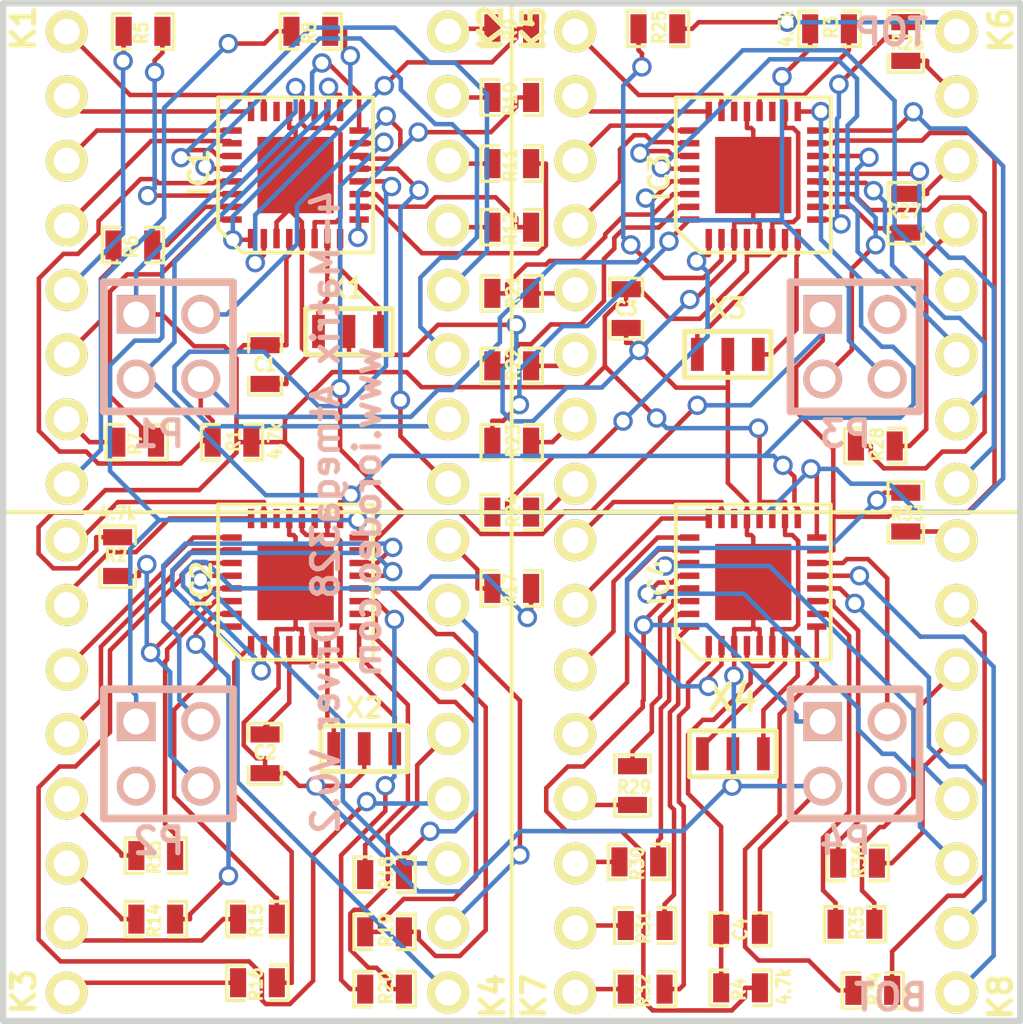
<source format=kicad_pcb>
(kicad_pcb (version 3) (host pcbnew "(2013-mar-13)-testing")
  (layers (15 F.Cu signal) (0 B.Cu signal) (18 B.Paste user) (19 F.Paste user) (20 B.SilkS user) (21 F.SilkS user) (22 B.Mask user) (23 F.Mask user) (28 Edge.Cuts user))
  (net 0 "")
  (net 1 +5V)
  (net 2 /COL0_DRV0)
  (net 3 /COL0_DRV1)
  (net 4 /COL0_DRV2)
  (net 5 /COL0_DRV3)
  (net 6 /COL1_DRV0)
  (net 7 /COL1_DRV1)
  (net 8 /COL1_DRV2)
  (net 9 /COL1_DRV3)
  (net 10 /COL2_DRV0)
  (net 11 /COL2_DRV1)
  (net 12 /COL2_DRV2)
  (net 13 /COL2_DRV3)
  (net 14 /COL3_DRV0)
  (net 15 /COL3_DRV1)
  (net 16 /COL3_DRV2)
  (net 17 /COL3_DRV3)
  (net 18 /COL4_DRV0)
  (net 19 /COL4_DRV1)
  (net 20 /COL4_DRV2)
  (net 21 /COL4_DRV3)
  (net 22 /COL5_DRV0)
  (net 23 /COL5_DRV1)
  (net 24 /COL5_DRV2)
  (net 25 /COL5_DRV3)
  (net 26 /COL6_DRV0)
  (net 27 /COL6_DRV1)
  (net 28 /COL6_DRV2)
  (net 29 /COL6_DRV3)
  (net 30 /COL7_DRV0)
  (net 31 /COL7_DRV1)
  (net 32 /COL7_DRV2)
  (net 33 /COL7_DRV3)
  (net 34 /CS0)
  (net 35 /CS1)
  (net 36 /CS2)
  (net 37 /CS3)
  (net 38 /MISO)
  (net 39 /MOSI)
  (net 40 /RESET_DRV0)
  (net 41 /RESET_DRV1)
  (net 42 /RESET_DRV3)
  (net 43 /ROW0_DRV0)
  (net 44 /ROW0_DRV1)
  (net 45 /ROW0_DRV2)
  (net 46 /ROW0_DRV3)
  (net 47 /ROW1_DRV0)
  (net 48 /ROW1_DRV1)
  (net 49 /ROW1_DRV2)
  (net 50 /ROW1_DRV3)
  (net 51 /ROW2_DRV0)
  (net 52 /ROW2_DRV1)
  (net 53 /ROW2_DRV2)
  (net 54 /ROW2_DRV3)
  (net 55 /ROW3_DRV0)
  (net 56 /ROW3_DRV1)
  (net 57 /ROW3_DRV2)
  (net 58 /ROW3_DRV3)
  (net 59 /ROW4_DRV0)
  (net 60 /ROW4_DRV1)
  (net 61 /ROW4_DRV2)
  (net 62 /ROW4_DRV3)
  (net 63 /ROW5_DRV0)
  (net 64 /ROW5_DRV1)
  (net 65 /ROW5_DRV2)
  (net 66 /ROW5_DRV3)
  (net 67 /ROW6_DRV0)
  (net 68 /ROW6_DRV1)
  (net 69 /ROW6_DRV2)
  (net 70 /ROW6_DRV3)
  (net 71 /ROW7_DRV0)
  (net 72 /ROW7_DRV1)
  (net 73 /ROW7_DRV2)
  (net 74 /ROW7_DRV3)
  (net 75 /SCK)
  (net 76 /XTAL0_DRV0)
  (net 77 /XTAL0_DRV1)
  (net 78 /XTAL0_DRV2)
  (net 79 /XTAL0_DRV3)
  (net 80 /XTAL1_DRV0)
  (net 81 /XTAL1_DRV1)
  (net 82 /XTAL1_DRV2)
  (net 83 /XTAL1_DRV3)
  (net 84 GND)
  (net 85 N-00000102)
  (net 86 N-00000103)
  (net 87 N-00000104)
  (net 88 N-00000105)
  (net 89 N-00000106)
  (net 90 N-00000107)
  (net 91 N-00000108)
  (net 92 N-00000109)
  (net 93 N-00000110)
  (net 94 N-00000111)
  (net 95 N-00000112)
  (net 96 N-00000113)
  (net 97 N-00000114)
  (net 98 N-00000115)
  (net 99 N-00000116)
  (net 100 N-00000117)
  (net 101 N-00000118)
  (net 102 N-0000019)
  (net 103 N-0000029)
  (net 104 N-0000030)
  (net 105 N-0000036)
  (net 106 N-0000038)
  (net 107 N-0000043)
  (net 108 N-0000044)
  (net 109 N-0000045)
  (net 110 N-0000046)
  (net 111 N-000006)
  (net 112 N-0000066)
  (net 113 N-0000071)
  (net 114 N-0000076)
  (net 115 N-0000077)
  (net 116 N-0000078)
  (net 117 N-0000079)
  (net 118 N-0000080)
  (net 119 N-0000082)
  (net 120 N-0000084)
  (net 121 N-0000086)
  (net 122 N-0000088)
  (net 123 N-0000093)
  (net 124 N-0000094)
  (net 125 N-0000095)
  (net 126 N-0000096)
  (net 127 N-0000098)
  (module SM0603_Capa (layer F.Cu) (at 60.3 64.2 270)
    (fp_text reference C1 (at 0 0 360) (layer F.SilkS) (effects (font (size 0.508 0.4572) (thickness 0.1143))))
    (fp_text value 0.1uF hide)
    (pad 1 smd rect (at -0.762 0 270) (size 0.635 1.143) (layers F.Cu F.Paste F.Mask) (net 1 +5V))
    (pad 2 smd rect (at 0.762 0 270) (size 0.635 1.143) (layers F.Cu F.Paste F.Mask) (net 84 GND))
  )
  (module LED_MATRIX_20MM_8x8 (layer F.Cu) (at 60 60)
    (fp_text reference MATRIX1 hide)
    (fp_text value LED_8X8 hide)
    (pad 1 thru_hole circle (at -7.5 -8.89) (size 1.651 1.651) (drill 1.016) (layers *.Cu *.Mask F.SilkS) (net 43 /ROW0_DRV0))
    (pad 2 thru_hole circle (at -7.5 -6.35) (size 1.651 1.651) (drill 1.016) (layers *.Cu *.Mask F.SilkS) (net 47 /ROW1_DRV0))
    (pad 3 thru_hole circle (at -7.5 -3.81) (size 1.651 1.651) (drill 1.016) (layers *.Cu *.Mask F.SilkS) (net 51 /ROW2_DRV0))
    (pad 4 thru_hole circle (at -7.5 -1.27) (size 1.651 1.651) (drill 1.016) (layers *.Cu *.Mask F.SilkS) (net 55 /ROW3_DRV0))
    (pad 5 thru_hole circle (at -7.5 1.27) (size 1.651 1.651) (drill 1.016) (layers *.Cu *.Mask F.SilkS) (net 123 N-0000093))
    (pad 6 thru_hole circle (at -7.5 3.81) (size 1.651 1.651) (drill 1.016) (layers *.Cu *.Mask F.SilkS) (net 124 N-0000094))
    (pad 7 thru_hole circle (at -7.5 6.35) (size 1.651 1.651) (drill 1.016) (layers *.Cu *.Mask F.SilkS) (net 125 N-0000095))
    (pad 8 thru_hole circle (at -7.5 8.89) (size 1.651 1.651) (drill 1.016) (layers *.Cu *.Mask F.SilkS) (net 114 N-0000076))
    (pad 9 thru_hole circle (at 7.5 8.89) (size 1.651 1.651) (drill 1.016) (layers *.Cu *.Mask F.SilkS) (net 71 /ROW7_DRV0))
    (pad 10 thru_hole circle (at 7.5 6.35) (size 1.651 1.651) (drill 1.016) (layers *.Cu *.Mask F.SilkS) (net 67 /ROW6_DRV0))
    (pad 11 thru_hole circle (at 7.5 3.81) (size 1.651 1.651) (drill 1.016) (layers *.Cu *.Mask F.SilkS) (net 63 /ROW5_DRV0))
    (pad 12 thru_hole circle (at 7.5 1.27) (size 1.651 1.651) (drill 1.016) (layers *.Cu *.Mask F.SilkS) (net 59 /ROW4_DRV0))
    (pad 13 thru_hole circle (at 7.5 -1.27) (size 1.651 1.651) (drill 1.016) (layers *.Cu *.Mask F.SilkS) (net 118 N-0000080))
    (pad 14 thru_hole circle (at 7.5 -3.81) (size 1.651 1.651) (drill 1.016) (layers *.Cu *.Mask F.SilkS) (net 117 N-0000079))
    (pad 15 thru_hole circle (at 7.5 -6.35) (size 1.651 1.651) (drill 1.016) (layers *.Cu *.Mask F.SilkS) (net 116 N-0000078))
    (pad 16 thru_hole circle (at 7.5 -8.89) (size 1.651 1.651) (drill 1.016) (layers *.Cu *.Mask F.SilkS) (net 115 N-0000077))
  )
  (module LED_MATRIX_20MM_8x8 (layer F.Cu) (at 60 80)
    (fp_text reference MATRIX2 hide)
    (fp_text value LED_8X8 hide)
    (pad 1 thru_hole circle (at -7.5 -8.89) (size 1.651 1.651) (drill 1.016) (layers *.Cu *.Mask F.SilkS) (net 44 /ROW0_DRV1))
    (pad 2 thru_hole circle (at -7.5 -6.35) (size 1.651 1.651) (drill 1.016) (layers *.Cu *.Mask F.SilkS) (net 48 /ROW1_DRV1))
    (pad 3 thru_hole circle (at -7.5 -3.81) (size 1.651 1.651) (drill 1.016) (layers *.Cu *.Mask F.SilkS) (net 52 /ROW2_DRV1))
    (pad 4 thru_hole circle (at -7.5 -1.27) (size 1.651 1.651) (drill 1.016) (layers *.Cu *.Mask F.SilkS) (net 56 /ROW3_DRV1))
    (pad 5 thru_hole circle (at -7.5 1.27) (size 1.651 1.651) (drill 1.016) (layers *.Cu *.Mask F.SilkS) (net 91 N-00000108))
    (pad 6 thru_hole circle (at -7.5 3.81) (size 1.651 1.651) (drill 1.016) (layers *.Cu *.Mask F.SilkS) (net 89 N-00000106))
    (pad 7 thru_hole circle (at -7.5 6.35) (size 1.651 1.651) (drill 1.016) (layers *.Cu *.Mask F.SilkS) (net 90 N-00000107))
    (pad 8 thru_hole circle (at -7.5 8.89) (size 1.651 1.651) (drill 1.016) (layers *.Cu *.Mask F.SilkS) (net 92 N-00000109))
    (pad 9 thru_hole circle (at 7.5 8.89) (size 1.651 1.651) (drill 1.016) (layers *.Cu *.Mask F.SilkS) (net 72 /ROW7_DRV1))
    (pad 10 thru_hole circle (at 7.5 6.35) (size 1.651 1.651) (drill 1.016) (layers *.Cu *.Mask F.SilkS) (net 68 /ROW6_DRV1))
    (pad 11 thru_hole circle (at 7.5 3.81) (size 1.651 1.651) (drill 1.016) (layers *.Cu *.Mask F.SilkS) (net 64 /ROW5_DRV1))
    (pad 12 thru_hole circle (at 7.5 1.27) (size 1.651 1.651) (drill 1.016) (layers *.Cu *.Mask F.SilkS) (net 60 /ROW4_DRV1))
    (pad 13 thru_hole circle (at 7.5 -1.27) (size 1.651 1.651) (drill 1.016) (layers *.Cu *.Mask F.SilkS) (net 88 N-00000105))
    (pad 14 thru_hole circle (at 7.5 -3.81) (size 1.651 1.651) (drill 1.016) (layers *.Cu *.Mask F.SilkS) (net 87 N-00000104))
    (pad 15 thru_hole circle (at 7.5 -6.35) (size 1.651 1.651) (drill 1.016) (layers *.Cu *.Mask F.SilkS) (net 86 N-00000103))
    (pad 16 thru_hole circle (at 7.5 -8.89) (size 1.651 1.651) (drill 1.016) (layers *.Cu *.Mask F.SilkS) (net 94 N-00000111))
  )
  (module LED_MATRIX_20MM_8x8 (layer F.Cu) (at 80 60)
    (fp_text reference MATRIX3 hide)
    (fp_text value LED_8X8 hide)
    (pad 1 thru_hole circle (at -7.5 -8.89) (size 1.651 1.651) (drill 1.016) (layers *.Cu *.Mask F.SilkS) (net 45 /ROW0_DRV2))
    (pad 2 thru_hole circle (at -7.5 -6.35) (size 1.651 1.651) (drill 1.016) (layers *.Cu *.Mask F.SilkS) (net 49 /ROW1_DRV2))
    (pad 3 thru_hole circle (at -7.5 -3.81) (size 1.651 1.651) (drill 1.016) (layers *.Cu *.Mask F.SilkS) (net 53 /ROW2_DRV2))
    (pad 4 thru_hole circle (at -7.5 -1.27) (size 1.651 1.651) (drill 1.016) (layers *.Cu *.Mask F.SilkS) (net 57 /ROW3_DRV2))
    (pad 5 thru_hole circle (at -7.5 1.27) (size 1.651 1.651) (drill 1.016) (layers *.Cu *.Mask F.SilkS) (net 93 N-00000110))
    (pad 6 thru_hole circle (at -7.5 3.81) (size 1.651 1.651) (drill 1.016) (layers *.Cu *.Mask F.SilkS) (net 96 N-00000113))
    (pad 7 thru_hole circle (at -7.5 6.35) (size 1.651 1.651) (drill 1.016) (layers *.Cu *.Mask F.SilkS) (net 97 N-00000114))
    (pad 8 thru_hole circle (at -7.5 8.89) (size 1.651 1.651) (drill 1.016) (layers *.Cu *.Mask F.SilkS) (net 95 N-00000112))
    (pad 9 thru_hole circle (at 7.5 8.89) (size 1.651 1.651) (drill 1.016) (layers *.Cu *.Mask F.SilkS) (net 73 /ROW7_DRV2))
    (pad 10 thru_hole circle (at 7.5 6.35) (size 1.651 1.651) (drill 1.016) (layers *.Cu *.Mask F.SilkS) (net 69 /ROW6_DRV2))
    (pad 11 thru_hole circle (at 7.5 3.81) (size 1.651 1.651) (drill 1.016) (layers *.Cu *.Mask F.SilkS) (net 65 /ROW5_DRV2))
    (pad 12 thru_hole circle (at 7.5 1.27) (size 1.651 1.651) (drill 1.016) (layers *.Cu *.Mask F.SilkS) (net 61 /ROW4_DRV2))
    (pad 13 thru_hole circle (at 7.5 -1.27) (size 1.651 1.651) (drill 1.016) (layers *.Cu *.Mask F.SilkS) (net 101 N-00000118))
    (pad 14 thru_hole circle (at 7.5 -3.81) (size 1.651 1.651) (drill 1.016) (layers *.Cu *.Mask F.SilkS) (net 100 N-00000117))
    (pad 15 thru_hole circle (at 7.5 -6.35) (size 1.651 1.651) (drill 1.016) (layers *.Cu *.Mask F.SilkS) (net 99 N-00000116))
    (pad 16 thru_hole circle (at 7.5 -8.89) (size 1.651 1.651) (drill 1.016) (layers *.Cu *.Mask F.SilkS) (net 98 N-00000115))
  )
  (module LED_MATRIX_20MM_8x8 (layer F.Cu) (at 80 80)
    (fp_text reference MATRIX4 hide)
    (fp_text value LED_8X8 hide)
    (pad 1 thru_hole circle (at -7.5 -8.89) (size 1.651 1.651) (drill 1.016) (layers *.Cu *.Mask F.SilkS) (net 46 /ROW0_DRV3))
    (pad 2 thru_hole circle (at -7.5 -6.35) (size 1.651 1.651) (drill 1.016) (layers *.Cu *.Mask F.SilkS) (net 50 /ROW1_DRV3))
    (pad 3 thru_hole circle (at -7.5 -3.81) (size 1.651 1.651) (drill 1.016) (layers *.Cu *.Mask F.SilkS) (net 54 /ROW2_DRV3))
    (pad 4 thru_hole circle (at -7.5 -1.27) (size 1.651 1.651) (drill 1.016) (layers *.Cu *.Mask F.SilkS) (net 58 /ROW3_DRV3))
    (pad 5 thru_hole circle (at -7.5 1.27) (size 1.651 1.651) (drill 1.016) (layers *.Cu *.Mask F.SilkS) (net 121 N-0000086))
    (pad 6 thru_hole circle (at -7.5 3.81) (size 1.651 1.651) (drill 1.016) (layers *.Cu *.Mask F.SilkS) (net 119 N-0000082))
    (pad 7 thru_hole circle (at -7.5 6.35) (size 1.651 1.651) (drill 1.016) (layers *.Cu *.Mask F.SilkS) (net 120 N-0000084))
    (pad 8 thru_hole circle (at -7.5 8.89) (size 1.651 1.651) (drill 1.016) (layers *.Cu *.Mask F.SilkS) (net 122 N-0000088))
    (pad 9 thru_hole circle (at 7.5 8.89) (size 1.651 1.651) (drill 1.016) (layers *.Cu *.Mask F.SilkS) (net 74 /ROW7_DRV3))
    (pad 10 thru_hole circle (at 7.5 6.35) (size 1.651 1.651) (drill 1.016) (layers *.Cu *.Mask F.SilkS) (net 70 /ROW6_DRV3))
    (pad 11 thru_hole circle (at 7.5 3.81) (size 1.651 1.651) (drill 1.016) (layers *.Cu *.Mask F.SilkS) (net 66 /ROW5_DRV3))
    (pad 12 thru_hole circle (at 7.5 1.27) (size 1.651 1.651) (drill 1.016) (layers *.Cu *.Mask F.SilkS) (net 62 /ROW4_DRV3))
    (pad 13 thru_hole circle (at 7.5 -1.27) (size 1.651 1.651) (drill 1.016) (layers *.Cu *.Mask F.SilkS) (net 107 N-0000043))
    (pad 14 thru_hole circle (at 7.5 -3.81) (size 1.651 1.651) (drill 1.016) (layers *.Cu *.Mask F.SilkS) (net 108 N-0000044))
    (pad 15 thru_hole circle (at 7.5 -6.35) (size 1.651 1.651) (drill 1.016) (layers *.Cu *.Mask F.SilkS) (net 109 N-0000045))
    (pad 16 thru_hole circle (at 7.5 -8.89) (size 1.651 1.651) (drill 1.016) (layers *.Cu *.Mask F.SilkS) (net 110 N-0000046))
  )
  (module CER_RESO (layer F.Cu) (at 63.6 62.9)
    (fp_text reference X1 (at -0.1 -1.7) (layer F.SilkS) (effects (font (size 0.762 0.762) (thickness 0.1524))))
    (fp_text value CER_RESO hide)
    (pad 2 smd rect (at 0 0) (size 0.50038 1.30048) (layers F.Cu F.Paste F.Mask) (net 84 GND))
    (pad 3 smd rect (at 1.19888 0) (size 0.50038 1.30048) (layers F.Cu F.Paste F.Mask) (net 80 /XTAL1_DRV0))
    (pad 1 smd rect (at -1.19888 0) (size 0.50038 1.30048) (layers F.Cu F.Paste F.Mask) (net 76 /XTAL0_DRV0))
  )
  (module CER_RESO (layer F.Cu) (at 64.2 79.3)
    (fp_text reference X2 (at 0 -1.6) (layer F.SilkS) (effects (font (size 0.762 0.762) (thickness 0.1524))))
    (fp_text value CER_RESO hide)
    (pad 2 smd rect (at 0 0) (size 0.50038 1.30048) (layers F.Cu F.Paste F.Mask) (net 84 GND))
    (pad 3 smd rect (at 1.19888 0) (size 0.50038 1.30048) (layers F.Cu F.Paste F.Mask) (net 81 /XTAL1_DRV1))
    (pad 1 smd rect (at -1.19888 0) (size 0.50038 1.30048) (layers F.Cu F.Paste F.Mask) (net 77 /XTAL0_DRV1))
  )
  (module CER_RESO (layer F.Cu) (at 78.5 63.8)
    (fp_text reference X3 (at 0 -1.8) (layer F.SilkS) (effects (font (size 0.762 0.762) (thickness 0.1524))))
    (fp_text value CER_RESO hide)
    (pad 2 smd rect (at 0 0) (size 0.50038 1.30048) (layers F.Cu F.Paste F.Mask) (net 84 GND))
    (pad 3 smd rect (at 1.19888 0) (size 0.50038 1.30048) (layers F.Cu F.Paste F.Mask) (net 82 /XTAL1_DRV2))
    (pad 1 smd rect (at -1.19888 0) (size 0.50038 1.30048) (layers F.Cu F.Paste F.Mask) (net 78 /XTAL0_DRV2))
  )
  (module CER_RESO (layer F.Cu) (at 78.7 79.5)
    (fp_text reference X4 (at 0 -2.19964) (layer F.SilkS) (effects (font (size 1.016 1.016) (thickness 0.2032))))
    (fp_text value CER_RESO hide)
    (pad 2 smd rect (at 0 0) (size 0.50038 1.30048) (layers F.Cu F.Paste F.Mask) (net 84 GND))
    (pad 3 smd rect (at 1.19888 0) (size 0.50038 1.30048) (layers F.Cu F.Paste F.Mask) (net 83 /XTAL1_DRV3))
    (pad 1 smd rect (at -1.19888 0) (size 0.50038 1.30048) (layers F.Cu F.Paste F.Mask) (net 79 /XTAL0_DRV3))
  )
  (module SM0603_Capa (layer F.Cu) (at 60.3 79.5 270)
    (fp_text reference C2 (at -0.05 0 360) (layer F.SilkS) (effects (font (size 0.508 0.4572) (thickness 0.1143))))
    (fp_text value 0.1uF hide)
    (pad 1 smd rect (at -0.762 0 270) (size 0.635 1.143) (layers F.Cu F.Paste F.Mask) (net 1 +5V))
    (pad 2 smd rect (at 0.762 0 270) (size 0.635 1.143) (layers F.Cu F.Paste F.Mask) (net 84 GND))
  )
  (module QFN32 (layer F.Cu) (at 61.5 56.75 90)
    (fp_text reference IC1 (at 0.1 -3.8 90) (layer F.SilkS) (effects (font (size 0.762 0.762) (thickness 0.1524))))
    (fp_text value ATMEGA328P-M hide)
    (pad 31 smd rect (at -1.24968 -2.49936 90) (size 0.254 0.762) (layers F.Cu F.Paste F.Mask) (net 6 /COL1_DRV0))
    (pad 30 smd rect (at -0.7493 -2.49936 90) (size 0.254 0.762) (layers F.Cu F.Paste F.Mask) (net 2 /COL0_DRV0))
    (pad 29 smd rect (at -0.24892 -2.49936 90) (size 0.254 0.762) (layers F.Cu F.Paste F.Mask) (net 40 /RESET_DRV0))
    (pad 32 smd rect (at -1.75006 -2.49936 90) (size 0.254 0.762) (layers F.Cu F.Paste F.Mask) (net 10 /COL2_DRV0))
    (pad 1 smd rect (at -2.49936 -1.75006 180) (size 0.254 0.762) (layers F.Cu F.Paste F.Mask) (net 14 /COL3_DRV0))
    (pad 2 smd rect (at -2.49936 -1.24968 180) (size 0.254 0.762) (layers F.Cu F.Paste F.Mask) (net 18 /COL4_DRV0))
    (pad 3 smd rect (at -2.49936 -0.7493 180) (size 0.254 0.762) (layers F.Cu F.Paste F.Mask) (net 84 GND))
    (pad 4 smd rect (at -2.49936 -0.24892 180) (size 0.254 0.762) (layers F.Cu F.Paste F.Mask) (net 1 +5V))
    (pad 5 smd rect (at -2.49936 0.24892 180) (size 0.254 0.762) (layers F.Cu F.Paste F.Mask) (net 84 GND))
    (pad 6 smd rect (at -2.49936 0.7493 180) (size 0.254 0.762) (layers F.Cu F.Paste F.Mask) (net 1 +5V))
    (pad 7 smd rect (at -2.49936 1.24968 180) (size 0.254 0.762) (layers F.Cu F.Paste F.Mask) (net 76 /XTAL0_DRV0))
    (pad 8 smd rect (at -2.49936 1.75006 180) (size 0.254 0.762) (layers F.Cu F.Paste F.Mask) (net 80 /XTAL1_DRV0))
    (pad 16 smd rect (at 1.75006 2.49936 90) (size 0.254 0.762) (layers F.Cu F.Paste F.Mask) (net 38 /MISO))
    (pad 9 smd rect (at -1.75006 2.49936 90) (size 0.254 0.762) (layers F.Cu F.Paste F.Mask) (net 22 /COL5_DRV0))
    (pad 10 smd rect (at -1.24968 2.49936 90) (size 0.254 0.762) (layers F.Cu F.Paste F.Mask) (net 26 /COL6_DRV0))
    (pad 11 smd rect (at -0.7493 2.49936 90) (size 0.254 0.762) (layers F.Cu F.Paste F.Mask) (net 30 /COL7_DRV0))
    (pad 12 smd rect (at -0.24892 2.49936 90) (size 0.254 0.762) (layers F.Cu F.Paste F.Mask) (net 67 /ROW6_DRV0))
    (pad 13 smd rect (at 0.24892 2.49936 90) (size 0.254 0.762) (layers F.Cu F.Paste F.Mask) (net 71 /ROW7_DRV0))
    (pad 14 smd rect (at 0.7493 2.49936 90) (size 0.254 0.762) (layers F.Cu F.Paste F.Mask) (net 34 /CS0))
    (pad 15 smd rect (at 1.24968 2.49936 90) (size 0.254 0.762) (layers F.Cu F.Paste F.Mask) (net 39 /MOSI))
    (pad 17 smd rect (at 2.49936 1.75006 180) (size 0.254 0.762) (layers F.Cu F.Paste F.Mask) (net 75 /SCK))
    (pad 18 smd rect (at 2.49936 1.24968 180) (size 0.254 0.762) (layers F.Cu F.Paste F.Mask) (net 1 +5V))
    (pad 19 smd rect (at 2.49936 0.7493 180) (size 0.254 0.762) (layers F.Cu F.Paste F.Mask) (net 113 N-0000071))
    (pad 20 smd rect (at 2.49936 0.24892 180) (size 0.254 0.762) (layers F.Cu F.Paste F.Mask) (net 1 +5V))
    (pad 21 smd rect (at 2.49936 -0.24892 180) (size 0.254 0.762) (layers F.Cu F.Paste F.Mask) (net 84 GND))
    (pad 22 smd rect (at 2.49936 -0.7493 180) (size 0.254 0.762) (layers F.Cu F.Paste F.Mask) (net 112 N-0000066))
    (pad 23 smd rect (at 2.49936 -1.24968 180) (size 0.254 0.762) (layers F.Cu F.Paste F.Mask) (net 43 /ROW0_DRV0))
    (pad 24 smd rect (at 2.49936 -1.75006 180) (size 0.254 0.762) (layers F.Cu F.Paste F.Mask) (net 47 /ROW1_DRV0))
    (pad 25 smd rect (at 1.75006 -2.49936 90) (size 0.254 0.762) (layers F.Cu F.Paste F.Mask) (net 51 /ROW2_DRV0))
    (pad 26 smd rect (at 1.24968 -2.49936 90) (size 0.254 0.762) (layers F.Cu F.Paste F.Mask) (net 55 /ROW3_DRV0))
    (pad 27 smd rect (at 0.7493 -2.49936 90) (size 0.254 0.762) (layers F.Cu F.Paste F.Mask) (net 59 /ROW4_DRV0))
    (pad 28 smd rect (at 0.24892 -2.49936 90) (size 0.254 0.762) (layers F.Cu F.Paste F.Mask) (net 63 /ROW5_DRV0))
    (pad 33 smd rect (at 0 0 90) (size 2.99974 2.99974) (layers F.Cu F.Paste F.Mask) (net 84 GND))
  )
  (module QFN32 (layer F.Cu) (at 61.5 72.75 90)
    (fp_text reference IC2 (at -0.1 -3.7 90) (layer F.SilkS) (effects (font (size 0.762 0.762) (thickness 0.1524))))
    (fp_text value ATMEGA328P-M hide)
    (pad 31 smd rect (at -1.24968 -2.49936 90) (size 0.254 0.762) (layers F.Cu F.Paste F.Mask) (net 7 /COL1_DRV1))
    (pad 30 smd rect (at -0.7493 -2.49936 90) (size 0.254 0.762) (layers F.Cu F.Paste F.Mask) (net 3 /COL0_DRV1))
    (pad 29 smd rect (at -0.24892 -2.49936 90) (size 0.254 0.762) (layers F.Cu F.Paste F.Mask) (net 41 /RESET_DRV1))
    (pad 32 smd rect (at -1.75006 -2.49936 90) (size 0.254 0.762) (layers F.Cu F.Paste F.Mask) (net 11 /COL2_DRV1))
    (pad 1 smd rect (at -2.49936 -1.75006 180) (size 0.254 0.762) (layers F.Cu F.Paste F.Mask) (net 15 /COL3_DRV1))
    (pad 2 smd rect (at -2.49936 -1.24968 180) (size 0.254 0.762) (layers F.Cu F.Paste F.Mask) (net 19 /COL4_DRV1))
    (pad 3 smd rect (at -2.49936 -0.7493 180) (size 0.254 0.762) (layers F.Cu F.Paste F.Mask) (net 84 GND))
    (pad 4 smd rect (at -2.49936 -0.24892 180) (size 0.254 0.762) (layers F.Cu F.Paste F.Mask) (net 1 +5V))
    (pad 5 smd rect (at -2.49936 0.24892 180) (size 0.254 0.762) (layers F.Cu F.Paste F.Mask) (net 84 GND))
    (pad 6 smd rect (at -2.49936 0.7493 180) (size 0.254 0.762) (layers F.Cu F.Paste F.Mask) (net 1 +5V))
    (pad 7 smd rect (at -2.49936 1.24968 180) (size 0.254 0.762) (layers F.Cu F.Paste F.Mask) (net 77 /XTAL0_DRV1))
    (pad 8 smd rect (at -2.49936 1.75006 180) (size 0.254 0.762) (layers F.Cu F.Paste F.Mask) (net 81 /XTAL1_DRV1))
    (pad 16 smd rect (at 1.75006 2.49936 90) (size 0.254 0.762) (layers F.Cu F.Paste F.Mask) (net 38 /MISO))
    (pad 9 smd rect (at -1.75006 2.49936 90) (size 0.254 0.762) (layers F.Cu F.Paste F.Mask) (net 23 /COL5_DRV1))
    (pad 10 smd rect (at -1.24968 2.49936 90) (size 0.254 0.762) (layers F.Cu F.Paste F.Mask) (net 27 /COL6_DRV1))
    (pad 11 smd rect (at -0.7493 2.49936 90) (size 0.254 0.762) (layers F.Cu F.Paste F.Mask) (net 31 /COL7_DRV1))
    (pad 12 smd rect (at -0.24892 2.49936 90) (size 0.254 0.762) (layers F.Cu F.Paste F.Mask) (net 68 /ROW6_DRV1))
    (pad 13 smd rect (at 0.24892 2.49936 90) (size 0.254 0.762) (layers F.Cu F.Paste F.Mask) (net 72 /ROW7_DRV1))
    (pad 14 smd rect (at 0.7493 2.49936 90) (size 0.254 0.762) (layers F.Cu F.Paste F.Mask) (net 35 /CS1))
    (pad 15 smd rect (at 1.24968 2.49936 90) (size 0.254 0.762) (layers F.Cu F.Paste F.Mask) (net 39 /MOSI))
    (pad 17 smd rect (at 2.49936 1.75006 180) (size 0.254 0.762) (layers F.Cu F.Paste F.Mask) (net 75 /SCK))
    (pad 18 smd rect (at 2.49936 1.24968 180) (size 0.254 0.762) (layers F.Cu F.Paste F.Mask) (net 1 +5V))
    (pad 19 smd rect (at 2.49936 0.7493 180) (size 0.254 0.762) (layers F.Cu F.Paste F.Mask) (net 103 N-0000029))
    (pad 20 smd rect (at 2.49936 0.24892 180) (size 0.254 0.762) (layers F.Cu F.Paste F.Mask) (net 1 +5V))
    (pad 21 smd rect (at 2.49936 -0.24892 180) (size 0.254 0.762) (layers F.Cu F.Paste F.Mask) (net 84 GND))
    (pad 22 smd rect (at 2.49936 -0.7493 180) (size 0.254 0.762) (layers F.Cu F.Paste F.Mask) (net 102 N-0000019))
    (pad 23 smd rect (at 2.49936 -1.24968 180) (size 0.254 0.762) (layers F.Cu F.Paste F.Mask) (net 44 /ROW0_DRV1))
    (pad 24 smd rect (at 2.49936 -1.75006 180) (size 0.254 0.762) (layers F.Cu F.Paste F.Mask) (net 48 /ROW1_DRV1))
    (pad 25 smd rect (at 1.75006 -2.49936 90) (size 0.254 0.762) (layers F.Cu F.Paste F.Mask) (net 52 /ROW2_DRV1))
    (pad 26 smd rect (at 1.24968 -2.49936 90) (size 0.254 0.762) (layers F.Cu F.Paste F.Mask) (net 56 /ROW3_DRV1))
    (pad 27 smd rect (at 0.7493 -2.49936 90) (size 0.254 0.762) (layers F.Cu F.Paste F.Mask) (net 60 /ROW4_DRV1))
    (pad 28 smd rect (at 0.24892 -2.49936 90) (size 0.254 0.762) (layers F.Cu F.Paste F.Mask) (net 64 /ROW5_DRV1))
    (pad 33 smd rect (at 0 0 90) (size 2.99974 2.99974) (layers F.Cu F.Paste F.Mask) (net 84 GND))
  )
  (module QFN32 (layer F.Cu) (at 79.5 56.75 90)
    (fp_text reference IC3 (at -0.1 -3.7 90) (layer F.SilkS) (effects (font (size 0.762 0.762) (thickness 0.1524))))
    (fp_text value ATMEGA328P-M hide)
    (pad 31 smd rect (at -1.24968 -2.49936 90) (size 0.254 0.762) (layers F.Cu F.Paste F.Mask) (net 8 /COL1_DRV2))
    (pad 30 smd rect (at -0.7493 -2.49936 90) (size 0.254 0.762) (layers F.Cu F.Paste F.Mask) (net 4 /COL0_DRV2))
    (pad 29 smd rect (at -0.24892 -2.49936 90) (size 0.254 0.762) (layers F.Cu F.Paste F.Mask) (net 40 /RESET_DRV0))
    (pad 32 smd rect (at -1.75006 -2.49936 90) (size 0.254 0.762) (layers F.Cu F.Paste F.Mask) (net 12 /COL2_DRV2))
    (pad 1 smd rect (at -2.49936 -1.75006 180) (size 0.254 0.762) (layers F.Cu F.Paste F.Mask) (net 16 /COL3_DRV2))
    (pad 2 smd rect (at -2.49936 -1.24968 180) (size 0.254 0.762) (layers F.Cu F.Paste F.Mask) (net 20 /COL4_DRV2))
    (pad 3 smd rect (at -2.49936 -0.7493 180) (size 0.254 0.762) (layers F.Cu F.Paste F.Mask) (net 84 GND))
    (pad 4 smd rect (at -2.49936 -0.24892 180) (size 0.254 0.762) (layers F.Cu F.Paste F.Mask) (net 1 +5V))
    (pad 5 smd rect (at -2.49936 0.24892 180) (size 0.254 0.762) (layers F.Cu F.Paste F.Mask) (net 84 GND))
    (pad 6 smd rect (at -2.49936 0.7493 180) (size 0.254 0.762) (layers F.Cu F.Paste F.Mask) (net 1 +5V))
    (pad 7 smd rect (at -2.49936 1.24968 180) (size 0.254 0.762) (layers F.Cu F.Paste F.Mask) (net 78 /XTAL0_DRV2))
    (pad 8 smd rect (at -2.49936 1.75006 180) (size 0.254 0.762) (layers F.Cu F.Paste F.Mask) (net 82 /XTAL1_DRV2))
    (pad 16 smd rect (at 1.75006 2.49936 90) (size 0.254 0.762) (layers F.Cu F.Paste F.Mask) (net 38 /MISO))
    (pad 9 smd rect (at -1.75006 2.49936 90) (size 0.254 0.762) (layers F.Cu F.Paste F.Mask) (net 24 /COL5_DRV2))
    (pad 10 smd rect (at -1.24968 2.49936 90) (size 0.254 0.762) (layers F.Cu F.Paste F.Mask) (net 28 /COL6_DRV2))
    (pad 11 smd rect (at -0.7493 2.49936 90) (size 0.254 0.762) (layers F.Cu F.Paste F.Mask) (net 32 /COL7_DRV2))
    (pad 12 smd rect (at -0.24892 2.49936 90) (size 0.254 0.762) (layers F.Cu F.Paste F.Mask) (net 69 /ROW6_DRV2))
    (pad 13 smd rect (at 0.24892 2.49936 90) (size 0.254 0.762) (layers F.Cu F.Paste F.Mask) (net 73 /ROW7_DRV2))
    (pad 14 smd rect (at 0.7493 2.49936 90) (size 0.254 0.762) (layers F.Cu F.Paste F.Mask) (net 36 /CS2))
    (pad 15 smd rect (at 1.24968 2.49936 90) (size 0.254 0.762) (layers F.Cu F.Paste F.Mask) (net 39 /MOSI))
    (pad 17 smd rect (at 2.49936 1.75006 180) (size 0.254 0.762) (layers F.Cu F.Paste F.Mask) (net 75 /SCK))
    (pad 18 smd rect (at 2.49936 1.24968 180) (size 0.254 0.762) (layers F.Cu F.Paste F.Mask) (net 1 +5V))
    (pad 19 smd rect (at 2.49936 0.7493 180) (size 0.254 0.762) (layers F.Cu F.Paste F.Mask) (net 105 N-0000036))
    (pad 20 smd rect (at 2.49936 0.24892 180) (size 0.254 0.762) (layers F.Cu F.Paste F.Mask) (net 1 +5V))
    (pad 21 smd rect (at 2.49936 -0.24892 180) (size 0.254 0.762) (layers F.Cu F.Paste F.Mask) (net 84 GND))
    (pad 22 smd rect (at 2.49936 -0.7493 180) (size 0.254 0.762) (layers F.Cu F.Paste F.Mask) (net 111 N-000006))
    (pad 23 smd rect (at 2.49936 -1.24968 180) (size 0.254 0.762) (layers F.Cu F.Paste F.Mask) (net 45 /ROW0_DRV2))
    (pad 24 smd rect (at 2.49936 -1.75006 180) (size 0.254 0.762) (layers F.Cu F.Paste F.Mask) (net 49 /ROW1_DRV2))
    (pad 25 smd rect (at 1.75006 -2.49936 90) (size 0.254 0.762) (layers F.Cu F.Paste F.Mask) (net 53 /ROW2_DRV2))
    (pad 26 smd rect (at 1.24968 -2.49936 90) (size 0.254 0.762) (layers F.Cu F.Paste F.Mask) (net 57 /ROW3_DRV2))
    (pad 27 smd rect (at 0.7493 -2.49936 90) (size 0.254 0.762) (layers F.Cu F.Paste F.Mask) (net 61 /ROW4_DRV2))
    (pad 28 smd rect (at 0.24892 -2.49936 90) (size 0.254 0.762) (layers F.Cu F.Paste F.Mask) (net 65 /ROW5_DRV2))
    (pad 33 smd rect (at 0 0 90) (size 2.99974 2.99974) (layers F.Cu F.Paste F.Mask) (net 84 GND))
  )
  (module QFN32 (layer F.Cu) (at 79.5 72.75 90)
    (fp_text reference IC4 (at 0 -3.7 90) (layer F.SilkS) (effects (font (size 0.762 0.762) (thickness 0.1524))))
    (fp_text value ATMEGA328P-M hide)
    (pad 31 smd rect (at -1.24968 -2.49936 90) (size 0.254 0.762) (layers F.Cu F.Paste F.Mask) (net 9 /COL1_DRV3))
    (pad 30 smd rect (at -0.7493 -2.49936 90) (size 0.254 0.762) (layers F.Cu F.Paste F.Mask) (net 5 /COL0_DRV3))
    (pad 29 smd rect (at -0.24892 -2.49936 90) (size 0.254 0.762) (layers F.Cu F.Paste F.Mask) (net 42 /RESET_DRV3))
    (pad 32 smd rect (at -1.75006 -2.49936 90) (size 0.254 0.762) (layers F.Cu F.Paste F.Mask) (net 13 /COL2_DRV3))
    (pad 1 smd rect (at -2.49936 -1.75006 180) (size 0.254 0.762) (layers F.Cu F.Paste F.Mask) (net 17 /COL3_DRV3))
    (pad 2 smd rect (at -2.49936 -1.24968 180) (size 0.254 0.762) (layers F.Cu F.Paste F.Mask) (net 21 /COL4_DRV3))
    (pad 3 smd rect (at -2.49936 -0.7493 180) (size 0.254 0.762) (layers F.Cu F.Paste F.Mask) (net 84 GND))
    (pad 4 smd rect (at -2.49936 -0.24892 180) (size 0.254 0.762) (layers F.Cu F.Paste F.Mask) (net 1 +5V))
    (pad 5 smd rect (at -2.49936 0.24892 180) (size 0.254 0.762) (layers F.Cu F.Paste F.Mask) (net 84 GND))
    (pad 6 smd rect (at -2.49936 0.7493 180) (size 0.254 0.762) (layers F.Cu F.Paste F.Mask) (net 1 +5V))
    (pad 7 smd rect (at -2.49936 1.24968 180) (size 0.254 0.762) (layers F.Cu F.Paste F.Mask) (net 79 /XTAL0_DRV3))
    (pad 8 smd rect (at -2.49936 1.75006 180) (size 0.254 0.762) (layers F.Cu F.Paste F.Mask) (net 83 /XTAL1_DRV3))
    (pad 16 smd rect (at 1.75006 2.49936 90) (size 0.254 0.762) (layers F.Cu F.Paste F.Mask) (net 38 /MISO))
    (pad 9 smd rect (at -1.75006 2.49936 90) (size 0.254 0.762) (layers F.Cu F.Paste F.Mask) (net 25 /COL5_DRV3))
    (pad 10 smd rect (at -1.24968 2.49936 90) (size 0.254 0.762) (layers F.Cu F.Paste F.Mask) (net 29 /COL6_DRV3))
    (pad 11 smd rect (at -0.7493 2.49936 90) (size 0.254 0.762) (layers F.Cu F.Paste F.Mask) (net 33 /COL7_DRV3))
    (pad 12 smd rect (at -0.24892 2.49936 90) (size 0.254 0.762) (layers F.Cu F.Paste F.Mask) (net 70 /ROW6_DRV3))
    (pad 13 smd rect (at 0.24892 2.49936 90) (size 0.254 0.762) (layers F.Cu F.Paste F.Mask) (net 74 /ROW7_DRV3))
    (pad 14 smd rect (at 0.7493 2.49936 90) (size 0.254 0.762) (layers F.Cu F.Paste F.Mask) (net 37 /CS3))
    (pad 15 smd rect (at 1.24968 2.49936 90) (size 0.254 0.762) (layers F.Cu F.Paste F.Mask) (net 39 /MOSI))
    (pad 17 smd rect (at 2.49936 1.75006 180) (size 0.254 0.762) (layers F.Cu F.Paste F.Mask) (net 75 /SCK))
    (pad 18 smd rect (at 2.49936 1.24968 180) (size 0.254 0.762) (layers F.Cu F.Paste F.Mask) (net 1 +5V))
    (pad 19 smd rect (at 2.49936 0.7493 180) (size 0.254 0.762) (layers F.Cu F.Paste F.Mask) (net 104 N-0000030))
    (pad 20 smd rect (at 2.49936 0.24892 180) (size 0.254 0.762) (layers F.Cu F.Paste F.Mask) (net 1 +5V))
    (pad 21 smd rect (at 2.49936 -0.24892 180) (size 0.254 0.762) (layers F.Cu F.Paste F.Mask) (net 84 GND))
    (pad 22 smd rect (at 2.49936 -0.7493 180) (size 0.254 0.762) (layers F.Cu F.Paste F.Mask) (net 106 N-0000038))
    (pad 23 smd rect (at 2.49936 -1.24968 180) (size 0.254 0.762) (layers F.Cu F.Paste F.Mask) (net 46 /ROW0_DRV3))
    (pad 24 smd rect (at 2.49936 -1.75006 180) (size 0.254 0.762) (layers F.Cu F.Paste F.Mask) (net 50 /ROW1_DRV3))
    (pad 25 smd rect (at 1.75006 -2.49936 90) (size 0.254 0.762) (layers F.Cu F.Paste F.Mask) (net 54 /ROW2_DRV3))
    (pad 26 smd rect (at 1.24968 -2.49936 90) (size 0.254 0.762) (layers F.Cu F.Paste F.Mask) (net 58 /ROW3_DRV3))
    (pad 27 smd rect (at 0.7493 -2.49936 90) (size 0.254 0.762) (layers F.Cu F.Paste F.Mask) (net 62 /ROW4_DRV3))
    (pad 28 smd rect (at 0.24892 -2.49936 90) (size 0.254 0.762) (layers F.Cu F.Paste F.Mask) (net 66 /ROW5_DRV3))
    (pad 33 smd rect (at 0 0 90) (size 2.99974 2.99974) (layers F.Cu F.Paste F.Mask) (net 84 GND))
  )
  (module SM0603_Capa (layer F.Cu) (at 74.5 62 270)
    (fp_text reference C3 (at 0 0 360) (layer F.SilkS) (effects (font (size 0.508 0.4572) (thickness 0.1143))))
    (fp_text value 0.1uF hide)
    (pad 1 smd rect (at -0.762 0 270) (size 0.635 1.143) (layers F.Cu F.Paste F.Mask) (net 1 +5V))
    (pad 2 smd rect (at 0.762 0 270) (size 0.635 1.143) (layers F.Cu F.Paste F.Mask) (net 84 GND))
  )
  (module SM0603_Capa (layer F.Cu) (at 79 86.4)
    (fp_text reference C4 (at 0 0 90) (layer F.SilkS) (effects (font (size 0.508 0.4572) (thickness 0.1143))))
    (fp_text value 0.1uF hide)
    (pad 1 smd rect (at -0.762 0) (size 0.635 1.143) (layers F.Cu F.Paste F.Mask) (net 1 +5V))
    (pad 2 smd rect (at 0.762 0) (size 0.635 1.143) (layers F.Cu F.Paste F.Mask) (net 84 GND))
  )
  (module SM0603_Resistor (layer F.Cu) (at 83.6 83.8)
    (fp_text reference R36 (at 0.0635 -0.0635 90) (layer F.SilkS) (effects (font (size 0.50038 0.4572) (thickness 0.1143))))
    (fp_text value 180 hide)
    (pad 1 smd rect (at -0.762 0) (size 0.635 1.143) (layers F.Cu F.Paste F.Mask) (net 33 /COL7_DRV3))
    (pad 2 smd rect (at 0.762 0) (size 0.635 1.143) (layers F.Cu F.Paste F.Mask) (net 107 N-0000043))
  )
  (module SM0603_Resistor (layer F.Cu) (at 83.5 86.2)
    (fp_text reference R35 (at 0.0635 -0.0635 90) (layer F.SilkS) (effects (font (size 0.50038 0.4572) (thickness 0.1143))))
    (fp_text value 180 hide)
    (pad 1 smd rect (at -0.762 0) (size 0.635 1.143) (layers F.Cu F.Paste F.Mask) (net 29 /COL6_DRV3))
    (pad 2 smd rect (at 0.762 0) (size 0.635 1.143) (layers F.Cu F.Paste F.Mask) (net 108 N-0000044))
  )
  (module SM0603_Resistor (layer F.Cu) (at 84.2 88.8)
    (fp_text reference R34 (at 0.0635 -0.0635 90) (layer F.SilkS) (effects (font (size 0.50038 0.4572) (thickness 0.1143))))
    (fp_text value 180 hide)
    (pad 1 smd rect (at -0.762 0) (size 0.635 1.143) (layers F.Cu F.Paste F.Mask) (net 25 /COL5_DRV3))
    (pad 2 smd rect (at 0.762 0) (size 0.635 1.143) (layers F.Cu F.Paste F.Mask) (net 109 N-0000045))
  )
  (module SM0603_Resistor (layer F.Cu) (at 85.5 70 270)
    (fp_text reference R33 (at 0.0635 -0.0635 360) (layer F.SilkS) (effects (font (size 0.50038 0.4572) (thickness 0.1143))))
    (fp_text value 180 hide)
    (pad 1 smd rect (at -0.762 0 270) (size 0.635 1.143) (layers F.Cu F.Paste F.Mask) (net 21 /COL4_DRV3))
    (pad 2 smd rect (at 0.762 0 270) (size 0.635 1.143) (layers F.Cu F.Paste F.Mask) (net 110 N-0000046))
  )
  (module SM0603_Resistor (layer F.Cu) (at 75.25 88.75 180)
    (fp_text reference R32 (at 0.0635 -0.0635 270) (layer F.SilkS) (effects (font (size 0.50038 0.4572) (thickness 0.1143))))
    (fp_text value 180 hide)
    (pad 1 smd rect (at -0.762 0 180) (size 0.635 1.143) (layers F.Cu F.Paste F.Mask) (net 17 /COL3_DRV3))
    (pad 2 smd rect (at 0.762 0 180) (size 0.635 1.143) (layers F.Cu F.Paste F.Mask) (net 122 N-0000088))
  )
  (module SM0603_Resistor (layer F.Cu) (at 75.25 86.25 180)
    (fp_text reference R31 (at 0.0635 -0.0635 270) (layer F.SilkS) (effects (font (size 0.50038 0.4572) (thickness 0.1143))))
    (fp_text value 180 hide)
    (pad 1 smd rect (at -0.762 0 180) (size 0.635 1.143) (layers F.Cu F.Paste F.Mask) (net 13 /COL2_DRV3))
    (pad 2 smd rect (at 0.762 0 180) (size 0.635 1.143) (layers F.Cu F.Paste F.Mask) (net 120 N-0000084))
  )
  (module SM0603_Resistor (layer F.Cu) (at 75 83.75 180)
    (fp_text reference R30 (at 0.0635 -0.0635 270) (layer F.SilkS) (effects (font (size 0.50038 0.4572) (thickness 0.1143))))
    (fp_text value 180 hide)
    (pad 1 smd rect (at -0.762 0 180) (size 0.635 1.143) (layers F.Cu F.Paste F.Mask) (net 9 /COL1_DRV3))
    (pad 2 smd rect (at 0.762 0 180) (size 0.635 1.143) (layers F.Cu F.Paste F.Mask) (net 119 N-0000082))
  )
  (module SM0603_Resistor (layer F.Cu) (at 74.75 80.75 270)
    (fp_text reference R29 (at 0.0635 -0.0635 360) (layer F.SilkS) (effects (font (size 0.50038 0.4572) (thickness 0.1143))))
    (fp_text value 180 hide)
    (pad 1 smd rect (at -0.762 0 270) (size 0.635 1.143) (layers F.Cu F.Paste F.Mask) (net 5 /COL0_DRV3))
    (pad 2 smd rect (at 0.762 0 270) (size 0.635 1.143) (layers F.Cu F.Paste F.Mask) (net 121 N-0000086))
  )
  (module SM0603_Resistor (layer F.Cu) (at 84.3 67.4)
    (fp_text reference R28 (at 0.0635 -0.0635 90) (layer F.SilkS) (effects (font (size 0.50038 0.4572) (thickness 0.1143))))
    (fp_text value 180 hide)
    (pad 1 smd rect (at -0.762 0) (size 0.635 1.143) (layers F.Cu F.Paste F.Mask) (net 32 /COL7_DRV2))
    (pad 2 smd rect (at 0.762 0) (size 0.635 1.143) (layers F.Cu F.Paste F.Mask) (net 101 N-00000118))
  )
  (module SM0603_Resistor (layer F.Cu) (at 85.5 58.25 90)
    (fp_text reference R27 (at 0.0635 -0.0635 180) (layer F.SilkS) (effects (font (size 0.50038 0.4572) (thickness 0.1143))))
    (fp_text value 180 hide)
    (pad 1 smd rect (at -0.762 0 90) (size 0.635 1.143) (layers F.Cu F.Paste F.Mask) (net 28 /COL6_DRV2))
    (pad 2 smd rect (at 0.762 0 90) (size 0.635 1.143) (layers F.Cu F.Paste F.Mask) (net 100 N-00000117))
  )
  (module SM0603_Resistor (layer F.Cu) (at 85.5 51.5 270)
    (fp_text reference R26 (at 0.0635 -0.0635 360) (layer F.SilkS) (effects (font (size 0.50038 0.4572) (thickness 0.1143))))
    (fp_text value 180 hide)
    (pad 1 smd rect (at -0.762 0 270) (size 0.635 1.143) (layers F.Cu F.Paste F.Mask) (net 24 /COL5_DRV2))
    (pad 2 smd rect (at 0.762 0 270) (size 0.635 1.143) (layers F.Cu F.Paste F.Mask) (net 99 N-00000116))
  )
  (module SM0603_Resistor (layer F.Cu) (at 75.75 51)
    (fp_text reference R25 (at 0.0635 -0.0635 90) (layer F.SilkS) (effects (font (size 0.50038 0.4572) (thickness 0.1143))))
    (fp_text value 180 hide)
    (pad 1 smd rect (at -0.762 0) (size 0.635 1.143) (layers F.Cu F.Paste F.Mask) (net 20 /COL4_DRV2))
    (pad 2 smd rect (at 0.762 0) (size 0.635 1.143) (layers F.Cu F.Paste F.Mask) (net 98 N-00000115))
  )
  (module SM0603_Resistor (layer F.Cu) (at 70 70)
    (fp_text reference R24 (at 0.0635 -0.0635 90) (layer F.SilkS) (effects (font (size 0.50038 0.4572) (thickness 0.1143))))
    (fp_text value 180 hide)
    (pad 1 smd rect (at -0.762 0) (size 0.635 1.143) (layers F.Cu F.Paste F.Mask) (net 16 /COL3_DRV2))
    (pad 2 smd rect (at 0.762 0) (size 0.635 1.143) (layers F.Cu F.Paste F.Mask) (net 95 N-00000112))
  )
  (module SM0603_Resistor (layer F.Cu) (at 70 67.25)
    (fp_text reference R23 (at 0.0635 -0.0635 90) (layer F.SilkS) (effects (font (size 0.50038 0.4572) (thickness 0.1143))))
    (fp_text value 180 hide)
    (pad 1 smd rect (at -0.762 0) (size 0.635 1.143) (layers F.Cu F.Paste F.Mask) (net 12 /COL2_DRV2))
    (pad 2 smd rect (at 0.762 0) (size 0.635 1.143) (layers F.Cu F.Paste F.Mask) (net 97 N-00000114))
  )
  (module SM0603_Resistor (layer F.Cu) (at 70 64.25)
    (fp_text reference R22 (at 0.0635 -0.0635 90) (layer F.SilkS) (effects (font (size 0.50038 0.4572) (thickness 0.1143))))
    (fp_text value 180 hide)
    (pad 1 smd rect (at -0.762 0) (size 0.635 1.143) (layers F.Cu F.Paste F.Mask) (net 8 /COL1_DRV2))
    (pad 2 smd rect (at 0.762 0) (size 0.635 1.143) (layers F.Cu F.Paste F.Mask) (net 96 N-00000113))
  )
  (module SM0603_Resistor (layer F.Cu) (at 70 61.4)
    (fp_text reference R21 (at 0.0635 -0.0635 90) (layer F.SilkS) (effects (font (size 0.50038 0.4572) (thickness 0.1143))))
    (fp_text value 180 hide)
    (pad 1 smd rect (at -0.762 0) (size 0.635 1.143) (layers F.Cu F.Paste F.Mask) (net 4 /COL0_DRV2))
    (pad 2 smd rect (at 0.762 0) (size 0.635 1.143) (layers F.Cu F.Paste F.Mask) (net 93 N-00000110))
  )
  (module SM0603_Resistor (layer F.Cu) (at 65 88.75)
    (fp_text reference R20 (at 0.0635 -0.0635 90) (layer F.SilkS) (effects (font (size 0.50038 0.4572) (thickness 0.1143))))
    (fp_text value 180 hide)
    (pad 1 smd rect (at -0.762 0) (size 0.635 1.143) (layers F.Cu F.Paste F.Mask) (net 31 /COL7_DRV1))
    (pad 2 smd rect (at 0.762 0) (size 0.635 1.143) (layers F.Cu F.Paste F.Mask) (net 88 N-00000105))
  )
  (module SM0603_Resistor (layer F.Cu) (at 65 86.5)
    (fp_text reference R19 (at 0.0635 -0.0635 90) (layer F.SilkS) (effects (font (size 0.50038 0.4572) (thickness 0.1143))))
    (fp_text value 180 hide)
    (pad 1 smd rect (at -0.762 0) (size 0.635 1.143) (layers F.Cu F.Paste F.Mask) (net 27 /COL6_DRV1))
    (pad 2 smd rect (at 0.762 0) (size 0.635 1.143) (layers F.Cu F.Paste F.Mask) (net 87 N-00000104))
  )
  (module SM0603_Resistor (layer F.Cu) (at 65 84.25)
    (fp_text reference R18 (at 0.0635 -0.0635 90) (layer F.SilkS) (effects (font (size 0.50038 0.4572) (thickness 0.1143))))
    (fp_text value 180 hide)
    (pad 1 smd rect (at -0.762 0) (size 0.635 1.143) (layers F.Cu F.Paste F.Mask) (net 23 /COL5_DRV1))
    (pad 2 smd rect (at 0.762 0) (size 0.635 1.143) (layers F.Cu F.Paste F.Mask) (net 86 N-00000103))
  )
  (module SM0603_Resistor (layer F.Cu) (at 70 73 180)
    (fp_text reference R17 (at 0.0635 -0.0635 270) (layer F.SilkS) (effects (font (size 0.50038 0.4572) (thickness 0.1143))))
    (fp_text value 180 hide)
    (pad 1 smd rect (at -0.762 0 180) (size 0.635 1.143) (layers F.Cu F.Paste F.Mask) (net 19 /COL4_DRV1))
    (pad 2 smd rect (at 0.762 0 180) (size 0.635 1.143) (layers F.Cu F.Paste F.Mask) (net 94 N-00000111))
  )
  (module SM0603_Resistor (layer F.Cu) (at 60 88.5 180)
    (fp_text reference R16 (at 0.0635 -0.0635 270) (layer F.SilkS) (effects (font (size 0.50038 0.4572) (thickness 0.1143))))
    (fp_text value 180 hide)
    (pad 1 smd rect (at -0.762 0 180) (size 0.635 1.143) (layers F.Cu F.Paste F.Mask) (net 15 /COL3_DRV1))
    (pad 2 smd rect (at 0.762 0 180) (size 0.635 1.143) (layers F.Cu F.Paste F.Mask) (net 92 N-00000109))
  )
  (module SM0603_Resistor (layer F.Cu) (at 60 86 180)
    (fp_text reference R15 (at 0.0635 -0.0635 270) (layer F.SilkS) (effects (font (size 0.50038 0.4572) (thickness 0.1143))))
    (fp_text value 180 hide)
    (pad 1 smd rect (at -0.762 0 180) (size 0.635 1.143) (layers F.Cu F.Paste F.Mask) (net 11 /COL2_DRV1))
    (pad 2 smd rect (at 0.762 0 180) (size 0.635 1.143) (layers F.Cu F.Paste F.Mask) (net 90 N-00000107))
  )
  (module SM0603_Resistor (layer F.Cu) (at 56 86 180)
    (fp_text reference R14 (at 0.0635 -0.0635 270) (layer F.SilkS) (effects (font (size 0.50038 0.4572) (thickness 0.1143))))
    (fp_text value 180 hide)
    (pad 1 smd rect (at -0.762 0 180) (size 0.635 1.143) (layers F.Cu F.Paste F.Mask) (net 7 /COL1_DRV1))
    (pad 2 smd rect (at 0.762 0 180) (size 0.635 1.143) (layers F.Cu F.Paste F.Mask) (net 89 N-00000106))
  )
  (module SM0603_Resistor (layer F.Cu) (at 56 83.5 180)
    (fp_text reference R13 (at 0.0635 -0.0635 270) (layer F.SilkS) (effects (font (size 0.50038 0.4572) (thickness 0.1143))))
    (fp_text value 180 hide)
    (pad 1 smd rect (at -0.762 0 180) (size 0.635 1.143) (layers F.Cu F.Paste F.Mask) (net 3 /COL0_DRV1))
    (pad 2 smd rect (at 0.762 0 180) (size 0.635 1.143) (layers F.Cu F.Paste F.Mask) (net 91 N-00000108))
  )
  (module SM0603_Resistor (layer F.Cu) (at 70 58.8 180)
    (fp_text reference R12 (at 0.0635 -0.0635 270) (layer F.SilkS) (effects (font (size 0.50038 0.4572) (thickness 0.1143))))
    (fp_text value 180 hide)
    (pad 1 smd rect (at -0.762 0 180) (size 0.635 1.143) (layers F.Cu F.Paste F.Mask) (net 30 /COL7_DRV0))
    (pad 2 smd rect (at 0.762 0 180) (size 0.635 1.143) (layers F.Cu F.Paste F.Mask) (net 118 N-0000080))
  )
  (module SM0603_Resistor (layer F.Cu) (at 70 56.3 180)
    (fp_text reference R11 (at 0.0635 -0.0635 270) (layer F.SilkS) (effects (font (size 0.50038 0.4572) (thickness 0.1143))))
    (fp_text value 180 hide)
    (pad 1 smd rect (at -0.762 0 180) (size 0.635 1.143) (layers F.Cu F.Paste F.Mask) (net 26 /COL6_DRV0))
    (pad 2 smd rect (at 0.762 0 180) (size 0.635 1.143) (layers F.Cu F.Paste F.Mask) (net 117 N-0000079))
  )
  (module SM0603_Resistor (layer F.Cu) (at 70 53.7 180)
    (fp_text reference R10 (at 0.0635 -0.0635 270) (layer F.SilkS) (effects (font (size 0.50038 0.4572) (thickness 0.1143))))
    (fp_text value 180 hide)
    (pad 1 smd rect (at -0.762 0 180) (size 0.635 1.143) (layers F.Cu F.Paste F.Mask) (net 22 /COL5_DRV0))
    (pad 2 smd rect (at 0.762 0 180) (size 0.635 1.143) (layers F.Cu F.Paste F.Mask) (net 116 N-0000078))
  )
  (module SM0603_Resistor (layer F.Cu) (at 70 51 180)
    (fp_text reference R9 (at 0.0635 -0.0635 270) (layer F.SilkS) (effects (font (size 0.50038 0.4572) (thickness 0.1143))))
    (fp_text value 180 hide)
    (pad 1 smd rect (at -0.762 0 180) (size 0.635 1.143) (layers F.Cu F.Paste F.Mask) (net 18 /COL4_DRV0))
    (pad 2 smd rect (at 0.762 0 180) (size 0.635 1.143) (layers F.Cu F.Paste F.Mask) (net 115 N-0000077))
  )
  (module SM0603_Resistor (layer F.Cu) (at 62.1 51.1 180)
    (fp_text reference R8 (at 0.0635 -0.0635 270) (layer F.SilkS) (effects (font (size 0.50038 0.4572) (thickness 0.1143))))
    (fp_text value 180 hide)
    (pad 1 smd rect (at -0.762 0 180) (size 0.635 1.143) (layers F.Cu F.Paste F.Mask) (net 14 /COL3_DRV0))
    (pad 2 smd rect (at 0.762 0 180) (size 0.635 1.143) (layers F.Cu F.Paste F.Mask) (net 114 N-0000076))
  )
  (module SM0603_Resistor (layer F.Cu) (at 55.25 67.25 180)
    (fp_text reference R7 (at 0.0635 -0.0635 270) (layer F.SilkS) (effects (font (size 0.50038 0.4572) (thickness 0.1143))))
    (fp_text value 180 hide)
    (pad 1 smd rect (at -0.762 0 180) (size 0.635 1.143) (layers F.Cu F.Paste F.Mask) (net 10 /COL2_DRV0))
    (pad 2 smd rect (at 0.762 0 180) (size 0.635 1.143) (layers F.Cu F.Paste F.Mask) (net 125 N-0000095))
  )
  (module SM0603_Resistor (layer F.Cu) (at 55.1 59.5 180)
    (fp_text reference R6 (at 0.0635 -0.0635 270) (layer F.SilkS) (effects (font (size 0.50038 0.4572) (thickness 0.1143))))
    (fp_text value 180 hide)
    (pad 1 smd rect (at -0.762 0 180) (size 0.635 1.143) (layers F.Cu F.Paste F.Mask) (net 6 /COL1_DRV0))
    (pad 2 smd rect (at 0.762 0 180) (size 0.635 1.143) (layers F.Cu F.Paste F.Mask) (net 124 N-0000094))
  )
  (module SM0603_Resistor (layer F.Cu) (at 55.5 51.1 180)
    (fp_text reference R5 (at 0.0635 -0.0635 270) (layer F.SilkS) (effects (font (size 0.50038 0.4572) (thickness 0.1143))))
    (fp_text value 180 hide)
    (pad 1 smd rect (at -0.762 0 180) (size 0.635 1.143) (layers F.Cu F.Paste F.Mask) (net 2 /COL0_DRV0))
    (pad 2 smd rect (at 0.762 0 180) (size 0.635 1.143) (layers F.Cu F.Paste F.Mask) (net 123 N-0000093))
  )
  (module SM0603_Resistor (layer F.Cu) (at 79 88.7 180)
    (fp_text reference R4 (at 0.0635 -0.0635 270) (layer F.SilkS) (effects (font (size 0.50038 0.4572) (thickness 0.1143))))
    (fp_text value 4.7k (at -1.7 0.05 270) (layer F.SilkS) (effects (font (size 0.508 0.4572) (thickness 0.1143))))
    (pad 1 smd rect (at -0.762 0 180) (size 0.635 1.143) (layers F.Cu F.Paste F.Mask) (net 42 /RESET_DRV3))
    (pad 2 smd rect (at 0.762 0 180) (size 0.635 1.143) (layers F.Cu F.Paste F.Mask) (net 1 +5V))
  )
  (module SM0603_Resistor (layer F.Cu) (at 82.5 51)
    (fp_text reference R3 (at 0.0635 -0.0635 90) (layer F.SilkS) (effects (font (size 0.50038 0.4572) (thickness 0.1143))))
    (fp_text value 4.7k (at -1.7 0 90) (layer F.SilkS) (effects (font (size 0.508 0.4572) (thickness 0.1143))))
    (pad 1 smd rect (at -0.762 0) (size 0.635 1.143) (layers F.Cu F.Paste F.Mask) (net 40 /RESET_DRV0))
    (pad 2 smd rect (at 0.762 0) (size 0.635 1.143) (layers F.Cu F.Paste F.Mask) (net 1 +5V))
  )
  (module SM0603_Resistor (layer F.Cu) (at 54.5 71.75 90)
    (fp_text reference R2 (at 0.0635 -0.0635 180) (layer F.SilkS) (effects (font (size 0.50038 0.4572) (thickness 0.1143))))
    (fp_text value 4.7k (at 1.7018 0 180) (layer F.SilkS) (effects (font (size 0.508 0.4572) (thickness 0.1143))))
    (pad 1 smd rect (at -0.762 0 90) (size 0.635 1.143) (layers F.Cu F.Paste F.Mask) (net 41 /RESET_DRV1))
    (pad 2 smd rect (at 0.762 0 90) (size 0.635 1.143) (layers F.Cu F.Paste F.Mask) (net 1 +5V))
  )
  (module SM0603_Resistor (layer F.Cu) (at 59 67.25)
    (fp_text reference R1 (at 0.0635 -0.0635 90) (layer F.SilkS) (effects (font (size 0.50038 0.4572) (thickness 0.1143))))
    (fp_text value 4.7k (at 1.7 -0.05 90) (layer F.SilkS) (effects (font (size 0.508 0.4572) (thickness 0.1143))))
    (pad 1 smd rect (at -0.762 0) (size 0.635 1.143) (layers F.Cu F.Paste F.Mask) (net 40 /RESET_DRV0))
    (pad 2 smd rect (at 0.762 0) (size 0.635 1.143) (layers F.Cu F.Paste F.Mask) (net 1 +5V))
  )
  (module PIN_ARRAY_2X2 (layer B.Cu) (at 56.5 63.5)
    (fp_text reference P1 (at -0.381 3.429) (layer B.SilkS) (effects (font (size 1.016 1.016) (thickness 0.2032)) (justify mirror)))
    (fp_text value CONN_2X2 hide)
    (pad 1 thru_hole rect (at -1.27 -1.27) (size 1.524 1.524) (drill 1.016) (layers *.Cu *.Mask B.SilkS) (net 1 +5V))
    (pad 2 thru_hole circle (at -1.27 1.27) (size 1.524 1.524) (drill 1.016) (layers *.Cu *.Mask B.SilkS) (net 75 /SCK))
    (pad 3 thru_hole circle (at 1.27 -1.27) (size 1.524 1.524) (drill 1.016) (layers *.Cu *.Mask B.SilkS) (net 34 /CS0))
    (pad 4 thru_hole circle (at 1.27 1.27) (size 1.524 1.524) (drill 1.016) (layers *.Cu *.Mask B.SilkS) (net 40 /RESET_DRV0))
  )
  (module PIN_ARRAY_2X2 (layer B.Cu) (at 56.5 79.5)
    (fp_text reference P2 (at -0.381 3.429) (layer B.SilkS) (effects (font (size 1.016 1.016) (thickness 0.2032)) (justify mirror)))
    (fp_text value CONN_2X2 hide)
    (pad 1 thru_hole rect (at -1.27 -1.27) (size 1.524 1.524) (drill 1.016) (layers *.Cu *.Mask B.SilkS) (net 38 /MISO))
    (pad 2 thru_hole circle (at -1.27 1.27) (size 1.524 1.524) (drill 1.016) (layers *.Cu *.Mask B.SilkS) (net 85 N-00000102))
    (pad 3 thru_hole circle (at 1.27 -1.27) (size 1.524 1.524) (drill 1.016) (layers *.Cu *.Mask B.SilkS) (net 35 /CS1))
    (pad 4 thru_hole circle (at 1.27 1.27) (size 1.524 1.524) (drill 1.016) (layers *.Cu *.Mask B.SilkS) (net 41 /RESET_DRV1))
  )
  (module PIN_ARRAY_2X2 (layer B.Cu) (at 83.5 63.5)
    (fp_text reference P3 (at -0.381 3.429) (layer B.SilkS) (effects (font (size 1.016 1.016) (thickness 0.2032)) (justify mirror)))
    (fp_text value CONN_2X2 hide)
    (pad 1 thru_hole rect (at -1.27 -1.27) (size 1.524 1.524) (drill 1.016) (layers *.Cu *.Mask B.SilkS) (net 39 /MOSI))
    (pad 2 thru_hole circle (at -1.27 1.27) (size 1.524 1.524) (drill 1.016) (layers *.Cu *.Mask B.SilkS) (net 36 /CS2))
    (pad 3 thru_hole circle (at 1.27 -1.27) (size 1.524 1.524) (drill 1.016) (layers *.Cu *.Mask B.SilkS) (net 126 N-0000096))
    (pad 4 thru_hole circle (at 1.27 1.27) (size 1.524 1.524) (drill 1.016) (layers *.Cu *.Mask B.SilkS) (net 40 /RESET_DRV0))
  )
  (module PIN_ARRAY_2X2 (layer B.Cu) (at 83.5 79.5)
    (fp_text reference P4 (at -0.381 3.429) (layer B.SilkS) (effects (font (size 1.016 1.016) (thickness 0.2032)) (justify mirror)))
    (fp_text value CONN_2X2 hide)
    (pad 1 thru_hole rect (at -1.27 -1.27) (size 1.524 1.524) (drill 1.016) (layers *.Cu *.Mask B.SilkS) (net 42 /RESET_DRV3))
    (pad 2 thru_hole circle (at -1.27 1.27) (size 1.524 1.524) (drill 1.016) (layers *.Cu *.Mask B.SilkS) (net 84 GND))
    (pad 3 thru_hole circle (at 1.27 -1.27) (size 1.524 1.524) (drill 1.016) (layers *.Cu *.Mask B.SilkS) (net 37 /CS3))
    (pad 4 thru_hole circle (at 1.27 1.27) (size 1.524 1.524) (drill 1.016) (layers *.Cu *.Mask B.SilkS) (net 127 N-0000098))
  )
  (gr_text BOT (at 84.9122 89.0778) (layer B.SilkS) (effects (font (size 1.016 1.016) (thickness 0.2032)) (justify mirror)))
  (gr_text TOP (at 84.9249 51.1302) (layer B.SilkS) (effects (font (size 1.016 1.016) (thickness 0.2032)) (justify mirror)))
  (gr_text K8 (at 89.2175 89.0524 90) (layer F.SilkS) (effects (font (size 0.889 0.889) (thickness 0.2032))))
  (gr_text K7 (at 70.8787 89.027 90) (layer F.SilkS) (effects (font (size 0.889 0.889) (thickness 0.2032))))
  (gr_text K6 (at 89.2429 51.0413 90) (layer F.SilkS) (effects (font (size 0.889 0.889) (thickness 0.2032))))
  (gr_text K5 (at 70.866 50.9905 90) (layer F.SilkS) (effects (font (size 0.889 0.889) (thickness 0.2032))))
  (gr_text K4 (at 69.2531 89.027 90) (layer F.SilkS) (effects (font (size 0.889 0.889) (thickness 0.2032))))
  (gr_text K3 (at 50.8127 88.8492 90) (layer F.SilkS) (effects (font (size 0.889 0.889) (thickness 0.2032))))
  (gr_text K2 (at 69.1642 50.9524 90) (layer F.SilkS) (effects (font (size 0.889 0.889) (thickness 0.2032))))
  (gr_text K1 (at 50.8 50.9778 90) (layer F.SilkS) (effects (font (size 0.889 0.889) (thickness 0.2032))))
  (gr_text "4-Matrix Atmega328 Driver V0.2\nwww.iorodeo.com" (at 63.5 70 90) (layer B.SilkS) (effects (font (size 1.016 1.016) (thickness 0.2032)) (justify mirror)))
  (gr_line (start 90 90) (end 90 50) (angle 90) (layer Edge.Cuts) (width 0.25))
  (gr_line (start 50 90) (end 90 90) (angle 90) (layer Edge.Cuts) (width 0.25))
  (gr_line (start 50 50) (end 50 90) (angle 90) (layer Edge.Cuts) (width 0.25))
  (gr_line (start 90 50) (end 50 50) (angle 90) (layer Edge.Cuts) (width 0.25))
  (segment (start 73.6614 64.2773) (end 73.6773 64.2773) (width 0.1778) (layer F.Cu) (net 1))
  (segment (start 79.74892 66.74892) (end 79.74892 70.25064) (width 0.1778) (layer F.Cu) (net 1))
  (segment (start 79.7 66.7) (end 79.74892 66.74892) (width 0.1778) (layer F.Cu) (net 1))
  (via (at 79.7 66.7) (size 0.762) (layers F.Cu B.Cu) (net 1))
  (segment (start 76.1 66.7) (end 79.7 66.7) (width 0.1778) (layer B.Cu) (net 1))
  (segment (start 75.7 66.3) (end 76.1 66.7) (width 0.1778) (layer B.Cu) (net 1))
  (via (at 75.7 66.3) (size 0.762) (layers F.Cu B.Cu) (net 1))
  (segment (start 73.6773 64.2773) (end 75.7 66.3) (width 0.1778) (layer F.Cu) (net 1))
  (segment (start 74.5 61.238) (end 75.038 61.238) (width 0.1778) (layer F.Cu) (net 1))
  (segment (start 79.25108 60.54892) (end 79.25108 59.24936) (width 0.1778) (layer F.Cu) (net 1))
  (segment (start 77.4 62.4) (end 79.25108 60.54892) (width 0.1778) (layer F.Cu) (net 1))
  (segment (start 76.2 62.4) (end 77.4 62.4) (width 0.1778) (layer F.Cu) (net 1))
  (segment (start 75.038 61.238) (end 76.2 62.4) (width 0.1778) (layer F.Cu) (net 1))
  (via (at 61.5026 53.3105) (size 0.762) (layers F.Cu B.Cu) (net 1))
  (segment (start 55.23 62.23) (end 56.259 62.23) (width 0.1778) (layer F.Cu) (net 1))
  (segment (start 59.4698 67.25) (end 59.1775 67.25) (width 0.1778) (layer F.Cu) (net 1))
  (segment (start 79.2511 75.2494) (end 79.2511 75.8974) (width 0.1778) (layer F.Cu) (net 1))
  (segment (start 79.7489 70.2506) (end 79.7489 69.6916) (width 0.1778) (layer F.Cu) (net 1))
  (segment (start 60.3 63.438) (end 61.1385 63.438) (width 0.1778) (layer F.Cu) (net 1))
  (segment (start 61.2511 59.2494) (end 61.2511 59.8974) (width 0.1778) (layer F.Cu) (net 1))
  (segment (start 83.262 51) (end 83.262 51.8385) (width 0.1778) (layer F.Cu) (net 1))
  (segment (start 54.5 70.988) (end 53.6615 70.988) (width 0.1778) (layer F.Cu) (net 1))
  (segment (start 62.7497 70.2506) (end 62.7497 70.8986) (width 0.1778) (layer F.Cu) (net 1))
  (segment (start 80.7497 54.2506) (end 80.7497 53.9266) (width 0.1778) (layer F.Cu) (net 1))
  (segment (start 80.7497 53.9266) (end 80.7497 53.6026) (width 0.1778) (layer F.Cu) (net 1))
  (segment (start 60.3 63.438) (end 59.4615 63.438) (width 0.1778) (layer F.Cu) (net 1))
  (segment (start 59.0598 63.8397) (end 59.4615 63.438) (width 0.1778) (layer F.Cu) (net 1))
  (segment (start 58.7021 63.482) (end 59.0598 63.8397) (width 0.1778) (layer F.Cu) (net 1))
  (segment (start 57.511 63.482) (end 58.7021 63.482) (width 0.1778) (layer F.Cu) (net 1))
  (segment (start 56.259 62.23) (end 57.511 63.482) (width 0.1778) (layer F.Cu) (net 1))
  (segment (start 59.1775 67.6605) (end 59.1775 67.25) (width 0.1778) (layer F.Cu) (net 1))
  (segment (start 57.7024 69.1356) (end 59.1775 67.6605) (width 0.1778) (layer F.Cu) (net 1))
  (segment (start 54.0172 69.1356) (end 57.7024 69.1356) (width 0.1778) (layer F.Cu) (net 1))
  (segment (start 53.1354 70.0174) (end 54.0172 69.1356) (width 0.1778) (layer F.Cu) (net 1))
  (segment (start 51.9637 70.0174) (end 53.1354 70.0174) (width 0.1778) (layer F.Cu) (net 1))
  (segment (start 51.3912 70.5899) (end 51.9637 70.0174) (width 0.1778) (layer F.Cu) (net 1))
  (segment (start 51.3912 71.6296) (end 51.3912 70.5899) (width 0.1778) (layer F.Cu) (net 1))
  (segment (start 51.9714 72.2098) (end 51.3912 71.6296) (width 0.1778) (layer F.Cu) (net 1))
  (segment (start 52.9511 72.2098) (end 51.9714 72.2098) (width 0.1778) (layer F.Cu) (net 1))
  (segment (start 53.6615 71.4994) (end 52.9511 72.2098) (width 0.1778) (layer F.Cu) (net 1))
  (segment (start 53.6615 70.988) (end 53.6615 71.4994) (width 0.1778) (layer F.Cu) (net 1))
  (segment (start 80.7497 53.6026) (end 79.7489 53.6026) (width 0.1778) (layer F.Cu) (net 1))
  (segment (start 62.2493 75.2494) (end 62.2493 75.8974) (width 0.1778) (layer F.Cu) (net 1))
  (segment (start 61.2511 75.2494) (end 61.2511 75.8974) (width 0.1778) (layer F.Cu) (net 1))
  (segment (start 62.2493 75.8974) (end 61.2511 75.8974) (width 0.1778) (layer F.Cu) (net 1))
  (segment (start 61.2511 77.4946) (end 60.3 78.4457) (width 0.1778) (layer F.Cu) (net 1))
  (segment (start 61.2511 75.8974) (end 61.2511 77.4946) (width 0.1778) (layer F.Cu) (net 1))
  (segment (start 79.7489 54.2506) (end 79.7489 53.6026) (width 0.1778) (layer F.Cu) (net 1))
  (segment (start 60.3 78.738) (end 60.3 78.4457) (width 0.1778) (layer F.Cu) (net 1))
  (segment (start 55.23 62.23) (end 55.23 61.201) (width 0.1778) (layer B.Cu) (net 1))
  (segment (start 78.238 86.4) (end 78.238 88.7) (width 0.1778) (layer F.Cu) (net 1))
  (segment (start 79.2511 59.2494) (end 79.2511 59.8974) (width 0.1778) (layer F.Cu) (net 1))
  (segment (start 81.4979 53.6026) (end 83.262 51.8385) (width 0.1778) (layer F.Cu) (net 1))
  (segment (start 80.7497 53.6026) (end 81.4979 53.6026) (width 0.1778) (layer F.Cu) (net 1))
  (segment (start 80.2493 59.7415) (end 80.2493 59.2494) (width 0.1778) (layer F.Cu) (net 1))
  (segment (start 80.0934 59.8974) (end 80.2493 59.7415) (width 0.1778) (layer F.Cu) (net 1))
  (segment (start 79.2511 59.8974) (end 80.0934 59.8974) (width 0.1778) (layer F.Cu) (net 1))
  (segment (start 81.0662 54.8986) (end 80.7497 54.8986) (width 0.1778) (layer F.Cu) (net 1))
  (segment (start 81.267 55.0994) (end 81.0662 54.8986) (width 0.1778) (layer F.Cu) (net 1))
  (segment (start 81.267 58.4077) (end 81.267 55.0994) (width 0.1778) (layer F.Cu) (net 1))
  (segment (start 81.0733 58.6014) (end 81.267 58.4077) (width 0.1778) (layer F.Cu) (net 1))
  (segment (start 80.2493 58.6014) (end 81.0733 58.6014) (width 0.1778) (layer F.Cu) (net 1))
  (segment (start 80.2493 59.2494) (end 80.2493 58.6014) (width 0.1778) (layer F.Cu) (net 1))
  (segment (start 80.7497 54.2506) (end 80.7497 54.8986) (width 0.1778) (layer F.Cu) (net 1))
  (segment (start 61.5026 54.2713) (end 61.5026 53.3105) (width 0.1778) (layer B.Cu) (net 1))
  (segment (start 55.23 60.5439) (end 61.5026 54.2713) (width 0.1778) (layer B.Cu) (net 1))
  (segment (start 55.23 61.201) (end 55.23 60.5439) (width 0.1778) (layer B.Cu) (net 1))
  (segment (start 61.1385 60.01) (end 61.2511 59.8974) (width 0.1778) (layer F.Cu) (net 1))
  (segment (start 61.1385 63.438) (end 61.1385 60.01) (width 0.1778) (layer F.Cu) (net 1))
  (segment (start 59.1775 63.9574) (end 59.1775 67.25) (width 0.1778) (layer F.Cu) (net 1))
  (segment (start 59.0598 63.8397) (end 59.1775 63.9574) (width 0.1778) (layer F.Cu) (net 1))
  (segment (start 61.9188 70.8986) (end 62.7497 70.8986) (width 0.1778) (layer F.Cu) (net 1))
  (segment (start 61.7489 70.7287) (end 61.9188 70.8986) (width 0.1778) (layer F.Cu) (net 1))
  (segment (start 61.7489 70.2506) (end 61.7489 70.7287) (width 0.1778) (layer F.Cu) (net 1))
  (segment (start 63.091 74.6014) (end 62.2493 74.6014) (width 0.1778) (layer F.Cu) (net 1))
  (segment (start 63.267 74.4254) (end 63.091 74.6014) (width 0.1778) (layer F.Cu) (net 1))
  (segment (start 63.267 71.1317) (end 63.267 74.4254) (width 0.1778) (layer F.Cu) (net 1))
  (segment (start 63.0339 70.8986) (end 63.267 71.1317) (width 0.1778) (layer F.Cu) (net 1))
  (segment (start 62.7497 70.8986) (end 63.0339 70.8986) (width 0.1778) (layer F.Cu) (net 1))
  (segment (start 62.2493 75.2494) (end 62.2493 74.6014) (width 0.1778) (layer F.Cu) (net 1))
  (segment (start 59.4698 67.25) (end 59.762 67.25) (width 0.1778) (layer F.Cu) (net 1))
  (segment (start 59.762 67.25) (end 60.3465 67.25) (width 0.1778) (layer F.Cu) (net 1))
  (segment (start 74.5 61.238) (end 74.5 61.8225) (width 0.1778) (layer F.Cu) (net 1))
  (segment (start 60.3465 67.25) (end 61.0817 67.25) (width 0.1778) (layer F.Cu) (net 1))
  (segment (start 61.7489 67.9172) (end 61.0817 67.25) (width 0.1778) (layer F.Cu) (net 1))
  (segment (start 61.7489 70.2506) (end 61.7489 67.9172) (width 0.1778) (layer F.Cu) (net 1))
  (segment (start 74.1488 61.8225) (end 74.5 61.8225) (width 0.1778) (layer F.Cu) (net 1))
  (segment (start 73.6614 62.3099) (end 74.1488 61.8225) (width 0.1778) (layer F.Cu) (net 1))
  (segment (start 73.6614 64.2773) (end 73.6614 64.2) (width 0.1778) (layer F.Cu) (net 1))
  (segment (start 73.6614 64.2) (end 73.6614 62.3099) (width 0.1778) (layer F.Cu) (net 1))
  (segment (start 72.8501 65.0886) (end 73.6614 64.2773) (width 0.1778) (layer F.Cu) (net 1))
  (segment (start 66.4585 65.0886) (end 72.8501 65.0886) (width 0.1778) (layer F.Cu) (net 1))
  (segment (start 65.8649 64.495) (end 66.4585 65.0886) (width 0.1778) (layer F.Cu) (net 1))
  (segment (start 62.9477 64.495) (end 65.8649 64.495) (width 0.1778) (layer F.Cu) (net 1))
  (segment (start 61.0817 66.361) (end 62.9477 64.495) (width 0.1778) (layer F.Cu) (net 1))
  (segment (start 61.0817 67.25) (end 61.0817 66.361) (width 0.1778) (layer F.Cu) (net 1))
  (segment (start 81.091 74.6014) (end 80.2493 74.6014) (width 0.1778) (layer F.Cu) (net 1))
  (segment (start 81.267 74.4254) (end 81.091 74.6014) (width 0.1778) (layer F.Cu) (net 1))
  (segment (start 81.267 71.1326) (end 81.267 74.4254) (width 0.1778) (layer F.Cu) (net 1))
  (segment (start 81.033 70.8986) (end 81.267 71.1326) (width 0.1778) (layer F.Cu) (net 1))
  (segment (start 80.7497 70.8986) (end 81.033 70.8986) (width 0.1778) (layer F.Cu) (net 1))
  (segment (start 80.7497 70.2506) (end 80.7497 70.8986) (width 0.1778) (layer F.Cu) (net 1))
  (segment (start 80.2493 75.2494) (end 80.2493 74.6014) (width 0.1778) (layer F.Cu) (net 1))
  (segment (start 80.2493 75.2494) (end 80.2493 75.8974) (width 0.1778) (layer F.Cu) (net 1))
  (segment (start 80.1034 76.0433) (end 80.2493 75.8974) (width 0.1778) (layer F.Cu) (net 1))
  (segment (start 79.397 76.0433) (end 80.1034 76.0433) (width 0.1778) (layer F.Cu) (net 1))
  (segment (start 79.397 76.708) (end 79.397 76.0433) (width 0.1778) (layer F.Cu) (net 1))
  (segment (start 77.9392 78.1658) (end 79.397 76.708) (width 0.1778) (layer F.Cu) (net 1))
  (segment (start 77.5199 78.1658) (end 77.9392 78.1658) (width 0.1778) (layer F.Cu) (net 1))
  (segment (start 76.9342 78.7515) (end 77.5199 78.1658) (width 0.1778) (layer F.Cu) (net 1))
  (segment (start 76.9342 81.0621) (end 76.9342 78.7515) (width 0.1778) (layer F.Cu) (net 1))
  (segment (start 78.238 82.3659) (end 76.9342 81.0621) (width 0.1778) (layer F.Cu) (net 1))
  (segment (start 78.238 86.4) (end 78.238 82.3659) (width 0.1778) (layer F.Cu) (net 1))
  (segment (start 79.397 76.0433) (end 79.2511 75.8974) (width 0.1778) (layer F.Cu) (net 1))
  (segment (start 61.7489 53.5568) (end 61.7489 54.2506) (width 0.1778) (layer F.Cu) (net 1))
  (segment (start 61.5026 53.3105) (end 61.7489 53.5568) (width 0.1778) (layer F.Cu) (net 1))
  (segment (start 61.9188 54.8986) (end 62.7497 54.8986) (width 0.1778) (layer F.Cu) (net 1))
  (segment (start 61.7489 54.7287) (end 61.9188 54.8986) (width 0.1778) (layer F.Cu) (net 1))
  (segment (start 61.7489 54.2506) (end 61.7489 54.7287) (width 0.1778) (layer F.Cu) (net 1))
  (segment (start 62.7497 54.2506) (end 62.7497 54.8096) (width 0.1778) (layer F.Cu) (net 1))
  (segment (start 62.7497 54.8096) (end 62.7497 54.8986) (width 0.1778) (layer F.Cu) (net 1))
  (segment (start 63.091 58.6014) (end 62.2493 58.6014) (width 0.1778) (layer F.Cu) (net 1))
  (segment (start 63.267 58.4254) (end 63.091 58.6014) (width 0.1778) (layer F.Cu) (net 1))
  (segment (start 63.267 55.1249) (end 63.267 58.4254) (width 0.1778) (layer F.Cu) (net 1))
  (segment (start 63.0407 54.8986) (end 63.267 55.1249) (width 0.1778) (layer F.Cu) (net 1))
  (segment (start 62.7497 54.8986) (end 63.0407 54.8986) (width 0.1778) (layer F.Cu) (net 1))
  (segment (start 62.2493 59.2494) (end 62.2493 58.6014) (width 0.1778) (layer F.Cu) (net 1))
  (segment (start 80.7497 70.2506) (end 80.7497 69.6026) (width 0.1778) (layer F.Cu) (net 1))
  (segment (start 79.7489 69.6026) (end 80.7497 69.6026) (width 0.1778) (layer F.Cu) (net 1))
  (segment (start 79.7489 69.6916) (end 79.7489 69.6026) (width 0.1778) (layer F.Cu) (net 1))
  (via (at 55.9576 52.7066) (size 0.762) (layers F.Cu B.Cu) (net 2))
  (via (at 55.6829 57.5572) (size 0.762) (layers F.Cu B.Cu) (net 2))
  (segment (start 55.9576 52.2429) (end 55.9576 52.7066) (width 0.1778) (layer F.Cu) (net 2))
  (segment (start 56.262 51.9385) (end 55.9576 52.2429) (width 0.1778) (layer F.Cu) (net 2))
  (segment (start 55.9576 57.2825) (end 55.6829 57.5572) (width 0.1778) (layer B.Cu) (net 2))
  (segment (start 55.9576 52.7066) (end 55.9576 57.2825) (width 0.1778) (layer B.Cu) (net 2))
  (segment (start 58.2947 57.5572) (end 58.3526 57.4993) (width 0.1778) (layer F.Cu) (net 2))
  (segment (start 55.6829 57.5572) (end 58.2947 57.5572) (width 0.1778) (layer F.Cu) (net 2))
  (segment (start 59.0006 57.4993) (end 58.3526 57.4993) (width 0.1778) (layer F.Cu) (net 2))
  (segment (start 56.262 51.1) (end 56.262 51.9385) (width 0.1778) (layer F.Cu) (net 2))
  (segment (start 59.0006 73.4993) (end 58.3526 73.4993) (width 0.1778) (layer F.Cu) (net 3))
  (segment (start 56.762 83.5) (end 56.762 82.6615) (width 0.1778) (layer F.Cu) (net 3))
  (segment (start 58.3468 73.4993) (end 58.3526 73.4993) (width 0.1778) (layer F.Cu) (net 3))
  (segment (start 56.4481 75.398) (end 58.3468 73.4993) (width 0.1778) (layer F.Cu) (net 3))
  (segment (start 56.4481 75.7917) (end 56.4481 75.398) (width 0.1778) (layer F.Cu) (net 3))
  (segment (start 56.3702 75.8696) (end 56.4481 75.7917) (width 0.1778) (layer F.Cu) (net 3))
  (segment (start 56.3702 82.2697) (end 56.3702 75.8696) (width 0.1778) (layer F.Cu) (net 3))
  (segment (start 56.762 82.6615) (end 56.3702 82.2697) (width 0.1778) (layer F.Cu) (net 3))
  (segment (start 69.238 61.4) (end 69.8225 61.4) (width 0.1778) (layer F.Cu) (net 4))
  (segment (start 77.0006 57.4993) (end 76.3526 57.4993) (width 0.1778) (layer F.Cu) (net 4))
  (segment (start 75.5494 58.3025) (end 76.3526 57.4993) (width 0.1778) (layer F.Cu) (net 4))
  (segment (start 74.4501 58.3025) (end 75.5494 58.3025) (width 0.1778) (layer F.Cu) (net 4))
  (segment (start 73.6796 59.073) (end 74.4501 58.3025) (width 0.1778) (layer F.Cu) (net 4))
  (segment (start 73.6796 59.1773) (end 73.6796 59.073) (width 0.1778) (layer F.Cu) (net 4))
  (segment (start 72.731 60.1259) (end 73.6796 59.1773) (width 0.1778) (layer F.Cu) (net 4))
  (segment (start 71.4896 60.1259) (end 72.731 60.1259) (width 0.1778) (layer F.Cu) (net 4))
  (segment (start 71.3487 60.2668) (end 71.4896 60.1259) (width 0.1778) (layer F.Cu) (net 4))
  (segment (start 70.5904 60.2668) (end 71.3487 60.2668) (width 0.1778) (layer F.Cu) (net 4))
  (segment (start 69.8225 61.0347) (end 70.5904 60.2668) (width 0.1778) (layer F.Cu) (net 4))
  (segment (start 69.8225 61.4) (end 69.8225 61.0347) (width 0.1778) (layer F.Cu) (net 4))
  (segment (start 77.0006 73.4993) (end 76.3526 73.4993) (width 0.1778) (layer F.Cu) (net 5))
  (segment (start 74.75 79.988) (end 74.75 79.4035) (width 0.1778) (layer F.Cu) (net 5))
  (segment (start 75.5106 78.6429) (end 74.75 79.4035) (width 0.1778) (layer F.Cu) (net 5))
  (segment (start 75.5106 77.5762) (end 75.5106 78.6429) (width 0.1778) (layer F.Cu) (net 5))
  (segment (start 75.8356 77.2512) (end 75.5106 77.5762) (width 0.1778) (layer F.Cu) (net 5))
  (segment (start 75.8356 74.1448) (end 75.8356 77.2512) (width 0.1778) (layer F.Cu) (net 5))
  (segment (start 76.3526 73.6278) (end 75.8356 74.1448) (width 0.1778) (layer F.Cu) (net 5))
  (segment (start 76.3526 73.4993) (end 76.3526 73.6278) (width 0.1778) (layer F.Cu) (net 5))
  (segment (start 55.862 59.5) (end 56.4465 59.5) (width 0.1778) (layer F.Cu) (net 6))
  (segment (start 59.0006 57.9997) (end 58.3526 57.9997) (width 0.1778) (layer F.Cu) (net 6))
  (segment (start 57.9468 57.9997) (end 56.4465 59.5) (width 0.1778) (layer F.Cu) (net 6))
  (segment (start 58.3526 57.9997) (end 57.9468 57.9997) (width 0.1778) (layer F.Cu) (net 6))
  (via (at 58.8609 84.2974) (size 0.762) (layers F.Cu B.Cu) (net 7))
  (via (at 57.574 75.1935) (size 0.762) (layers F.Cu B.Cu) (net 7))
  (segment (start 57.3465 85.8118) (end 58.8609 84.2974) (width 0.1778) (layer F.Cu) (net 7))
  (segment (start 57.3465 86) (end 57.3465 85.8118) (width 0.1778) (layer F.Cu) (net 7))
  (segment (start 56.762 86) (end 57.3465 86) (width 0.1778) (layer F.Cu) (net 7))
  (segment (start 58.8609 76.4804) (end 57.574 75.1935) (width 0.1778) (layer B.Cu) (net 7))
  (segment (start 58.8609 84.2974) (end 58.8609 76.4804) (width 0.1778) (layer B.Cu) (net 7))
  (segment (start 57.574 74.7754) (end 57.574 75.1935) (width 0.1778) (layer F.Cu) (net 7))
  (segment (start 58.3497 73.9997) (end 57.574 74.7754) (width 0.1778) (layer F.Cu) (net 7))
  (segment (start 59.0006 73.9997) (end 58.3497 73.9997) (width 0.1778) (layer F.Cu) (net 7))
  (segment (start 69.238 64.25) (end 69.8225 64.25) (width 0.1778) (layer F.Cu) (net 8))
  (segment (start 69.8225 63.8847) (end 69.8225 64.25) (width 0.1778) (layer F.Cu) (net 8))
  (segment (start 70.3095 63.3977) (end 69.8225 63.8847) (width 0.1778) (layer F.Cu) (net 8))
  (segment (start 70.7648 63.3977) (end 70.3095 63.3977) (width 0.1778) (layer F.Cu) (net 8))
  (segment (start 71.5409 62.6216) (end 70.7648 63.3977) (width 0.1778) (layer F.Cu) (net 8))
  (segment (start 72.7092 62.6216) (end 71.5409 62.6216) (width 0.1778) (layer F.Cu) (net 8))
  (segment (start 73.6268 61.704) (end 72.7092 62.6216) (width 0.1778) (layer F.Cu) (net 8))
  (segment (start 73.6268 60.0463) (end 73.6268 61.704) (width 0.1778) (layer F.Cu) (net 8))
  (segment (start 74.0355 59.6376) (end 73.6268 60.0463) (width 0.1778) (layer F.Cu) (net 8))
  (segment (start 74.0355 59.2204) (end 74.0355 59.6376) (width 0.1778) (layer F.Cu) (net 8))
  (segment (start 74.4427 58.8132) (end 74.0355 59.2204) (width 0.1778) (layer F.Cu) (net 8))
  (segment (start 75.7836 58.8132) (end 74.4427 58.8132) (width 0.1778) (layer F.Cu) (net 8))
  (segment (start 76.5971 57.9997) (end 75.7836 58.8132) (width 0.1778) (layer F.Cu) (net 8))
  (segment (start 77.0006 57.9997) (end 76.5971 57.9997) (width 0.1778) (layer F.Cu) (net 8))
  (segment (start 75.762 83.75) (end 75.762 82.9115) (width 0.1778) (layer F.Cu) (net 9))
  (segment (start 75.8665 82.807) (end 75.762 82.9115) (width 0.1778) (layer F.Cu) (net 9))
  (segment (start 75.8665 77.7236) (end 75.8665 82.807) (width 0.1778) (layer F.Cu) (net 9))
  (segment (start 76.1915 77.3986) (end 75.8665 77.7236) (width 0.1778) (layer F.Cu) (net 9))
  (segment (start 76.1915 74.4057) (end 76.1915 77.3986) (width 0.1778) (layer F.Cu) (net 9))
  (segment (start 76.5975 73.9997) (end 76.1915 74.4057) (width 0.1778) (layer F.Cu) (net 9))
  (segment (start 77.0006 73.9997) (end 76.5975 73.9997) (width 0.1778) (layer F.Cu) (net 9))
  (segment (start 56.012 67.25) (end 55.4275 67.25) (width 0.1778) (layer F.Cu) (net 10))
  (segment (start 55.4275 66.6655) (end 55.4275 67.25) (width 0.1778) (layer F.Cu) (net 10))
  (segment (start 54.2009 65.4389) (end 55.4275 66.6655) (width 0.1778) (layer F.Cu) (net 10))
  (segment (start 54.2009 61.3293) (end 54.2009 65.4389) (width 0.1778) (layer F.Cu) (net 10))
  (segment (start 54.8759 60.6543) (end 54.2009 61.3293) (width 0.1778) (layer F.Cu) (net 10))
  (segment (start 56.1984 60.6543) (end 54.8759 60.6543) (width 0.1778) (layer F.Cu) (net 10))
  (segment (start 58.3526 58.5001) (end 56.1984 60.6543) (width 0.1778) (layer F.Cu) (net 10))
  (segment (start 59.0006 58.5001) (end 58.3526 58.5001) (width 0.1778) (layer F.Cu) (net 10))
  (segment (start 58.3526 76.1444) (end 58.3526 74.5001) (width 0.1778) (layer F.Cu) (net 11))
  (segment (start 56.7262 77.7708) (end 58.3526 76.1444) (width 0.1778) (layer F.Cu) (net 11))
  (segment (start 56.7262 81.1817) (end 56.7262 77.7708) (width 0.1778) (layer F.Cu) (net 11))
  (segment (start 60.706 85.1615) (end 56.7262 81.1817) (width 0.1778) (layer F.Cu) (net 11))
  (segment (start 60.762 85.1615) (end 60.706 85.1615) (width 0.1778) (layer F.Cu) (net 11))
  (segment (start 60.762 86) (end 60.762 85.1615) (width 0.1778) (layer F.Cu) (net 11))
  (segment (start 59.0006 74.5001) (end 58.3526 74.5001) (width 0.1778) (layer F.Cu) (net 11))
  (via (at 70.3029 65.7751) (size 0.762) (layers F.Cu B.Cu) (net 12))
  (via (at 76.1823 59.3541) (size 0.762) (layers F.Cu B.Cu) (net 12))
  (segment (start 69.6665 66.4115) (end 70.3029 65.7751) (width 0.1778) (layer F.Cu) (net 12))
  (segment (start 69.238 66.4115) (end 69.6665 66.4115) (width 0.1778) (layer F.Cu) (net 12))
  (segment (start 69.238 67.25) (end 69.238 66.4115) (width 0.1778) (layer F.Cu) (net 12))
  (segment (start 76.1823 59.4791) (end 76.1823 59.3541) (width 0.1778) (layer B.Cu) (net 12))
  (segment (start 72.9739 62.6875) (end 76.1823 59.4791) (width 0.1778) (layer B.Cu) (net 12))
  (segment (start 72.0134 62.6875) (end 72.9739 62.6875) (width 0.1778) (layer B.Cu) (net 12))
  (segment (start 70.3029 64.398) (end 72.0134 62.6875) (width 0.1778) (layer B.Cu) (net 12))
  (segment (start 70.3029 65.7751) (end 70.3029 64.398) (width 0.1778) (layer B.Cu) (net 12))
  (segment (start 76.1823 59.3184) (end 77.0006 58.5001) (width 0.1778) (layer F.Cu) (net 12))
  (segment (start 76.1823 59.3541) (end 76.1823 59.3184) (width 0.1778) (layer F.Cu) (net 12))
  (segment (start 76.012 86.25) (end 76.012 85.4115) (width 0.1778) (layer F.Cu) (net 13))
  (segment (start 76.3849 85.0386) (end 76.012 85.4115) (width 0.1778) (layer F.Cu) (net 13))
  (segment (start 76.3849 81.6975) (end 76.3849 85.0386) (width 0.1778) (layer F.Cu) (net 13))
  (segment (start 76.2224 81.535) (end 76.3849 81.6975) (width 0.1778) (layer F.Cu) (net 13))
  (segment (start 76.2224 77.871) (end 76.2224 81.535) (width 0.1778) (layer F.Cu) (net 13))
  (segment (start 76.5475 77.5459) (end 76.2224 77.871) (width 0.1778) (layer F.Cu) (net 13))
  (segment (start 76.5475 74.9532) (end 76.5475 77.5459) (width 0.1778) (layer F.Cu) (net 13))
  (segment (start 77.0006 74.5001) (end 76.5475 74.9532) (width 0.1778) (layer F.Cu) (net 13))
  (via (at 63.6533 52.0596) (size 0.762) (layers F.Cu B.Cu) (net 14))
  (via (at 59.0322 59.294) (size 0.762) (layers F.Cu B.Cu) (net 14))
  (segment (start 62.862 51.1) (end 63.4465 51.1) (width 0.1778) (layer F.Cu) (net 14))
  (segment (start 63.4465 51.8528) (end 63.6533 52.0596) (width 0.1778) (layer F.Cu) (net 14))
  (segment (start 63.4465 51.1) (end 63.4465 51.8528) (width 0.1778) (layer F.Cu) (net 14))
  (segment (start 59.7053 59.294) (end 59.0322 59.294) (width 0.1778) (layer F.Cu) (net 14))
  (segment (start 59.7499 59.2494) (end 59.7053 59.294) (width 0.1778) (layer F.Cu) (net 14))
  (segment (start 63.6533 53.7563) (end 63.6533 52.0596) (width 0.1778) (layer B.Cu) (net 14))
  (segment (start 59.0322 58.3774) (end 63.6533 53.7563) (width 0.1778) (layer B.Cu) (net 14))
  (segment (start 59.0322 59.294) (end 59.0322 58.3774) (width 0.1778) (layer B.Cu) (net 14))
  (segment (start 59.089 75.9103) (end 59.7499 75.2494) (width 0.1778) (layer F.Cu) (net 15))
  (segment (start 59.089 81.109) (end 59.089 75.9103) (width 0.1778) (layer F.Cu) (net 15))
  (segment (start 61.3465 83.3665) (end 59.089 81.109) (width 0.1778) (layer F.Cu) (net 15))
  (segment (start 61.3465 88.5) (end 61.3465 83.3665) (width 0.1778) (layer F.Cu) (net 15))
  (segment (start 60.762 88.5) (end 61.3465 88.5) (width 0.1778) (layer F.Cu) (net 15))
  (via (at 74.3776 66.4242) (size 0.762) (layers F.Cu B.Cu) (net 16))
  (via (at 77.2714 60.1298) (size 0.762) (layers F.Cu B.Cu) (net 16))
  (segment (start 73.0044 67.7974) (end 74.3776 66.4242) (width 0.1778) (layer F.Cu) (net 16))
  (segment (start 71.6497 67.7974) (end 73.0044 67.7974) (width 0.1778) (layer F.Cu) (net 16))
  (segment (start 69.8225 69.6246) (end 71.6497 67.7974) (width 0.1778) (layer F.Cu) (net 16))
  (segment (start 69.8225 70) (end 69.8225 69.6246) (width 0.1778) (layer F.Cu) (net 16))
  (segment (start 77.7036 60.562) (end 77.2714 60.1298) (width 0.1778) (layer B.Cu) (net 16))
  (segment (start 77.7036 63.0982) (end 77.7036 60.562) (width 0.1778) (layer B.Cu) (net 16))
  (segment (start 74.3776 66.4242) (end 77.7036 63.0982) (width 0.1778) (layer B.Cu) (net 16))
  (segment (start 77.5038 59.8974) (end 77.7499 59.8974) (width 0.1778) (layer F.Cu) (net 16))
  (segment (start 77.2714 60.1298) (end 77.5038 59.8974) (width 0.1778) (layer F.Cu) (net 16))
  (segment (start 77.7499 59.2494) (end 77.7499 59.8974) (width 0.1778) (layer F.Cu) (net 16))
  (segment (start 69.238 70) (end 69.8225 70) (width 0.1778) (layer F.Cu) (net 16))
  (segment (start 76.012 88.75) (end 76.5965 88.75) (width 0.1778) (layer F.Cu) (net 17))
  (segment (start 77.7499 75.2494) (end 77.7499 75.8974) (width 0.1778) (layer F.Cu) (net 17))
  (segment (start 76.7653 88.5812) (end 76.5965 88.75) (width 0.1778) (layer F.Cu) (net 17))
  (segment (start 76.7653 81.5746) (end 76.7653 88.5812) (width 0.1778) (layer F.Cu) (net 17))
  (segment (start 76.5783 81.3876) (end 76.7653 81.5746) (width 0.1778) (layer F.Cu) (net 17))
  (segment (start 76.5783 78.0184) (end 76.5783 81.3876) (width 0.1778) (layer F.Cu) (net 17))
  (segment (start 76.9342 77.6625) (end 76.5783 78.0184) (width 0.1778) (layer F.Cu) (net 17))
  (segment (start 76.9342 76.7131) (end 76.9342 77.6625) (width 0.1778) (layer F.Cu) (net 17))
  (segment (start 77.7499 75.8974) (end 76.9342 76.7131) (width 0.1778) (layer F.Cu) (net 17))
  (via (at 64.9901 53.2358) (size 0.762) (layers F.Cu B.Cu) (net 18))
  (via (at 59.9135 60.1921) (size 0.762) (layers F.Cu B.Cu) (net 18))
  (segment (start 65.9057 52.3202) (end 64.9901 53.2358) (width 0.1778) (layer F.Cu) (net 18))
  (segment (start 69.2226 52.3202) (end 65.9057 52.3202) (width 0.1778) (layer F.Cu) (net 18))
  (segment (start 70.1775 51.3653) (end 69.2226 52.3202) (width 0.1778) (layer F.Cu) (net 18))
  (segment (start 70.1775 51) (end 70.1775 51.3653) (width 0.1778) (layer F.Cu) (net 18))
  (segment (start 60.2503 59.2494) (end 60.2503 59.8974) (width 0.1778) (layer F.Cu) (net 18))
  (segment (start 70.762 51) (end 70.1775 51) (width 0.1778) (layer F.Cu) (net 18))
  (segment (start 59.9135 58.3124) (end 59.9135 60.1921) (width 0.1778) (layer B.Cu) (net 18))
  (segment (start 64.9901 53.2358) (end 59.9135 58.3124) (width 0.1778) (layer B.Cu) (net 18))
  (segment (start 59.9556 60.1921) (end 59.9135 60.1921) (width 0.1778) (layer F.Cu) (net 18))
  (segment (start 60.2503 59.8974) (end 59.9556 60.1921) (width 0.1778) (layer F.Cu) (net 18))
  (via (at 70.615 74.1385) (size 0.762) (layers F.Cu B.Cu) (net 19))
  (via (at 60.1488 76.239) (size 0.762) (layers F.Cu B.Cu) (net 19))
  (segment (start 70.615 73.9855) (end 70.615 74.1385) (width 0.1778) (layer F.Cu) (net 19))
  (segment (start 70.762 73.8385) (end 70.615 73.9855) (width 0.1778) (layer F.Cu) (net 19))
  (segment (start 70.762 73) (end 70.762 73.8385) (width 0.1778) (layer F.Cu) (net 19))
  (segment (start 60.2503 76.1375) (end 60.1488 76.239) (width 0.1778) (layer F.Cu) (net 19))
  (segment (start 60.2503 75.2494) (end 60.2503 76.1375) (width 0.1778) (layer F.Cu) (net 19))
  (segment (start 60.1488 75.9745) (end 60.1488 76.239) (width 0.1778) (layer B.Cu) (net 19))
  (segment (start 57.0741 72.8998) (end 60.1488 75.9745) (width 0.1778) (layer B.Cu) (net 19))
  (segment (start 57.0741 72.3909) (end 57.0741 72.8998) (width 0.1778) (layer B.Cu) (net 19))
  (segment (start 57.5064 71.9586) (end 57.0741 72.3909) (width 0.1778) (layer B.Cu) (net 19))
  (segment (start 57.9781 71.9586) (end 57.5064 71.9586) (width 0.1778) (layer B.Cu) (net 19))
  (segment (start 59.0154 72.9959) (end 57.9781 71.9586) (width 0.1778) (layer B.Cu) (net 19))
  (segment (start 66.3748 72.9959) (end 59.0154 72.9959) (width 0.1778) (layer B.Cu) (net 19))
  (segment (start 66.8388 72.5319) (end 66.3748 72.9959) (width 0.1778) (layer B.Cu) (net 19))
  (segment (start 69.0084 72.5319) (end 66.8388 72.5319) (width 0.1778) (layer B.Cu) (net 19))
  (segment (start 70.615 74.1385) (end 69.0084 72.5319) (width 0.1778) (layer B.Cu) (net 19))
  (via (at 75.1212 52.4977) (size 0.762) (layers F.Cu B.Cu) (net 20))
  (via (at 74.6835 59.4953) (size 0.762) (layers F.Cu B.Cu) (net 20))
  (segment (start 75.1212 51.9717) (end 75.1212 52.4977) (width 0.1778) (layer F.Cu) (net 20))
  (segment (start 74.988 51.8385) (end 75.1212 51.9717) (width 0.1778) (layer F.Cu) (net 20))
  (segment (start 74.3862 59.198) (end 74.6835 59.4953) (width 0.1778) (layer B.Cu) (net 20))
  (segment (start 74.3862 53.2327) (end 74.3862 59.198) (width 0.1778) (layer B.Cu) (net 20))
  (segment (start 75.1212 52.4977) (end 74.3862 53.2327) (width 0.1778) (layer B.Cu) (net 20))
  (segment (start 78.2503 60.0862) (end 78.2503 59.2494) (width 0.1778) (layer F.Cu) (net 20))
  (segment (start 77.5414 60.7951) (end 78.2503 60.0862) (width 0.1778) (layer F.Cu) (net 20))
  (segment (start 75.9833 60.7951) (end 77.5414 60.7951) (width 0.1778) (layer F.Cu) (net 20))
  (segment (start 74.6835 59.4953) (end 75.9833 60.7951) (width 0.1778) (layer F.Cu) (net 20))
  (segment (start 74.988 51) (end 74.988 51.8385) (width 0.1778) (layer F.Cu) (net 20))
  (via (at 84.3619 69.5337) (size 0.762) (layers F.Cu B.Cu) (net 21))
  (via (at 77.7308 76.8475) (size 0.762) (layers F.Cu B.Cu) (net 21))
  (segment (start 78.2503 75.9944) (end 78.2503 75.2494) (width 0.1778) (layer F.Cu) (net 21))
  (segment (start 77.7308 76.5139) (end 78.2503 75.9944) (width 0.1778) (layer F.Cu) (net 21))
  (segment (start 77.7308 76.8475) (end 77.7308 76.5139) (width 0.1778) (layer F.Cu) (net 21))
  (segment (start 85.5 69.238) (end 84.6615 69.238) (width 0.1778) (layer F.Cu) (net 21))
  (segment (start 82.4859 71.4097) (end 84.3619 69.5337) (width 0.1778) (layer B.Cu) (net 21))
  (segment (start 75.7787 71.4097) (end 82.4859 71.4097) (width 0.1778) (layer B.Cu) (net 21))
  (segment (start 74.5364 72.652) (end 75.7787 71.4097) (width 0.1778) (layer B.Cu) (net 21))
  (segment (start 74.5364 74.7199) (end 74.5364 72.652) (width 0.1778) (layer B.Cu) (net 21))
  (segment (start 76.664 76.8475) (end 74.5364 74.7199) (width 0.1778) (layer B.Cu) (net 21))
  (segment (start 77.7308 76.8475) (end 76.664 76.8475) (width 0.1778) (layer B.Cu) (net 21))
  (segment (start 84.3658 69.5337) (end 84.3619 69.5337) (width 0.1778) (layer F.Cu) (net 21))
  (segment (start 84.6615 69.238) (end 84.3658 69.5337) (width 0.1778) (layer F.Cu) (net 21))
  (via (at 66.3238 55.0643) (size 0.762) (layers F.Cu B.Cu) (net 22))
  (via (at 63.9478 59.1997) (size 0.762) (layers F.Cu B.Cu) (net 22))
  (segment (start 63.9994 59.1481) (end 63.9478 59.1997) (width 0.1778) (layer F.Cu) (net 22))
  (segment (start 63.9994 58.5001) (end 63.9994 59.1481) (width 0.1778) (layer F.Cu) (net 22))
  (segment (start 69.1785 55.0643) (end 66.3238 55.0643) (width 0.1778) (layer F.Cu) (net 22))
  (segment (start 70.1775 54.0653) (end 69.1785 55.0643) (width 0.1778) (layer F.Cu) (net 22))
  (segment (start 70.1775 53.7) (end 70.1775 54.0653) (width 0.1778) (layer F.Cu) (net 22))
  (segment (start 70.762 53.7) (end 70.1775 53.7) (width 0.1778) (layer F.Cu) (net 22))
  (segment (start 63.9478 57.4403) (end 66.3238 55.0643) (width 0.1778) (layer B.Cu) (net 22))
  (segment (start 63.9478 59.1997) (end 63.9478 57.4403) (width 0.1778) (layer B.Cu) (net 22))
  (segment (start 64.238 84.25) (end 64.238 83.4115) (width 0.1778) (layer F.Cu) (net 23))
  (segment (start 64.238 83.0865) (end 64.238 83.4115) (width 0.1778) (layer F.Cu) (net 23))
  (segment (start 65.9162 81.4083) (end 64.238 83.0865) (width 0.1778) (layer F.Cu) (net 23))
  (segment (start 65.9162 77.5713) (end 65.9162 81.4083) (width 0.1778) (layer F.Cu) (net 23))
  (segment (start 63.9994 75.6545) (end 65.9162 77.5713) (width 0.1778) (layer F.Cu) (net 23))
  (segment (start 63.9994 74.5001) (end 63.9994 75.6545) (width 0.1778) (layer F.Cu) (net 23))
  (via (at 82.8696 53.1829) (size 0.762) (layers F.Cu B.Cu) (net 24))
  (via (at 82.9527 58.6705) (size 0.762) (layers F.Cu B.Cu) (net 24))
  (segment (start 81.9994 58.5001) (end 82.6474 58.5001) (width 0.1778) (layer F.Cu) (net 24))
  (segment (start 85.5 50.738) (end 85.5 51.3225) (width 0.1778) (layer F.Cu) (net 24))
  (segment (start 82.8178 58.6705) (end 82.9527 58.6705) (width 0.1778) (layer F.Cu) (net 24))
  (segment (start 82.6474 58.5001) (end 82.8178 58.6705) (width 0.1778) (layer F.Cu) (net 24))
  (segment (start 82.8696 54.4629) (end 82.8696 53.1829) (width 0.1778) (layer B.Cu) (net 24))
  (segment (start 82.796 54.5365) (end 82.8696 54.4629) (width 0.1778) (layer B.Cu) (net 24))
  (segment (start 82.796 58.5138) (end 82.796 54.5365) (width 0.1778) (layer B.Cu) (net 24))
  (segment (start 82.9527 58.6705) (end 82.796 58.5138) (width 0.1778) (layer B.Cu) (net 24))
  (segment (start 84.73 51.3225) (end 82.8696 53.1829) (width 0.1778) (layer F.Cu) (net 24))
  (segment (start 85.5 51.3225) (end 84.73 51.3225) (width 0.1778) (layer F.Cu) (net 24))
  (segment (start 83.438 88.8) (end 82.8535 88.8) (width 0.1778) (layer F.Cu) (net 25))
  (segment (start 81.9994 76.4823) (end 81.9994 74.5001) (width 0.1778) (layer F.Cu) (net 25))
  (segment (start 80.5377 77.944) (end 81.9994 76.4823) (width 0.1778) (layer F.Cu) (net 25))
  (segment (start 80.5377 81.9071) (end 80.5377 77.944) (width 0.1778) (layer F.Cu) (net 25))
  (segment (start 79.1775 83.2673) (end 80.5377 81.9071) (width 0.1778) (layer F.Cu) (net 25))
  (segment (start 79.1775 87.0914) (end 79.1775 83.2673) (width 0.1778) (layer F.Cu) (net 25))
  (segment (start 79.7129 87.6268) (end 79.1775 87.0914) (width 0.1778) (layer F.Cu) (net 25))
  (segment (start 81.6803 87.6268) (end 79.7129 87.6268) (width 0.1778) (layer F.Cu) (net 25))
  (segment (start 82.8535 88.8) (end 81.6803 87.6268) (width 0.1778) (layer F.Cu) (net 25))
  (segment (start 70.762 56.3) (end 71.3465 56.3) (width 0.1778) (layer F.Cu) (net 26))
  (segment (start 63.9994 57.9997) (end 64.6474 57.9997) (width 0.1778) (layer F.Cu) (net 26))
  (segment (start 66.4704 59.8227) (end 64.6474 57.9997) (width 0.1778) (layer F.Cu) (net 26))
  (segment (start 71.0362 59.8227) (end 66.4704 59.8227) (width 0.1778) (layer F.Cu) (net 26))
  (segment (start 71.3465 59.5124) (end 71.0362 59.8227) (width 0.1778) (layer F.Cu) (net 26))
  (segment (start 71.3465 56.3) (end 71.3465 59.5124) (width 0.1778) (layer F.Cu) (net 26))
  (segment (start 64.238 86.5) (end 64.8225 86.5) (width 0.1778) (layer F.Cu) (net 27))
  (segment (start 63.9994 73.9997) (end 64.6474 73.9997) (width 0.1778) (layer F.Cu) (net 27))
  (segment (start 64.8225 86.1347) (end 64.8225 86.5) (width 0.1778) (layer F.Cu) (net 27))
  (segment (start 65.7513 85.2059) (end 64.8225 86.1347) (width 0.1778) (layer F.Cu) (net 27))
  (segment (start 67.7161 85.2059) (end 65.7513 85.2059) (width 0.1778) (layer F.Cu) (net 27))
  (segment (start 68.5944 84.3276) (end 67.7161 85.2059) (width 0.1778) (layer F.Cu) (net 27))
  (segment (start 68.5944 78.2784) (end 68.5944 84.3276) (width 0.1778) (layer F.Cu) (net 27))
  (segment (start 67.776 77.46) (end 68.5944 78.2784) (width 0.1778) (layer F.Cu) (net 27))
  (segment (start 67.1533 77.46) (end 67.776 77.46) (width 0.1778) (layer F.Cu) (net 27))
  (segment (start 64.6474 74.9541) (end 67.1533 77.46) (width 0.1778) (layer F.Cu) (net 27))
  (segment (start 64.6474 73.9997) (end 64.6474 74.9541) (width 0.1778) (layer F.Cu) (net 27))
  (segment (start 83.3998 57.9997) (end 81.9994 57.9997) (width 0.1778) (layer F.Cu) (net 28))
  (segment (start 84.2441 58.844) (end 83.3998 57.9997) (width 0.1778) (layer F.Cu) (net 28))
  (segment (start 85.332 58.844) (end 84.2441 58.844) (width 0.1778) (layer F.Cu) (net 28))
  (segment (start 85.5 59.012) (end 85.332 58.844) (width 0.1778) (layer F.Cu) (net 28))
  (segment (start 82.4025 73.9997) (end 81.9994 73.9997) (width 0.1778) (layer F.Cu) (net 29))
  (segment (start 83.2711 74.8683) (end 82.4025 73.9997) (width 0.1778) (layer F.Cu) (net 29))
  (segment (start 83.2711 81.7827) (end 83.2711 74.8683) (width 0.1778) (layer F.Cu) (net 29))
  (segment (start 82.2437 82.8101) (end 83.2711 81.7827) (width 0.1778) (layer F.Cu) (net 29))
  (segment (start 82.2437 84.8672) (end 82.2437 82.8101) (width 0.1778) (layer F.Cu) (net 29))
  (segment (start 82.738 85.3615) (end 82.2437 84.8672) (width 0.1778) (layer F.Cu) (net 29))
  (segment (start 82.738 86.2) (end 82.738 85.3615) (width 0.1778) (layer F.Cu) (net 29))
  (segment (start 70.762 58.8) (end 70.1775 58.8) (width 0.1778) (layer F.Cu) (net 30))
  (segment (start 63.9994 57.4993) (end 64.6474 57.4993) (width 0.1778) (layer F.Cu) (net 30))
  (segment (start 70.1775 58.4347) (end 70.1775 58.8) (width 0.1778) (layer F.Cu) (net 30))
  (segment (start 69.3665 57.6237) (end 70.1775 58.4347) (width 0.1778) (layer F.Cu) (net 30))
  (segment (start 66.9923 57.6237) (end 69.3665 57.6237) (width 0.1778) (layer F.Cu) (net 30))
  (segment (start 66.6228 57.9932) (end 66.9923 57.6237) (width 0.1778) (layer F.Cu) (net 30))
  (segment (start 65.1502 57.9932) (end 66.6228 57.9932) (width 0.1778) (layer F.Cu) (net 30))
  (segment (start 64.6563 57.4993) (end 65.1502 57.9932) (width 0.1778) (layer F.Cu) (net 30))
  (segment (start 64.6474 57.4993) (end 64.6563 57.4993) (width 0.1778) (layer F.Cu) (net 30))
  (via (at 65.0308 80.7522) (size 0.762) (layers F.Cu B.Cu) (net 31))
  (via (at 65.3868 74.2182) (size 0.762) (layers F.Cu B.Cu) (net 31))
  (segment (start 64.238 88.75) (end 63.6535 88.75) (width 0.1778) (layer F.Cu) (net 31))
  (segment (start 64.6679 73.4993) (end 65.3868 74.2182) (width 0.1778) (layer F.Cu) (net 31))
  (segment (start 63.9994 73.4993) (end 64.6679 73.4993) (width 0.1778) (layer F.Cu) (net 31))
  (segment (start 65.3868 80.3962) (end 65.0308 80.7522) (width 0.1778) (layer B.Cu) (net 31))
  (segment (start 65.3868 74.2182) (end 65.3868 80.3962) (width 0.1778) (layer B.Cu) (net 31))
  (segment (start 63.2919 88.3884) (end 63.6535 88.75) (width 0.1778) (layer F.Cu) (net 31))
  (segment (start 63.2919 83.4873) (end 63.2919 88.3884) (width 0.1778) (layer F.Cu) (net 31))
  (segment (start 65.0308 81.7484) (end 63.2919 83.4873) (width 0.1778) (layer F.Cu) (net 31))
  (segment (start 65.0308 80.7522) (end 65.0308 81.7484) (width 0.1778) (layer F.Cu) (net 31))
  (segment (start 83.4479 57.4993) (end 81.9994 57.4993) (width 0.1778) (layer F.Cu) (net 32))
  (segment (start 84.0735 58.1249) (end 83.4479 57.4993) (width 0.1778) (layer F.Cu) (net 32))
  (segment (start 86.3551 58.1249) (end 84.0735 58.1249) (width 0.1778) (layer F.Cu) (net 32))
  (segment (start 86.8426 57.6374) (end 86.3551 58.1249) (width 0.1778) (layer F.Cu) (net 32))
  (segment (start 87.9937 57.6374) (end 86.8426 57.6374) (width 0.1778) (layer F.Cu) (net 32))
  (segment (start 88.6004 58.2441) (end 87.9937 57.6374) (width 0.1778) (layer F.Cu) (net 32))
  (segment (start 88.6004 66.8563) (end 88.6004 58.2441) (width 0.1778) (layer F.Cu) (net 32))
  (segment (start 87.8367 67.62) (end 88.6004 66.8563) (width 0.1778) (layer F.Cu) (net 32))
  (segment (start 86.941 67.62) (end 87.8367 67.62) (width 0.1778) (layer F.Cu) (net 32))
  (segment (start 86.2825 68.2785) (end 86.941 67.62) (width 0.1778) (layer F.Cu) (net 32))
  (segment (start 84.6357 68.2785) (end 86.2825 68.2785) (width 0.1778) (layer F.Cu) (net 32))
  (segment (start 84.1225 67.7653) (end 84.6357 68.2785) (width 0.1778) (layer F.Cu) (net 32))
  (segment (start 84.1225 67.4) (end 84.1225 67.7653) (width 0.1778) (layer F.Cu) (net 32))
  (segment (start 83.538 67.4) (end 84.1225 67.4) (width 0.1778) (layer F.Cu) (net 32))
  (segment (start 82.838 83.8) (end 82.838 82.9615) (width 0.1778) (layer F.Cu) (net 33))
  (segment (start 81.9994 73.4993) (end 82.6474 73.4993) (width 0.1778) (layer F.Cu) (net 33))
  (segment (start 83.6271 82.1724) (end 82.838 82.9615) (width 0.1778) (layer F.Cu) (net 33))
  (segment (start 83.6271 74.6567) (end 83.6271 82.1724) (width 0.1778) (layer F.Cu) (net 33))
  (segment (start 82.6474 73.677) (end 83.6271 74.6567) (width 0.1778) (layer F.Cu) (net 33))
  (segment (start 82.6474 73.4993) (end 82.6474 73.677) (width 0.1778) (layer F.Cu) (net 33))
  (via (at 65.0635 54.4339) (size 0.762) (layers F.Cu B.Cu) (net 34))
  (segment (start 61.5545 57.9429) (end 65.0635 54.4339) (width 0.1778) (layer B.Cu) (net 34))
  (segment (start 61.5545 59.4678) (end 61.5545 57.9429) (width 0.1778) (layer B.Cu) (net 34))
  (segment (start 58.7923 62.23) (end 61.5545 59.4678) (width 0.1778) (layer B.Cu) (net 34))
  (segment (start 57.77 62.23) (end 58.7923 62.23) (width 0.1778) (layer B.Cu) (net 34))
  (segment (start 65.6209 54.9913) (end 65.0635 54.4339) (width 0.1778) (layer F.Cu) (net 34))
  (segment (start 65.6209 55.7278) (end 65.6209 54.9913) (width 0.1778) (layer F.Cu) (net 34))
  (segment (start 65.2417 56.107) (end 65.6209 55.7278) (width 0.1778) (layer F.Cu) (net 34))
  (segment (start 64.1057 56.107) (end 65.2417 56.107) (width 0.1778) (layer F.Cu) (net 34))
  (segment (start 63.9994 56.0007) (end 64.1057 56.107) (width 0.1778) (layer F.Cu) (net 34))
  (via (at 65.3212 71.3853) (size 0.762) (layers F.Cu B.Cu) (net 35))
  (segment (start 65.175 71.2391) (end 65.3212 71.3853) (width 0.1778) (layer B.Cu) (net 35))
  (segment (start 57.1615 71.2391) (end 65.175 71.2391) (width 0.1778) (layer B.Cu) (net 35))
  (segment (start 56.3005 72.1001) (end 57.1615 71.2391) (width 0.1778) (layer B.Cu) (net 35))
  (segment (start 56.3005 74.2981) (end 56.3005 72.1001) (width 0.1778) (layer B.Cu) (net 35))
  (segment (start 56.9259 74.9235) (end 56.3005 74.2981) (width 0.1778) (layer B.Cu) (net 35))
  (segment (start 56.9259 77.3859) (end 56.9259 74.9235) (width 0.1778) (layer B.Cu) (net 35))
  (segment (start 57.77 78.23) (end 56.9259 77.3859) (width 0.1778) (layer B.Cu) (net 35))
  (segment (start 64.7058 72.0007) (end 65.3212 71.3853) (width 0.1778) (layer F.Cu) (net 35))
  (segment (start 63.9994 72.0007) (end 64.7058 72.0007) (width 0.1778) (layer F.Cu) (net 35))
  (via (at 84.3127 59.492) (size 0.762) (layers F.Cu B.Cu) (net 36))
  (via (at 84.0502 56.0539) (size 0.762) (layers F.Cu B.Cu) (net 36))
  (segment (start 83.3741 60.4306) (end 84.3127 59.492) (width 0.1778) (layer F.Cu) (net 36))
  (segment (start 83.3741 63.6259) (end 83.3741 60.4306) (width 0.1778) (layer F.Cu) (net 36))
  (segment (start 82.23 64.77) (end 83.3741 63.6259) (width 0.1778) (layer F.Cu) (net 36))
  (segment (start 83.5814 56.5227) (end 84.0502 56.0539) (width 0.1778) (layer B.Cu) (net 36))
  (segment (start 83.5814 57.6967) (end 83.5814 56.5227) (width 0.1778) (layer B.Cu) (net 36))
  (segment (start 84.3127 58.428) (end 83.5814 57.6967) (width 0.1778) (layer B.Cu) (net 36))
  (segment (start 84.3127 59.492) (end 84.3127 58.428) (width 0.1778) (layer B.Cu) (net 36))
  (segment (start 83.997 56.0007) (end 81.9994 56.0007) (width 0.1778) (layer F.Cu) (net 36))
  (segment (start 84.0502 56.0539) (end 83.997 56.0007) (width 0.1778) (layer F.Cu) (net 36))
  (segment (start 83.0271 72.0007) (end 81.9994 72.0007) (width 0.1778) (layer F.Cu) (net 37))
  (segment (start 83.1814 71.8464) (end 83.0271 72.0007) (width 0.1778) (layer F.Cu) (net 37))
  (segment (start 84.0117 71.8464) (end 83.1814 71.8464) (width 0.1778) (layer F.Cu) (net 37))
  (segment (start 84.77 72.6047) (end 84.0117 71.8464) (width 0.1778) (layer F.Cu) (net 37))
  (segment (start 84.77 78.23) (end 84.77 72.6047) (width 0.1778) (layer F.Cu) (net 37))
  (segment (start 81.77 68.3) (end 82.76 68.3) (width 0.1778) (layer B.Cu) (net 38))
  (segment (start 85.797 54.2651) (end 85.0622 54.9999) (width 0.1778) (layer F.Cu) (net 38))
  (segment (start 85.0622 54.9999) (end 81.9994 54.9999) (width 0.1778) (layer F.Cu) (net 38))
  (segment (start 84.8419 68.8837) (end 85.9582 70) (width 0.1778) (layer B.Cu) (net 38))
  (segment (start 85.9582 70) (end 88.0047 70) (width 0.1778) (layer B.Cu) (net 38))
  (segment (start 88.0047 70) (end 89.3285 68.6762) (width 0.1778) (layer B.Cu) (net 38))
  (segment (start 89.3285 68.6762) (end 89.3285 56.398) (width 0.1778) (layer B.Cu) (net 38))
  (segment (start 89.3285 56.398) (end 87.8505 54.92) (width 0.1778) (layer B.Cu) (net 38))
  (segment (start 87.8505 54.92) (end 86.4519 54.92) (width 0.1778) (layer B.Cu) (net 38))
  (segment (start 86.4519 54.92) (end 85.797 54.2651) (width 0.1778) (layer B.Cu) (net 38))
  (via (at 85.797 54.2651) (size 0.762) (layers F.Cu B.Cu) (net 38))
  (segment (start 83.3437 68.8837) (end 84.8419 68.8837) (width 0.1778) (layer B.Cu) (net 38))
  (segment (start 82.76 68.3) (end 83.3437 68.8837) (width 0.1778) (layer B.Cu) (net 38))
  (segment (start 63.9478 70.3134) (end 64.5066 70.3134) (width 0.1778) (layer B.Cu) (net 38))
  (segment (start 81.9994 69.53) (end 81.9994 70.9999) (width 0.1778) (layer F.Cu) (net 38))
  (segment (start 81.9994 68.5294) (end 81.9994 69.53) (width 0.1778) (layer F.Cu) (net 38))
  (segment (start 81.77 68.3) (end 81.9994 68.5294) (width 0.1778) (layer F.Cu) (net 38))
  (via (at 81.77 68.3) (size 0.762) (layers F.Cu B.Cu) (net 38))
  (segment (start 80.06 70.01) (end 81.77 68.3) (width 0.1778) (layer B.Cu) (net 38))
  (segment (start 64.81 70.01) (end 80.06 70.01) (width 0.1778) (layer B.Cu) (net 38))
  (segment (start 64.5066 70.3134) (end 64.81 70.01) (width 0.1778) (layer B.Cu) (net 38))
  (via (at 63.9478 70.3134) (size 0.762) (layers F.Cu B.Cu) (net 38))
  (via (at 62.5368 52.3448) (size 0.762) (layers F.Cu B.Cu) (net 38))
  (segment (start 63.9994 70.365) (end 63.9994 70.9999) (width 0.1778) (layer F.Cu) (net 38))
  (segment (start 63.9478 70.3134) (end 63.9994 70.365) (width 0.1778) (layer F.Cu) (net 38))
  (segment (start 55.23 78.23) (end 55.23 77.201) (width 0.1778) (layer B.Cu) (net 38))
  (segment (start 63.9994 53.5673) (end 63.9994 54.9999) (width 0.1778) (layer F.Cu) (net 38))
  (segment (start 62.7769 52.3448) (end 63.9994 53.5673) (width 0.1778) (layer F.Cu) (net 38))
  (segment (start 62.5368 52.3448) (end 62.7769 52.3448) (width 0.1778) (layer F.Cu) (net 38))
  (segment (start 54.2009 68.3847) (end 56.1296 70.3134) (width 0.1778) (layer B.Cu) (net 38))
  (segment (start 54.2009 64.2328) (end 54.2009 68.3847) (width 0.1778) (layer B.Cu) (net 38))
  (segment (start 55.1746 63.2591) (end 54.2009 64.2328) (width 0.1778) (layer B.Cu) (net 38))
  (segment (start 56.1236 63.2591) (end 55.1746 63.2591) (width 0.1778) (layer B.Cu) (net 38))
  (segment (start 56.2591 63.1236) (end 56.1236 63.2591) (width 0.1778) (layer B.Cu) (net 38))
  (segment (start 56.2591 60.1437) (end 56.2591 63.1236) (width 0.1778) (layer B.Cu) (net 38))
  (segment (start 62.1507 54.2521) (end 56.2591 60.1437) (width 0.1778) (layer B.Cu) (net 38))
  (segment (start 62.1507 52.7309) (end 62.1507 54.2521) (width 0.1778) (layer B.Cu) (net 38))
  (segment (start 62.5368 52.3448) (end 62.1507 52.7309) (width 0.1778) (layer B.Cu) (net 38))
  (segment (start 54.9998 76.9708) (end 55.23 77.201) (width 0.1778) (layer B.Cu) (net 38))
  (segment (start 54.9998 71.4432) (end 54.9998 76.9708) (width 0.1778) (layer B.Cu) (net 38))
  (segment (start 56.1296 70.3134) (end 54.9998 71.4432) (width 0.1778) (layer B.Cu) (net 38))
  (segment (start 56.1296 70.3134) (end 63.9478 70.3134) (width 0.1778) (layer B.Cu) (net 38))
  (segment (start 63.9478 70.3134) (end 64.2612 70) (width 0.1778) (layer B.Cu) (net 38))
  (segment (start 81.1884 64.3006) (end 81.1884 66.0484) (width 0.1778) (layer F.Cu) (net 39))
  (segment (start 82.6474 70.1818) (end 82.6474 68.7403) (width 0.1778) (layer F.Cu) (net 39))
  (segment (start 82.23 63.259) (end 81.1884 64.3006) (width 0.1778) (layer F.Cu) (net 39))
  (segment (start 82.23 63.259) (end 82.23 62.23) (width 0.1778) (layer F.Cu) (net 39))
  (segment (start 82.6474 67.5074) (end 82.6474 68.7403) (width 0.1778) (layer F.Cu) (net 39))
  (segment (start 81.1884 66.0484) (end 82.6474 67.5074) (width 0.1778) (layer F.Cu) (net 39))
  (segment (start 76.60325 66.50325) (end 76.60325 66.49675) (width 0.1778) (layer F.Cu) (net 39))
  (segment (start 82.23 62.97) (end 82.23 62.23) (width 0.1778) (layer B.Cu) (net 39))
  (segment (start 79.4 65.8) (end 82.23 62.97) (width 0.1778) (layer B.Cu) (net 39))
  (segment (start 77.3 65.8) (end 79.4 65.8) (width 0.1778) (layer B.Cu) (net 39))
  (via (at 77.3 65.8) (size 0.762) (layers F.Cu B.Cu) (net 39))
  (segment (start 76.60325 66.49675) (end 77.3 65.8) (width 0.1778) (layer F.Cu) (net 39))
  (segment (start 67.9484 70.013) (end 65.7382 70.013) (width 0.1778) (layer F.Cu) (net 39))
  (segment (start 68.7964 70.861) (end 67.9484 70.013) (width 0.1778) (layer F.Cu) (net 39))
  (segment (start 71.2039 70.861) (end 68.7964 70.861) (width 0.1778) (layer F.Cu) (net 39))
  (segment (start 72.0823 69.9826) (end 71.2039 70.861) (width 0.1778) (layer F.Cu) (net 39))
  (segment (start 73.1239 69.9826) (end 72.0823 69.9826) (width 0.1778) (layer F.Cu) (net 39))
  (segment (start 76.6211 66.4854) (end 76.60325 66.50325) (width 0.1778) (layer F.Cu) (net 39))
  (segment (start 76.60325 66.50325) (end 73.1239 69.9826) (width 0.1778) (layer F.Cu) (net 39))
  (via (at 63.2528 65.1445) (size 0.762) (layers F.Cu B.Cu) (net 39))
  (via (at 64.9728 55.4589) (size 0.762) (layers F.Cu B.Cu) (net 39))
  (segment (start 63.9994 71.5003) (end 64.6474 71.5003) (width 0.1778) (layer F.Cu) (net 39))
  (segment (start 63.9994 55.5003) (end 64.6474 55.5003) (width 0.1778) (layer F.Cu) (net 39))
  (segment (start 63.2528 57.1789) (end 64.9728 55.4589) (width 0.1778) (layer B.Cu) (net 39))
  (segment (start 63.2528 65.1445) (end 63.2528 57.1789) (width 0.1778) (layer B.Cu) (net 39))
  (segment (start 64.6888 55.4589) (end 64.9728 55.4589) (width 0.1778) (layer F.Cu) (net 39))
  (segment (start 64.6474 55.5003) (end 64.6888 55.4589) (width 0.1778) (layer F.Cu) (net 39))
  (segment (start 64.6474 71.1038) (end 65.7382 70.013) (width 0.1778) (layer F.Cu) (net 39))
  (segment (start 64.6474 71.5003) (end 64.6474 71.1038) (width 0.1778) (layer F.Cu) (net 39))
  (segment (start 63.2528 67.5276) (end 63.2528 65.1445) (width 0.1778) (layer F.Cu) (net 39))
  (segment (start 65.7382 70.013) (end 63.2528 67.5276) (width 0.1778) (layer F.Cu) (net 39))
  (segment (start 81.9994 71.5003) (end 82.6474 71.5003) (width 0.1778) (layer F.Cu) (net 39))
  (segment (start 82.6474 70.1818) (end 82.6474 71.5003) (width 0.1778) (layer F.Cu) (net 39))
  (segment (start 82.7537 55.394) (end 82.6474 55.5003) (width 0.1778) (layer F.Cu) (net 39))
  (segment (start 86.1393 55.394) (end 82.7537 55.394) (width 0.1778) (layer F.Cu) (net 39))
  (segment (start 86.4359 55.0974) (end 86.1393 55.394) (width 0.1778) (layer F.Cu) (net 39))
  (segment (start 87.9936 55.0974) (end 86.4359 55.0974) (width 0.1778) (layer F.Cu) (net 39))
  (segment (start 88.9884 56.0922) (end 87.9936 55.0974) (width 0.1778) (layer F.Cu) (net 39))
  (segment (start 88.9884 68.9519) (end 88.9884 56.0922) (width 0.1778) (layer F.Cu) (net 39))
  (segment (start 87.9403 70) (end 88.9884 68.9519) (width 0.1778) (layer F.Cu) (net 39))
  (segment (start 84.9954 70) (end 87.9403 70) (width 0.1778) (layer F.Cu) (net 39))
  (segment (start 84.8136 70.1818) (end 84.9954 70) (width 0.1778) (layer F.Cu) (net 39))
  (segment (start 82.6474 70.1818) (end 84.8136 70.1818) (width 0.1778) (layer F.Cu) (net 39))
  (segment (start 81.9994 55.5003) (end 82.6474 55.5003) (width 0.1778) (layer F.Cu) (net 39))
  (via (at 80.6293 52.8813) (size 0.762) (layers F.Cu B.Cu) (net 40))
  (via (at 75.2693 57.6545) (size 0.762) (layers F.Cu B.Cu) (net 40))
  (segment (start 57.77 65.9435) (end 57.77 64.77) (width 0.1778) (layer F.Cu) (net 40))
  (segment (start 58.238 66.4115) (end 57.77 65.9435) (width 0.1778) (layer F.Cu) (net 40))
  (segment (start 58.238 67.25) (end 58.238 66.8307) (width 0.1778) (layer F.Cu) (net 40))
  (segment (start 58.238 66.8307) (end 58.238 66.4115) (width 0.1778) (layer F.Cu) (net 40))
  (segment (start 59.0006 56.9989) (end 58.3526 56.9989) (width 0.1778) (layer F.Cu) (net 40))
  (segment (start 56.9781 68.0906) (end 58.238 66.8307) (width 0.1778) (layer F.Cu) (net 40))
  (segment (start 53.7371 68.0906) (end 56.9781 68.0906) (width 0.1778) (layer F.Cu) (net 40))
  (segment (start 53.2665 67.62) (end 53.7371 68.0906) (width 0.1778) (layer F.Cu) (net 40))
  (segment (start 52.2207 67.62) (end 53.2665 67.62) (width 0.1778) (layer F.Cu) (net 40))
  (segment (start 51.4039 66.8032) (end 52.2207 67.62) (width 0.1778) (layer F.Cu) (net 40))
  (segment (start 51.4039 60.8182) (end 51.4039 66.8032) (width 0.1778) (layer F.Cu) (net 40))
  (segment (start 52.3735 59.8486) (end 51.4039 60.8182) (width 0.1778) (layer F.Cu) (net 40))
  (segment (start 52.9407 59.8486) (end 52.3735 59.8486) (width 0.1778) (layer F.Cu) (net 40))
  (segment (start 53.7534 59.0359) (end 52.9407 59.8486) (width 0.1778) (layer F.Cu) (net 40))
  (segment (start 53.7534 58.5622) (end 53.7534 59.0359) (width 0.1778) (layer F.Cu) (net 40))
  (segment (start 55.4064 56.9092) (end 53.7534 58.5622) (width 0.1778) (layer F.Cu) (net 40))
  (segment (start 55.9514 56.9092) (end 55.4064 56.9092) (width 0.1778) (layer F.Cu) (net 40))
  (segment (start 56.1083 57.0661) (end 55.9514 56.9092) (width 0.1778) (layer F.Cu) (net 40))
  (segment (start 58.2854 57.0661) (end 56.1083 57.0661) (width 0.1778) (layer F.Cu) (net 40))
  (segment (start 58.3526 56.9989) (end 58.2854 57.0661) (width 0.1778) (layer F.Cu) (net 40))
  (segment (start 81.738 51) (end 81.738 51.8385) (width 0.1778) (layer F.Cu) (net 40))
  (segment (start 83.259 61.1562) (end 80.6293 58.5265) (width 0.1778) (layer B.Cu) (net 40))
  (segment (start 83.259 63.259) (end 83.259 61.1562) (width 0.1778) (layer B.Cu) (net 40))
  (segment (start 84.77 64.77) (end 83.259 63.259) (width 0.1778) (layer B.Cu) (net 40))
  (segment (start 80.6293 58.5265) (end 80.6293 52.8813) (width 0.1778) (layer B.Cu) (net 40))
  (segment (start 81.6721 51.8385) (end 80.6293 52.8813) (width 0.1778) (layer F.Cu) (net 40))
  (segment (start 81.738 51.8385) (end 81.6721 51.8385) (width 0.1778) (layer F.Cu) (net 40))
  (segment (start 76.2661 56.9989) (end 77.0006 56.9989) (width 0.1778) (layer F.Cu) (net 40))
  (segment (start 75.6105 57.6545) (end 76.2661 56.9989) (width 0.1778) (layer F.Cu) (net 40))
  (segment (start 75.2693 57.6545) (end 75.6105 57.6545) (width 0.1778) (layer F.Cu) (net 40))
  (segment (start 80.6293 58.5265) (end 75.5342 58.5265) (width 0.1778) (layer B.Cu) (net 40))
  (segment (start 75.5342 59.5727) (end 75.5342 58.5265) (width 0.1778) (layer B.Cu) (net 40))
  (segment (start 74.9295 60.1774) (end 75.5342 59.5727) (width 0.1778) (layer B.Cu) (net 40))
  (segment (start 71.7267 60.1774) (end 74.9295 60.1774) (width 0.1778) (layer B.Cu) (net 40))
  (segment (start 69.5352 62.3689) (end 71.7267 60.1774) (width 0.1778) (layer B.Cu) (net 40))
  (segment (start 69.5352 63.3201) (end 69.5352 62.3689) (width 0.1778) (layer B.Cu) (net 40))
  (segment (start 67.6554 65.1999) (end 69.5352 63.3201) (width 0.1778) (layer B.Cu) (net 40))
  (segment (start 67.0874 65.1999) (end 67.6554 65.1999) (width 0.1778) (layer B.Cu) (net 40))
  (segment (start 66.0337 66.2536) (end 67.0874 65.1999) (width 0.1778) (layer B.Cu) (net 40))
  (segment (start 59.2536 66.2536) (end 66.0337 66.2536) (width 0.1778) (layer B.Cu) (net 40))
  (segment (start 57.77 64.77) (end 59.2536 66.2536) (width 0.1778) (layer B.Cu) (net 40))
  (segment (start 75.5342 57.9194) (end 75.2693 57.6545) (width 0.1778) (layer B.Cu) (net 40))
  (segment (start 75.5342 58.5265) (end 75.5342 57.9194) (width 0.1778) (layer B.Cu) (net 40))
  (via (at 55.8001 75.5232) (size 0.762) (layers F.Cu B.Cu) (net 41))
  (via (at 55.6478 72.0576) (size 0.762) (layers F.Cu B.Cu) (net 41))
  (segment (start 56.5699 76.293) (end 55.8001 75.5232) (width 0.1778) (layer B.Cu) (net 41))
  (segment (start 56.5699 79.5699) (end 56.5699 76.293) (width 0.1778) (layer B.Cu) (net 41))
  (segment (start 57.77 80.77) (end 56.5699 79.5699) (width 0.1778) (layer B.Cu) (net 41))
  (segment (start 54.5 72.512) (end 55.3385 72.512) (width 0.1778) (layer F.Cu) (net 41))
  (segment (start 55.6478 75.3709) (end 55.6478 72.0576) (width 0.1778) (layer B.Cu) (net 41))
  (segment (start 55.8001 75.5232) (end 55.6478 75.3709) (width 0.1778) (layer B.Cu) (net 41))
  (segment (start 55.3385 72.3669) (end 55.6478 72.0576) (width 0.1778) (layer F.Cu) (net 41))
  (segment (start 55.3385 72.512) (end 55.3385 72.3669) (width 0.1778) (layer F.Cu) (net 41))
  (segment (start 58.3364 72.9989) (end 59.0006 72.9989) (width 0.1778) (layer F.Cu) (net 41))
  (segment (start 55.8121 75.5232) (end 58.3364 72.9989) (width 0.1778) (layer F.Cu) (net 41))
  (segment (start 55.8001 75.5232) (end 55.8121 75.5232) (width 0.1778) (layer F.Cu) (net 41))
  (via (at 75.1876 74.4404) (size 0.762) (layers F.Cu B.Cu) (net 42))
  (segment (start 79.762 88.7) (end 79.1775 88.7) (width 0.1778) (layer F.Cu) (net 42))
  (segment (start 82.23 78.23) (end 81.201 78.23) (width 0.1778) (layer B.Cu) (net 42))
  (segment (start 76.584 72.9989) (end 77.0006 72.9989) (width 0.1778) (layer F.Cu) (net 42))
  (segment (start 76.4594 73.1235) (end 76.584 72.9989) (width 0.1778) (layer F.Cu) (net 42))
  (segment (start 76.1579 73.1235) (end 76.4594 73.1235) (width 0.1778) (layer F.Cu) (net 42))
  (segment (start 75.9806 73.3008) (end 76.1579 73.1235) (width 0.1778) (layer F.Cu) (net 42))
  (segment (start 75.9806 73.4965) (end 75.9806 73.3008) (width 0.1778) (layer F.Cu) (net 42))
  (segment (start 75.1876 74.2895) (end 75.9806 73.4965) (width 0.1778) (layer F.Cu) (net 42))
  (segment (start 75.1876 74.4404) (end 75.1876 74.2895) (width 0.1778) (layer F.Cu) (net 42))
  (segment (start 79.1775 89.0653) (end 79.1775 88.7) (width 0.1778) (layer F.Cu) (net 42))
  (segment (start 78.6542 89.5886) (end 79.1775 89.0653) (width 0.1778) (layer F.Cu) (net 42))
  (segment (start 75.5442 89.5886) (end 78.6542 89.5886) (width 0.1778) (layer F.Cu) (net 42))
  (segment (start 75.1774 89.2218) (end 75.5442 89.5886) (width 0.1778) (layer F.Cu) (net 42))
  (segment (start 75.1774 83.3971) (end 75.1774 89.2218) (width 0.1778) (layer F.Cu) (net 42))
  (segment (start 74.3203 82.54) (end 75.1774 83.3971) (width 0.1778) (layer F.Cu) (net 42))
  (segment (start 72.1496 82.54) (end 74.3203 82.54) (width 0.1778) (layer F.Cu) (net 42))
  (segment (start 71.3583 81.7487) (end 72.1496 82.54) (width 0.1778) (layer F.Cu) (net 42))
  (segment (start 71.3583 80.8499) (end 71.3583 81.7487) (width 0.1778) (layer F.Cu) (net 42))
  (segment (start 72.2082 80) (end 71.3583 80.8499) (width 0.1778) (layer F.Cu) (net 42))
  (segment (start 72.8305 80) (end 72.2082 80) (width 0.1778) (layer F.Cu) (net 42))
  (segment (start 75.1547 77.6758) (end 72.8305 80) (width 0.1778) (layer F.Cu) (net 42))
  (segment (start 75.1547 77.4288) (end 75.1547 77.6758) (width 0.1778) (layer F.Cu) (net 42))
  (segment (start 75.1876 77.3959) (end 75.1547 77.4288) (width 0.1778) (layer F.Cu) (net 42))
  (segment (start 75.1876 74.4404) (end 75.1876 77.3959) (width 0.1778) (layer F.Cu) (net 42))
  (segment (start 77.6664 74.4404) (end 75.1876 74.4404) (width 0.1778) (layer B.Cu) (net 42))
  (segment (start 81.201 77.975) (end 77.6664 74.4404) (width 0.1778) (layer B.Cu) (net 42))
  (segment (start 81.201 78.23) (end 81.201 77.975) (width 0.1778) (layer B.Cu) (net 42))
  (segment (start 60.2503 54.2506) (end 60.2503 53.6026) (width 0.1778) (layer F.Cu) (net 43))
  (segment (start 54.9926 53.6026) (end 60.2503 53.6026) (width 0.1778) (layer F.Cu) (net 43))
  (segment (start 52.5 51.11) (end 54.9926 53.6026) (width 0.1778) (layer F.Cu) (net 43))
  (segment (start 60.2503 70.2506) (end 60.2503 69.6026) (width 0.1778) (layer F.Cu) (net 44))
  (segment (start 54.5106 69.6026) (end 60.2503 69.6026) (width 0.1778) (layer F.Cu) (net 44))
  (segment (start 53.0032 71.11) (end 54.5106 69.6026) (width 0.1778) (layer F.Cu) (net 44))
  (segment (start 52.5 71.11) (end 53.0032 71.11) (width 0.1778) (layer F.Cu) (net 44))
  (segment (start 74.9926 53.6026) (end 72.5 51.11) (width 0.1778) (layer F.Cu) (net 45))
  (segment (start 78.2503 53.6026) (end 74.9926 53.6026) (width 0.1778) (layer F.Cu) (net 45))
  (segment (start 78.2503 54.2506) (end 78.2503 53.6026) (width 0.1778) (layer F.Cu) (net 45))
  (segment (start 78.2503 70.2506) (end 78.2503 69.6026) (width 0.1778) (layer F.Cu) (net 46))
  (segment (start 74.0074 69.6026) (end 78.2503 69.6026) (width 0.1778) (layer F.Cu) (net 46))
  (segment (start 72.5 71.11) (end 74.0074 69.6026) (width 0.1778) (layer F.Cu) (net 46))
  (segment (start 53.1006 54.2506) (end 52.5 53.65) (width 0.1778) (layer F.Cu) (net 47))
  (segment (start 59.7499 54.2506) (end 53.1006 54.2506) (width 0.1778) (layer F.Cu) (net 47))
  (segment (start 52.5 73.2398) (end 52.5 73.65) (width 0.1778) (layer F.Cu) (net 48))
  (segment (start 54.1672 71.5726) (end 52.5 73.2398) (width 0.1778) (layer F.Cu) (net 48))
  (segment (start 55.2164 71.5726) (end 54.1672 71.5726) (width 0.1778) (layer F.Cu) (net 48))
  (segment (start 56.5384 70.2506) (end 55.2164 71.5726) (width 0.1778) (layer F.Cu) (net 48))
  (segment (start 59.7499 70.2506) (end 56.5384 70.2506) (width 0.1778) (layer F.Cu) (net 48))
  (segment (start 73.1006 54.2506) (end 72.5 53.65) (width 0.1778) (layer F.Cu) (net 49))
  (segment (start 77.7499 54.2506) (end 73.1006 54.2506) (width 0.1778) (layer F.Cu) (net 49))
  (segment (start 75.8994 70.2506) (end 72.5 73.65) (width 0.1778) (layer F.Cu) (net 50))
  (segment (start 77.7499 70.2506) (end 75.8994 70.2506) (width 0.1778) (layer F.Cu) (net 50))
  (segment (start 59.0006 54.9999) (end 58.3526 54.9999) (width 0.1778) (layer F.Cu) (net 51))
  (segment (start 53.6901 54.9999) (end 52.5 56.19) (width 0.1778) (layer F.Cu) (net 51))
  (segment (start 58.3526 54.9999) (end 53.6901 54.9999) (width 0.1778) (layer F.Cu) (net 51))
  (segment (start 57.4808 70.9999) (end 59.0006 70.9999) (width 0.1778) (layer F.Cu) (net 52))
  (segment (start 56.3006 72.1801) (end 57.4808 70.9999) (width 0.1778) (layer F.Cu) (net 52))
  (segment (start 56.3006 72.3309) (end 56.3006 72.1801) (width 0.1778) (layer F.Cu) (net 52))
  (segment (start 52.5 76.1315) (end 56.3006 72.3309) (width 0.1778) (layer F.Cu) (net 52))
  (segment (start 52.5 76.19) (end 52.5 76.1315) (width 0.1778) (layer F.Cu) (net 52))
  (segment (start 73.8831 54.8069) (end 72.5 56.19) (width 0.1778) (layer F.Cu) (net 53))
  (segment (start 76.1596 54.8069) (end 73.8831 54.8069) (width 0.1778) (layer F.Cu) (net 53))
  (segment (start 76.3526 54.9999) (end 76.1596 54.8069) (width 0.1778) (layer F.Cu) (net 53))
  (segment (start 77.0006 54.9999) (end 76.3526 54.9999) (width 0.1778) (layer F.Cu) (net 53))
  (segment (start 74.0033 74.6867) (end 72.5 76.19) (width 0.1778) (layer F.Cu) (net 54))
  (segment (start 74.0033 72.7401) (end 74.0033 74.6867) (width 0.1778) (layer F.Cu) (net 54))
  (segment (start 75.7435 70.9999) (end 74.0033 72.7401) (width 0.1778) (layer F.Cu) (net 54))
  (segment (start 77.0006 70.9999) (end 75.7435 70.9999) (width 0.1778) (layer F.Cu) (net 54))
  (segment (start 55.8158 55.4142) (end 52.5 58.73) (width 0.1778) (layer F.Cu) (net 55))
  (segment (start 58.9145 55.4142) (end 55.8158 55.4142) (width 0.1778) (layer F.Cu) (net 55))
  (segment (start 59.0006 55.5003) (end 58.9145 55.4142) (width 0.1778) (layer F.Cu) (net 55))
  (segment (start 57.4837 71.5003) (end 59.0006 71.5003) (width 0.1778) (layer F.Cu) (net 56))
  (segment (start 56.6565 72.3275) (end 57.4837 71.5003) (width 0.1778) (layer F.Cu) (net 56))
  (segment (start 56.6565 72.4783) (end 56.6565 72.3275) (width 0.1778) (layer F.Cu) (net 56))
  (segment (start 53.845 75.2898) (end 56.6565 72.4783) (width 0.1778) (layer F.Cu) (net 56))
  (segment (start 53.845 77.385) (end 53.845 75.2898) (width 0.1778) (layer F.Cu) (net 56))
  (segment (start 52.5 78.73) (end 53.845 77.385) (width 0.1778) (layer F.Cu) (net 56))
  (segment (start 77.0006 55.5003) (end 76.3526 55.5003) (width 0.1778) (layer F.Cu) (net 57))
  (segment (start 74.2586 56.9714) (end 72.5 58.73) (width 0.1778) (layer F.Cu) (net 57))
  (segment (start 74.2586 55.7421) (end 74.2586 56.9714) (width 0.1778) (layer F.Cu) (net 57))
  (segment (start 74.8158 55.1849) (end 74.2586 55.7421) (width 0.1778) (layer F.Cu) (net 57))
  (segment (start 75.27 55.1849) (end 74.8158 55.1849) (width 0.1778) (layer F.Cu) (net 57))
  (segment (start 75.5389 55.4538) (end 75.27 55.1849) (width 0.1778) (layer F.Cu) (net 57))
  (segment (start 76.3061 55.4538) (end 75.5389 55.4538) (width 0.1778) (layer F.Cu) (net 57))
  (segment (start 76.3526 55.5003) (end 76.3061 55.4538) (width 0.1778) (layer F.Cu) (net 57))
  (segment (start 74.5394 76.6906) (end 72.5 78.73) (width 0.1778) (layer F.Cu) (net 58))
  (segment (start 74.5394 72.7073) (end 74.5394 76.6906) (width 0.1778) (layer F.Cu) (net 58))
  (segment (start 75.7751 71.4716) (end 74.5394 72.7073) (width 0.1778) (layer F.Cu) (net 58))
  (segment (start 76.3239 71.4716) (end 75.7751 71.4716) (width 0.1778) (layer F.Cu) (net 58))
  (segment (start 76.3526 71.5003) (end 76.3239 71.4716) (width 0.1778) (layer F.Cu) (net 58))
  (segment (start 77.0006 71.5003) (end 76.3526 71.5003) (width 0.1778) (layer F.Cu) (net 58))
  (via (at 56.9958 56.0648) (size 0.762) (layers F.Cu B.Cu) (net 59))
  (segment (start 57.2905 55.7701) (end 56.9958 56.0648) (width 0.1778) (layer F.Cu) (net 59))
  (segment (start 58.2045 55.7701) (end 57.2905 55.7701) (width 0.1778) (layer F.Cu) (net 59))
  (segment (start 58.4351 56.0007) (end 58.2045 55.7701) (width 0.1778) (layer F.Cu) (net 59))
  (segment (start 59.0006 56.0007) (end 58.4351 56.0007) (width 0.1778) (layer F.Cu) (net 59))
  (segment (start 62.1058 50.9548) (end 56.9958 56.0648) (width 0.1778) (layer B.Cu) (net 59))
  (segment (start 65.3954 50.9548) (end 62.1058 50.9548) (width 0.1778) (layer B.Cu) (net 59))
  (segment (start 66.7766 52.336) (end 65.3954 50.9548) (width 0.1778) (layer B.Cu) (net 59))
  (segment (start 67.7833 52.336) (end 66.7766 52.336) (width 0.1778) (layer B.Cu) (net 59))
  (segment (start 69.0283 53.581) (end 67.7833 52.336) (width 0.1778) (layer B.Cu) (net 59))
  (segment (start 69.0283 59.7417) (end 69.0283 53.581) (width 0.1778) (layer B.Cu) (net 59))
  (segment (start 67.5 61.27) (end 69.0283 59.7417) (width 0.1778) (layer B.Cu) (net 59))
  (via (at 64.2954 81.3789) (size 0.762) (layers F.Cu B.Cu) (net 60))
  (segment (start 64.3706 81.4541) (end 64.2954 81.3789) (width 0.1778) (layer B.Cu) (net 60))
  (segment (start 67.3159 81.4541) (end 64.3706 81.4541) (width 0.1778) (layer B.Cu) (net 60))
  (segment (start 67.5 81.27) (end 67.3159 81.4541) (width 0.1778) (layer B.Cu) (net 60))
  (segment (start 59.0006 72.0007) (end 58.3526 72.0007) (width 0.1778) (layer F.Cu) (net 60))
  (segment (start 57.4866 72.0007) (end 58.3526 72.0007) (width 0.1778) (layer F.Cu) (net 60))
  (segment (start 57.0124 72.4749) (end 57.4866 72.0007) (width 0.1778) (layer F.Cu) (net 60))
  (segment (start 57.0124 72.6257) (end 57.0124 72.4749) (width 0.1778) (layer F.Cu) (net 60))
  (segment (start 54.2009 75.4372) (end 57.0124 72.6257) (width 0.1778) (layer F.Cu) (net 60))
  (segment (start 54.2009 78.6459) (end 54.2009 75.4372) (width 0.1778) (layer F.Cu) (net 60))
  (segment (start 52.8468 80) (end 54.2009 78.6459) (width 0.1778) (layer F.Cu) (net 60))
  (segment (start 52.217 80) (end 52.8468 80) (width 0.1778) (layer F.Cu) (net 60))
  (segment (start 51.3931 80.8239) (end 52.217 80) (width 0.1778) (layer F.Cu) (net 60))
  (segment (start 51.3931 86.7983) (end 51.3931 80.8239) (width 0.1778) (layer F.Cu) (net 60))
  (segment (start 52.2562 87.6614) (end 51.3931 86.7983) (width 0.1778) (layer F.Cu) (net 60))
  (segment (start 59.6693 87.6614) (end 52.2562 87.6614) (width 0.1778) (layer F.Cu) (net 60))
  (segment (start 60.1775 88.1696) (end 59.6693 87.6614) (width 0.1778) (layer F.Cu) (net 60))
  (segment (start 60.1775 89.1821) (end 60.1775 88.1696) (width 0.1778) (layer F.Cu) (net 60))
  (segment (start 60.334 89.3386) (end 60.1775 89.1821) (width 0.1778) (layer F.Cu) (net 60))
  (segment (start 61.2749 89.3386) (end 60.334 89.3386) (width 0.1778) (layer F.Cu) (net 60))
  (segment (start 62.1923 88.4212) (end 61.2749 89.3386) (width 0.1778) (layer F.Cu) (net 60))
  (segment (start 62.1923 83.482) (end 62.1923 88.4212) (width 0.1778) (layer F.Cu) (net 60))
  (segment (start 64.2954 81.3789) (end 62.1923 83.482) (width 0.1778) (layer F.Cu) (net 60))
  (via (at 75.0437 55.8885) (size 0.762) (layers F.Cu B.Cu) (net 61))
  (segment (start 77.0006 56.0007) (end 76.3526 56.0007) (width 0.1778) (layer F.Cu) (net 61))
  (segment (start 79.088 51.8442) (end 75.0437 55.8885) (width 0.1778) (layer B.Cu) (net 61))
  (segment (start 83.0704 51.8442) (end 79.088 51.8442) (width 0.1778) (layer B.Cu) (net 61))
  (segment (start 85.059 53.8328) (end 83.0704 51.8442) (width 0.1778) (layer B.Cu) (net 61))
  (segment (start 85.059 58.8185) (end 85.059 53.8328) (width 0.1778) (layer B.Cu) (net 61))
  (segment (start 87.5 61.2595) (end 85.059 58.8185) (width 0.1778) (layer B.Cu) (net 61))
  (segment (start 87.5 61.27) (end 87.5 61.2595) (width 0.1778) (layer B.Cu) (net 61))
  (segment (start 75.1225 55.8097) (end 75.0437 55.8885) (width 0.1778) (layer F.Cu) (net 61))
  (segment (start 76.1535 55.8097) (end 75.1225 55.8097) (width 0.1778) (layer F.Cu) (net 61))
  (segment (start 76.3445 56.0007) (end 76.1535 55.8097) (width 0.1778) (layer F.Cu) (net 61))
  (segment (start 76.3526 56.0007) (end 76.3445 56.0007) (width 0.1778) (layer F.Cu) (net 61))
  (via (at 76.0435 72.1196) (size 0.762) (layers F.Cu B.Cu) (net 62))
  (segment (start 76.1624 72.0007) (end 76.0435 72.1196) (width 0.1778) (layer F.Cu) (net 62))
  (segment (start 77.0006 72.0007) (end 76.1624 72.0007) (width 0.1778) (layer F.Cu) (net 62))
  (segment (start 85.799 79.569) (end 87.5 81.27) (width 0.1778) (layer B.Cu) (net 62))
  (segment (start 85.799 77.7775) (end 85.799 79.569) (width 0.1778) (layer B.Cu) (net 62))
  (segment (start 80.1411 72.1196) (end 85.799 77.7775) (width 0.1778) (layer B.Cu) (net 62))
  (segment (start 76.0435 72.1196) (end 80.1411 72.1196) (width 0.1778) (layer B.Cu) (net 62))
  (via (at 57.936 56.4181) (size 0.762) (layers F.Cu B.Cu) (net 63))
  (segment (start 58.019 56.5011) (end 57.936 56.4181) (width 0.1778) (layer F.Cu) (net 63))
  (segment (start 59.0006 56.5011) (end 58.019 56.5011) (width 0.1778) (layer F.Cu) (net 63))
  (segment (start 57.936 55.8829) (end 57.936 56.4181) (width 0.1778) (layer B.Cu) (net 63))
  (segment (start 62.4388 51.3801) (end 57.936 55.8829) (width 0.1778) (layer B.Cu) (net 63))
  (segment (start 64.0509 51.3801) (end 62.4388 51.3801) (width 0.1778) (layer B.Cu) (net 63))
  (segment (start 65.6381 52.9673) (end 64.0509 51.3801) (width 0.1778) (layer B.Cu) (net 63))
  (segment (start 65.6381 53.3925) (end 65.6381 52.9673) (width 0.1778) (layer B.Cu) (net 63))
  (segment (start 66.9949 54.7493) (end 65.6381 53.3925) (width 0.1778) (layer B.Cu) (net 63))
  (segment (start 67.6579 54.7493) (end 66.9949 54.7493) (width 0.1778) (layer B.Cu) (net 63))
  (segment (start 68.6329 55.7243) (end 67.6579 54.7493) (width 0.1778) (layer B.Cu) (net 63))
  (segment (start 68.6329 59.1953) (end 68.6329 55.7243) (width 0.1778) (layer B.Cu) (net 63))
  (segment (start 67.8282 60) (end 68.6329 59.1953) (width 0.1778) (layer B.Cu) (net 63))
  (segment (start 67.1879 60) (end 67.8282 60) (width 0.1778) (layer B.Cu) (net 63))
  (segment (start 66.4074 60.7805) (end 67.1879 60) (width 0.1778) (layer B.Cu) (net 63))
  (segment (start 66.4074 62.7174) (end 66.4074 60.7805) (width 0.1778) (layer B.Cu) (net 63))
  (segment (start 67.5 63.81) (end 66.4074 62.7174) (width 0.1778) (layer B.Cu) (net 63))
  (via (at 57.7609 72.6579) (size 0.762) (layers F.Cu B.Cu) (net 64))
  (segment (start 63.3587 78.2557) (end 57.7609 72.6579) (width 0.1778) (layer B.Cu) (net 64))
  (segment (start 63.3587 81.3587) (end 63.3587 78.2557) (width 0.1778) (layer B.Cu) (net 64))
  (segment (start 65.81 83.81) (end 63.3587 81.3587) (width 0.1778) (layer B.Cu) (net 64))
  (segment (start 67.5 83.81) (end 65.81 83.81) (width 0.1778) (layer B.Cu) (net 64))
  (segment (start 57.9177 72.5011) (end 59.0006 72.5011) (width 0.1778) (layer F.Cu) (net 64))
  (segment (start 57.7609 72.6579) (end 57.9177 72.5011) (width 0.1778) (layer F.Cu) (net 64))
  (via (at 75.885 56.4577) (size 0.762) (layers F.Cu B.Cu) (net 65))
  (segment (start 75.9284 56.5011) (end 75.885 56.4577) (width 0.1778) (layer F.Cu) (net 65))
  (segment (start 77.0006 56.5011) (end 75.9284 56.5011) (width 0.1778) (layer F.Cu) (net 65))
  (segment (start 87.5 63.4929) (end 87.5 63.81) (width 0.1778) (layer B.Cu) (net 65))
  (segment (start 84.5516 60.5445) (end 87.5 63.4929) (width 0.1778) (layer B.Cu) (net 65))
  (segment (start 84.3912 60.5445) (end 84.5516 60.5445) (width 0.1778) (layer B.Cu) (net 65))
  (segment (start 83.6049 59.7582) (end 84.3912 60.5445) (width 0.1778) (layer B.Cu) (net 65))
  (segment (start 83.6049 58.2237) (end 83.6049 59.7582) (width 0.1778) (layer B.Cu) (net 65))
  (segment (start 83.2094 57.8282) (end 83.6049 58.2237) (width 0.1778) (layer B.Cu) (net 65))
  (segment (start 83.2094 54.8041) (end 83.2094 57.8282) (width 0.1778) (layer B.Cu) (net 65))
  (segment (start 83.5821 54.4314) (end 83.2094 54.8041) (width 0.1778) (layer B.Cu) (net 65))
  (segment (start 83.5821 52.9659) (end 83.5821 54.4314) (width 0.1778) (layer B.Cu) (net 65))
  (segment (start 82.8164 52.2002) (end 83.5821 52.9659) (width 0.1778) (layer B.Cu) (net 65))
  (segment (start 80.1425 52.2002) (end 82.8164 52.2002) (width 0.1778) (layer B.Cu) (net 65))
  (segment (start 75.885 56.4577) (end 80.1425 52.2002) (width 0.1778) (layer B.Cu) (net 65))
  (via (at 75.3287 73.2078) (size 0.762) (layers F.Cu B.Cu) (net 66))
  (segment (start 76.5785 72.5011) (end 77.0006 72.5011) (width 0.1778) (layer F.Cu) (net 66))
  (segment (start 76.312 72.7676) (end 76.5785 72.5011) (width 0.1778) (layer F.Cu) (net 66))
  (segment (start 75.7689 72.7676) (end 76.312 72.7676) (width 0.1778) (layer F.Cu) (net 66))
  (segment (start 75.3287 73.2078) (end 75.7689 72.7676) (width 0.1778) (layer F.Cu) (net 66))
  (segment (start 86.0526 82.3626) (end 87.5 83.81) (width 0.1778) (layer B.Cu) (net 66))
  (segment (start 86.0526 80.5108) (end 86.0526 82.3626) (width 0.1778) (layer B.Cu) (net 66))
  (segment (start 85.0418 79.5) (end 86.0526 80.5108) (width 0.1778) (layer B.Cu) (net 66))
  (segment (start 84.5793 79.5) (end 85.0418 79.5) (width 0.1778) (layer B.Cu) (net 66))
  (segment (start 83.6411 78.5618) (end 84.5793 79.5) (width 0.1778) (layer B.Cu) (net 66))
  (segment (start 83.6411 77.7174) (end 83.6411 78.5618) (width 0.1778) (layer B.Cu) (net 66))
  (segment (start 79.1315 73.2078) (end 83.6411 77.7174) (width 0.1778) (layer B.Cu) (net 66))
  (segment (start 75.3287 73.2078) (end 79.1315 73.2078) (width 0.1778) (layer B.Cu) (net 66))
  (via (at 65.274 57.2006) (size 0.762) (layers F.Cu B.Cu) (net 67))
  (segment (start 65.0723 56.9989) (end 65.274 57.2006) (width 0.1778) (layer F.Cu) (net 67))
  (segment (start 63.9994 56.9989) (end 65.0723 56.9989) (width 0.1778) (layer F.Cu) (net 67))
  (segment (start 65.0582 57.4164) (end 65.274 57.2006) (width 0.1778) (layer B.Cu) (net 67))
  (segment (start 65.0582 64.2605) (end 65.0582 57.4164) (width 0.1778) (layer B.Cu) (net 67))
  (segment (start 63.4848 65.8339) (end 65.0582 64.2605) (width 0.1778) (layer B.Cu) (net 67))
  (segment (start 62.3961 65.8339) (end 63.4848 65.8339) (width 0.1778) (layer B.Cu) (net 67))
  (segment (start 60.2564 63.6942) (end 62.3961 65.8339) (width 0.1778) (layer B.Cu) (net 67))
  (segment (start 57.3237 63.6942) (end 60.2564 63.6942) (width 0.1778) (layer B.Cu) (net 67))
  (segment (start 56.7368 64.2811) (end 57.3237 63.6942) (width 0.1778) (layer B.Cu) (net 67))
  (segment (start 56.7368 65.2273) (end 56.7368 64.2811) (width 0.1778) (layer B.Cu) (net 67))
  (segment (start 58.134 66.6245) (end 56.7368 65.2273) (width 0.1778) (layer B.Cu) (net 67))
  (segment (start 67.2255 66.6245) (end 58.134 66.6245) (width 0.1778) (layer B.Cu) (net 67))
  (segment (start 67.5 66.35) (end 67.2255 66.6245) (width 0.1778) (layer B.Cu) (net 67))
  (via (at 70.3228 83.4736) (size 0.762) (layers F.Cu B.Cu) (net 68))
  (segment (start 63.9994 72.9989) (end 64.6474 72.9989) (width 0.1778) (layer F.Cu) (net 68))
  (segment (start 70.3228 83.5272) (end 70.3228 83.4736) (width 0.1778) (layer B.Cu) (net 68))
  (segment (start 67.5 86.35) (end 70.3228 83.5272) (width 0.1778) (layer B.Cu) (net 68))
  (segment (start 70.3228 77.4085) (end 70.3228 83.4736) (width 0.1778) (layer F.Cu) (net 68))
  (segment (start 67.7083 74.794) (end 70.3228 77.4085) (width 0.1778) (layer F.Cu) (net 68))
  (segment (start 67.0461 74.794) (end 67.7083 74.794) (width 0.1778) (layer F.Cu) (net 68))
  (segment (start 65.251 72.9989) (end 67.0461 74.794) (width 0.1778) (layer F.Cu) (net 68))
  (segment (start 64.6474 72.9989) (end 65.251 72.9989) (width 0.1778) (layer F.Cu) (net 68))
  (via (at 84.2295 57.3643) (size 0.762) (layers F.Cu B.Cu) (net 69))
  (segment (start 84.6797 57.8145) (end 84.2295 57.3643) (width 0.1778) (layer B.Cu) (net 69))
  (segment (start 84.6797 58.9425) (end 84.6797 57.8145) (width 0.1778) (layer B.Cu) (net 69))
  (segment (start 84.9607 59.2235) (end 84.6797 58.9425) (width 0.1778) (layer B.Cu) (net 69))
  (segment (start 84.9607 60.2896) (end 84.9607 59.2235) (width 0.1778) (layer B.Cu) (net 69))
  (segment (start 87.0337 62.3626) (end 84.9607 60.2896) (width 0.1778) (layer B.Cu) (net 69))
  (segment (start 87.6184 62.3626) (end 87.0337 62.3626) (width 0.1778) (layer B.Cu) (net 69))
  (segment (start 88.6068 63.351) (end 87.6184 62.3626) (width 0.1778) (layer B.Cu) (net 69))
  (segment (start 88.6068 65.2432) (end 88.6068 63.351) (width 0.1778) (layer B.Cu) (net 69))
  (segment (start 87.5 66.35) (end 88.6068 65.2432) (width 0.1778) (layer B.Cu) (net 69))
  (segment (start 83.923 57.0578) (end 84.2295 57.3643) (width 0.1778) (layer F.Cu) (net 69))
  (segment (start 82.0583 57.0578) (end 83.923 57.0578) (width 0.1778) (layer F.Cu) (net 69))
  (segment (start 81.9994 56.9989) (end 82.0583 57.0578) (width 0.1778) (layer F.Cu) (net 69))
  (via (at 83.4935 73.588) (size 0.762) (layers F.Cu B.Cu) (net 70))
  (segment (start 86.4074 76.5019) (end 83.4935 73.588) (width 0.1778) (layer B.Cu) (net 70))
  (segment (start 86.4074 79.2126) (end 86.4074 76.5019) (width 0.1778) (layer B.Cu) (net 70))
  (segment (start 87.1948 80) (end 86.4074 79.2126) (width 0.1778) (layer B.Cu) (net 70))
  (segment (start 87.8509 80) (end 87.1948 80) (width 0.1778) (layer B.Cu) (net 70))
  (segment (start 88.5979 80.747) (end 87.8509 80) (width 0.1778) (layer B.Cu) (net 70))
  (segment (start 88.5979 85.2521) (end 88.5979 80.747) (width 0.1778) (layer B.Cu) (net 70))
  (segment (start 87.5 86.35) (end 88.5979 85.2521) (width 0.1778) (layer B.Cu) (net 70))
  (segment (start 82.6474 72.999) (end 82.6474 72.9989) (width 0.1778) (layer F.Cu) (net 70))
  (segment (start 82.9045 72.999) (end 82.6474 72.999) (width 0.1778) (layer F.Cu) (net 70))
  (segment (start 83.4935 73.588) (end 82.9045 72.999) (width 0.1778) (layer F.Cu) (net 70))
  (segment (start 81.9994 72.9989) (end 82.6474 72.9989) (width 0.1778) (layer F.Cu) (net 70))
  (via (at 66.3543 57.3452) (size 0.762) (layers F.Cu B.Cu) (net 71))
  (via (at 65.6244 65.6005) (size 0.762) (layers F.Cu B.Cu) (net 71))
  (segment (start 65.6244 58.0751) (end 65.6244 65.6005) (width 0.1778) (layer B.Cu) (net 71))
  (segment (start 66.3543 57.3452) (end 65.6244 58.0751) (width 0.1778) (layer B.Cu) (net 71))
  (segment (start 65.6244 67.0144) (end 67.5 68.89) (width 0.1778) (layer F.Cu) (net 71))
  (segment (start 65.6244 65.6005) (end 65.6244 67.0144) (width 0.1778) (layer F.Cu) (net 71))
  (segment (start 65.5102 56.5011) (end 66.3543 57.3452) (width 0.1778) (layer F.Cu) (net 71))
  (segment (start 63.9994 56.5011) (end 65.5102 56.5011) (width 0.1778) (layer F.Cu) (net 71))
  (via (at 65.3189 72.3384) (size 0.762) (layers F.Cu B.Cu) (net 72))
  (segment (start 63.9994 72.5011) (end 64.6474 72.5011) (width 0.1778) (layer F.Cu) (net 72))
  (segment (start 64.5832 71.6027) (end 65.3189 72.3384) (width 0.1778) (layer B.Cu) (net 72))
  (segment (start 57.3316 71.6027) (end 64.5832 71.6027) (width 0.1778) (layer B.Cu) (net 72))
  (segment (start 56.6565 72.2778) (end 57.3316 71.6027) (width 0.1778) (layer B.Cu) (net 72))
  (segment (start 56.6565 72.9855) (end 56.6565 72.2778) (width 0.1778) (layer B.Cu) (net 72))
  (segment (start 59.2203 75.5493) (end 56.6565 72.9855) (width 0.1778) (layer B.Cu) (net 72))
  (segment (start 59.2203 80.6103) (end 59.2203 75.5493) (width 0.1778) (layer B.Cu) (net 72))
  (segment (start 67.5 88.89) (end 59.2203 80.6103) (width 0.1778) (layer B.Cu) (net 72))
  (segment (start 65.1562 72.5011) (end 65.3189 72.3384) (width 0.1778) (layer F.Cu) (net 72))
  (segment (start 64.6474 72.5011) (end 65.1562 72.5011) (width 0.1778) (layer F.Cu) (net 72))
  (via (at 86.0368 56.6076) (size 0.762) (layers F.Cu B.Cu) (net 73))
  (segment (start 81.9994 56.5011) (end 82.6474 56.5011) (width 0.1778) (layer F.Cu) (net 73))
  (segment (start 88.9628 67.4272) (end 87.5 68.89) (width 0.1778) (layer B.Cu) (net 73))
  (segment (start 88.9628 61.1872) (end 88.9628 67.4272) (width 0.1778) (layer B.Cu) (net 73))
  (segment (start 87.7756 60) (end 88.9628 61.1872) (width 0.1778) (layer B.Cu) (net 73))
  (segment (start 87.2088 60) (end 87.7756 60) (width 0.1778) (layer B.Cu) (net 73))
  (segment (start 86.0368 58.828) (end 87.2088 60) (width 0.1778) (layer B.Cu) (net 73))
  (segment (start 86.0368 56.6076) (end 86.0368 58.828) (width 0.1778) (layer B.Cu) (net 73))
  (segment (start 85.9425 56.7019) (end 86.0368 56.6076) (width 0.1778) (layer F.Cu) (net 73))
  (segment (start 82.8482 56.7019) (end 85.9425 56.7019) (width 0.1778) (layer F.Cu) (net 73))
  (segment (start 82.6474 56.5011) (end 82.8482 56.7019) (width 0.1778) (layer F.Cu) (net 73))
  (via (at 83.6772 72.5011) (size 0.762) (layers F.Cu B.Cu) (net 74))
  (segment (start 81.9994 72.5011) (end 82.6474 72.5011) (width 0.1778) (layer F.Cu) (net 74))
  (segment (start 82.6474 72.5011) (end 83.6772 72.5011) (width 0.1778) (layer F.Cu) (net 74))
  (segment (start 86.0726 74.8965) (end 83.6772 72.5011) (width 0.1778) (layer B.Cu) (net 74))
  (segment (start 87.7716 74.8965) (end 86.0726 74.8965) (width 0.1778) (layer B.Cu) (net 74))
  (segment (start 88.9538 76.0787) (end 87.7716 74.8965) (width 0.1778) (layer B.Cu) (net 74))
  (segment (start 88.9538 87.4362) (end 88.9538 76.0787) (width 0.1778) (layer B.Cu) (net 74))
  (segment (start 87.5 88.89) (end 88.9538 87.4362) (width 0.1778) (layer B.Cu) (net 74))
  (segment (start 81.25006 70.25064) (end 81.25006 69.844758) (width 0.1778) (layer F.Cu) (net 75))
  (segment (start 80.2998 67.7898) (end 79.9402 67.7898) (width 0.1778) (layer B.Cu) (net 75))
  (segment (start 80.67 68.16) (end 80.2998 67.7898) (width 0.1778) (layer B.Cu) (net 75))
  (via (at 80.67 68.16) (size 0.762) (layers F.Cu B.Cu) (net 75))
  (segment (start 81.12 68.61) (end 80.67 68.16) (width 0.1778) (layer F.Cu) (net 75))
  (segment (start 81.12 69.714698) (end 81.12 68.61) (width 0.1778) (layer F.Cu) (net 75))
  (segment (start 81.25006 69.844758) (end 81.12 69.714698) (width 0.1778) (layer F.Cu) (net 75))
  (segment (start 79.7197 67.7898) (end 79.9402 67.7898) (width 0.1778) (layer B.Cu) (net 75))
  (segment (start 82.1627 54.2531) (end 82.1627 59.2812) (width 0.1778) (layer B.Cu) (net 75))
  (segment (start 82.1627 59.2812) (end 83.741 60.8595) (width 0.1778) (layer B.Cu) (net 75))
  (segment (start 83.741 60.8595) (end 83.741 62.685) (width 0.1778) (layer B.Cu) (net 75))
  (segment (start 83.741 62.685) (end 84.556 63.5) (width 0.1778) (layer B.Cu) (net 75))
  (segment (start 84.556 63.5) (end 84.996 63.5) (width 0.1778) (layer B.Cu) (net 75))
  (segment (start 84.996 63.5) (end 85.8007 64.3047) (width 0.1778) (layer B.Cu) (net 75))
  (segment (start 85.8007 64.3047) (end 85.8007 65.2036) (width 0.1778) (layer B.Cu) (net 75))
  (segment (start 81.2501 54.2506) (end 81.2526 54.2531) (width 0.1778) (layer F.Cu) (net 75))
  (segment (start 81.2526 54.2531) (end 82.1627 54.2531) (width 0.1778) (layer F.Cu) (net 75))
  (segment (start 65.223 67.7898) (end 63.6785 69.3343) (width 0.1778) (layer B.Cu) (net 75))
  (segment (start 65.223 67.7898) (end 79.7197 67.7898) (width 0.1778) (layer B.Cu) (net 75))
  (via (at 82.1627 54.2531) (size 0.762) (layers F.Cu B.Cu) (net 75))
  (segment (start 85.8007 65.7593) (end 85.8007 65.2036) (width 0.1778) (layer B.Cu) (net 75))
  (segment (start 85.27 66.29) (end 85.8007 65.7593) (width 0.1778) (layer B.Cu) (net 75))
  (segment (start 81.44 66.29) (end 85.27 66.29) (width 0.1778) (layer B.Cu) (net 75))
  (segment (start 79.9402 67.7898) (end 81.44 66.29) (width 0.1778) (layer B.Cu) (net 75))
  (via (at 63.6785 69.3343) (size 0.762) (layers F.Cu B.Cu) (net 75))
  (via (at 62.7987 53.3012) (size 0.762) (layers F.Cu B.Cu) (net 75))
  (segment (start 63.4102 69.6026) (end 63.6785 69.3343) (width 0.1778) (layer F.Cu) (net 75))
  (segment (start 63.2501 69.6026) (end 63.4102 69.6026) (width 0.1778) (layer F.Cu) (net 75))
  (segment (start 63.2501 70.2506) (end 63.2501 69.6026) (width 0.1778) (layer F.Cu) (net 75))
  (segment (start 63.2501 54.2506) (end 63.2501 53.6026) (width 0.1778) (layer F.Cu) (net 75))
  (segment (start 55.288 64.77) (end 55.23 64.77) (width 0.1778) (layer B.Cu) (net 75))
  (segment (start 55.5263 64.5317) (end 55.288 64.77) (width 0.1778) (layer B.Cu) (net 75))
  (segment (start 62.7987 54.1076) (end 62.7987 53.3012) (width 0.1778) (layer B.Cu) (net 75))
  (segment (start 56.7367 60.1696) (end 62.7987 54.1076) (width 0.1778) (layer B.Cu) (net 75))
  (segment (start 56.7367 63.3213) (end 56.7367 60.1696) (width 0.1778) (layer B.Cu) (net 75))
  (segment (start 55.5263 64.5317) (end 56.7367 63.3213) (width 0.1778) (layer B.Cu) (net 75))
  (segment (start 63.1001 53.6026) (end 62.7987 53.3012) (width 0.1778) (layer F.Cu) (net 75))
  (segment (start 63.2501 53.6026) (end 63.1001 53.6026) (width 0.1778) (layer F.Cu) (net 75))
  (segment (start 60.3289 69.3343) (end 63.6785 69.3343) (width 0.1778) (layer B.Cu) (net 75))
  (segment (start 55.5263 64.5317) (end 60.3289 69.3343) (width 0.1778) (layer B.Cu) (net 75))
  (segment (start 81.2044 70.2049) (end 81.2501 70.2506) (width 0.1778) (layer F.Cu) (net 75))
  (segment (start 62.7497 61.6342) (end 62.4011 61.9828) (width 0.1778) (layer F.Cu) (net 76))
  (segment (start 62.7497 59.2494) (end 62.7497 61.6342) (width 0.1778) (layer F.Cu) (net 76))
  (segment (start 62.4011 62.9) (end 62.4011 61.9828) (width 0.1778) (layer F.Cu) (net 76))
  (segment (start 62.7497 78.1314) (end 63.0011 78.3828) (width 0.1778) (layer F.Cu) (net 77))
  (segment (start 62.7497 75.2494) (end 62.7497 78.1314) (width 0.1778) (layer F.Cu) (net 77))
  (segment (start 63.0011 79.3) (end 63.0011 78.3828) (width 0.1778) (layer F.Cu) (net 77))
  (segment (start 77.6115 62.8828) (end 77.3011 62.8828) (width 0.1778) (layer F.Cu) (net 78))
  (segment (start 80.5969 59.8974) (end 77.6115 62.8828) (width 0.1778) (layer F.Cu) (net 78))
  (segment (start 80.7497 59.8974) (end 80.5969 59.8974) (width 0.1778) (layer F.Cu) (net 78))
  (segment (start 80.7497 59.2494) (end 80.7497 59.8974) (width 0.1778) (layer F.Cu) (net 78))
  (segment (start 77.3011 63.8) (end 77.3011 62.8828) (width 0.1778) (layer F.Cu) (net 78))
  (segment (start 77.5011 79.2034) (end 77.5011 79.5) (width 0.1778) (layer F.Cu) (net 79))
  (segment (start 80.7497 75.9548) (end 77.5011 79.2034) (width 0.1778) (layer F.Cu) (net 79))
  (segment (start 80.7497 75.2494) (end 80.7497 75.9548) (width 0.1778) (layer F.Cu) (net 79))
  (segment (start 63.2501 59.2494) (end 63.2501 59.8974) (width 0.1778) (layer F.Cu) (net 80))
  (segment (start 63.2501 60.434) (end 64.7989 61.9828) (width 0.1778) (layer F.Cu) (net 80))
  (segment (start 63.2501 59.8974) (end 63.2501 60.434) (width 0.1778) (layer F.Cu) (net 80))
  (segment (start 64.7989 62.9) (end 64.7989 61.9828) (width 0.1778) (layer F.Cu) (net 80))
  (segment (start 63.2501 75.2494) (end 63.2501 75.8974) (width 0.1778) (layer F.Cu) (net 81))
  (segment (start 65.3989 78.0462) (end 63.2501 75.8974) (width 0.1778) (layer F.Cu) (net 81))
  (segment (start 65.3989 79.3) (end 65.3989 78.0462) (width 0.1778) (layer F.Cu) (net 81))
  (segment (start 81.2009 62.8152) (end 80.2161 63.8) (width 0.1778) (layer F.Cu) (net 82))
  (segment (start 81.2009 59.9466) (end 81.2009 62.8152) (width 0.1778) (layer F.Cu) (net 82))
  (segment (start 81.2501 59.8974) (end 81.2009 59.9466) (width 0.1778) (layer F.Cu) (net 82))
  (segment (start 81.2501 59.2494) (end 81.2501 59.8974) (width 0.1778) (layer F.Cu) (net 82))
  (segment (start 79.6989 63.8) (end 80.2161 63.8) (width 0.1778) (layer F.Cu) (net 82))
  (segment (start 79.8989 79.5) (end 79.8989 78.5828) (width 0.1778) (layer F.Cu) (net 83))
  (segment (start 81.2501 76.4335) (end 81.2501 75.2494) (width 0.1778) (layer F.Cu) (net 83))
  (segment (start 79.8989 77.7847) (end 81.2501 76.4335) (width 0.1778) (layer F.Cu) (net 83))
  (segment (start 79.8989 78.5828) (end 79.8989 77.7847) (width 0.1778) (layer F.Cu) (net 83))
  (via (at 75.0031 63.643) (size 0.762) (layers F.Cu B.Cu) (net 84))
  (via (at 78.6696 80.77) (size 0.762) (layers F.Cu B.Cu) (net 84))
  (via (at 62.2914 80.7617) (size 0.762) (layers F.Cu B.Cu) (net 84))
  (via (at 78.7354 76.4395) (size 0.762) (layers F.Cu B.Cu) (net 84))
  (via (at 77.0037 61.6424) (size 0.762) (layers F.Cu B.Cu) (net 84))
  (via (at 70.1832 62.6373) (size 0.762) (layers F.Cu B.Cu) (net 84))
  (segment (start 79.4155 70.8986) (end 79.2511 70.8986) (width 0.1778) (layer F.Cu) (net 84))
  (segment (start 79.5 70.9831) (end 79.4155 70.8986) (width 0.1778) (layer F.Cu) (net 84))
  (segment (start 79.4155 54.8986) (end 79.2511 54.8986) (width 0.1778) (layer F.Cu) (net 84))
  (segment (start 79.5 54.9831) (end 79.4155 54.8986) (width 0.1778) (layer F.Cu) (net 84))
  (segment (start 79.5 56.75) (end 79.5 54.9831) (width 0.1778) (layer F.Cu) (net 84))
  (segment (start 79.5 71.9132) (end 79.5 72.2913) (width 0.1778) (layer F.Cu) (net 84))
  (segment (start 79.5 71.9132) (end 79.5 70.9831) (width 0.1778) (layer F.Cu) (net 84))
  (segment (start 79.2511 70.5746) (end 79.2511 70.8986) (width 0.1778) (layer F.Cu) (net 84))
  (segment (start 79.5 72.5206) (end 79.5 72.2913) (width 0.1778) (layer F.Cu) (net 84))
  (segment (start 79.5 72.5206) (end 79.5 72.75) (width 0.1778) (layer F.Cu) (net 84))
  (segment (start 60.3 80.262) (end 60.3 79.6775) (width 0.1778) (layer F.Cu) (net 84))
  (segment (start 79.2511 54.5746) (end 79.2511 54.8986) (width 0.1778) (layer F.Cu) (net 84))
  (segment (start 79.2511 54.5746) (end 79.2511 54.2506) (width 0.1778) (layer F.Cu) (net 84))
  (segment (start 61.4155 70.8986) (end 61.5 70.9831) (width 0.1778) (layer F.Cu) (net 84))
  (segment (start 61.2511 70.8986) (end 61.4155 70.8986) (width 0.1778) (layer F.Cu) (net 84))
  (segment (start 61.5 72.75) (end 61.5 70.9831) (width 0.1778) (layer F.Cu) (net 84))
  (segment (start 61.4155 54.8986) (end 61.2511 54.8986) (width 0.1778) (layer F.Cu) (net 84))
  (segment (start 61.5 54.9831) (end 61.4155 54.8986) (width 0.1778) (layer F.Cu) (net 84))
  (segment (start 61.5 56.75) (end 61.5 54.9831) (width 0.1778) (layer F.Cu) (net 84))
  (segment (start 61.2511 54.2506) (end 61.2511 54.8986) (width 0.1778) (layer F.Cu) (net 84))
  (segment (start 79.5 72.75) (end 79.5 74.5169) (width 0.1778) (layer F.Cu) (net 84))
  (segment (start 78.7507 75.2494) (end 78.7507 74.6014) (width 0.1778) (layer F.Cu) (net 84))
  (segment (start 79.4155 74.6014) (end 79.5 74.5169) (width 0.1778) (layer F.Cu) (net 84))
  (segment (start 78.7507 74.6014) (end 79.4155 74.6014) (width 0.1778) (layer F.Cu) (net 84))
  (segment (start 79.7489 75.2494) (end 79.7489 74.6014) (width 0.1778) (layer F.Cu) (net 84))
  (segment (start 79.5 56.75) (end 79.5 58.5169) (width 0.1778) (layer F.Cu) (net 84))
  (segment (start 78.7507 59.2494) (end 78.7507 58.6014) (width 0.1778) (layer F.Cu) (net 84))
  (segment (start 79.4155 58.6014) (end 79.5 58.5169) (width 0.1778) (layer F.Cu) (net 84))
  (segment (start 78.7507 58.6014) (end 79.4155 58.6014) (width 0.1778) (layer F.Cu) (net 84))
  (segment (start 79.7489 59.2494) (end 79.7489 58.6014) (width 0.1778) (layer F.Cu) (net 84))
  (segment (start 79.5845 74.6014) (end 79.7489 74.6014) (width 0.1778) (layer F.Cu) (net 84))
  (segment (start 79.5 74.5169) (end 79.5845 74.6014) (width 0.1778) (layer F.Cu) (net 84))
  (segment (start 79.5845 58.6014) (end 79.7489 58.6014) (width 0.1778) (layer F.Cu) (net 84))
  (segment (start 79.5 58.5169) (end 79.5845 58.6014) (width 0.1778) (layer F.Cu) (net 84))
  (segment (start 60.8315 75.9782) (end 60.7507 75.8974) (width 0.1778) (layer F.Cu) (net 84))
  (segment (start 60.8315 76.9104) (end 60.8315 75.9782) (width 0.1778) (layer F.Cu) (net 84))
  (segment (start 59.4615 78.2804) (end 60.8315 76.9104) (width 0.1778) (layer F.Cu) (net 84))
  (segment (start 59.4615 79.1661) (end 59.4615 78.2804) (width 0.1778) (layer F.Cu) (net 84))
  (segment (start 59.9729 79.6775) (end 59.4615 79.1661) (width 0.1778) (layer F.Cu) (net 84))
  (segment (start 60.3 79.6775) (end 59.9729 79.6775) (width 0.1778) (layer F.Cu) (net 84))
  (segment (start 60.7507 75.5734) (end 60.7507 75.8974) (width 0.1778) (layer F.Cu) (net 84))
  (segment (start 60.7507 75.5734) (end 60.7507 75.2494) (width 0.1778) (layer F.Cu) (net 84))
  (segment (start 61.5 72.75) (end 61.5 74.5169) (width 0.1778) (layer F.Cu) (net 84))
  (segment (start 60.7507 75.2494) (end 60.7507 74.6014) (width 0.1778) (layer F.Cu) (net 84))
  (segment (start 61.4155 74.6014) (end 61.5 74.5169) (width 0.1778) (layer F.Cu) (net 84))
  (segment (start 60.7507 74.6014) (end 61.4155 74.6014) (width 0.1778) (layer F.Cu) (net 84))
  (segment (start 61.7489 75.2494) (end 61.7489 74.6014) (width 0.1778) (layer F.Cu) (net 84))
  (segment (start 61.5845 74.6014) (end 61.7489 74.6014) (width 0.1778) (layer F.Cu) (net 84))
  (segment (start 61.5 74.5169) (end 61.5845 74.6014) (width 0.1778) (layer F.Cu) (net 84))
  (segment (start 74.5 62.762) (end 74.5 63.3465) (width 0.1778) (layer F.Cu) (net 84))
  (segment (start 60.3 80.262) (end 61.1385 80.262) (width 0.1778) (layer F.Cu) (net 84))
  (segment (start 64.2 79.3) (end 64.2 80.2172) (width 0.1778) (layer F.Cu) (net 84))
  (segment (start 82.23 80.77) (end 78.6696 80.77) (width 0.1778) (layer B.Cu) (net 84))
  (segment (start 78.7 79.5) (end 78.7 80.4172) (width 0.1778) (layer F.Cu) (net 84))
  (segment (start 78.7 80.7396) (end 78.6696 80.77) (width 0.1778) (layer F.Cu) (net 84))
  (segment (start 78.7 80.4172) (end 78.7 80.7396) (width 0.1778) (layer F.Cu) (net 84))
  (segment (start 63.6555 80.7617) (end 62.2914 80.7617) (width 0.1778) (layer F.Cu) (net 84))
  (segment (start 64.2 80.2172) (end 63.6555 80.7617) (width 0.1778) (layer F.Cu) (net 84))
  (segment (start 61.6382 80.7617) (end 61.1385 80.262) (width 0.1778) (layer F.Cu) (net 84))
  (segment (start 62.2914 80.7617) (end 61.6382 80.7617) (width 0.1778) (layer F.Cu) (net 84))
  (segment (start 78.6696 80.77) (end 78.588 80.6884) (width 0.1778) (layer B.Cu) (net 84))
  (segment (start 79.762 83.238) (end 79.762 86.4) (width 0.1778) (layer F.Cu) (net 84))
  (segment (start 82.23 80.77) (end 79.762 83.238) (width 0.1778) (layer F.Cu) (net 84))
  (segment (start 61.2511 70.5746) (end 61.2511 70.8986) (width 0.1778) (layer F.Cu) (net 84))
  (segment (start 61.2511 70.5746) (end 61.2511 70.2506) (width 0.1778) (layer F.Cu) (net 84))
  (segment (start 78.7354 80.541) (end 78.7354 76.4395) (width 0.1778) (layer B.Cu) (net 84))
  (segment (start 78.588 80.6884) (end 78.7354 80.541) (width 0.1778) (layer B.Cu) (net 84))
  (segment (start 78.7507 76.4242) (end 78.7354 76.4395) (width 0.1778) (layer F.Cu) (net 84))
  (segment (start 78.7507 75.2494) (end 78.7507 76.4242) (width 0.1778) (layer F.Cu) (net 84))
  (segment (start 76.7364 82.54) (end 78.588 80.6884) (width 0.1778) (layer B.Cu) (net 84))
  (segment (start 70.3377 82.54) (end 76.7364 82.54) (width 0.1778) (layer B.Cu) (net 84))
  (segment (start 67.9699 84.9078) (end 70.3377 82.54) (width 0.1778) (layer B.Cu) (net 84))
  (segment (start 66.3169 84.9078) (end 67.9699 84.9078) (width 0.1778) (layer B.Cu) (net 84))
  (segment (start 62.2914 80.8823) (end 66.3169 84.9078) (width 0.1778) (layer B.Cu) (net 84))
  (segment (start 62.2914 80.7617) (end 62.2914 80.8823) (width 0.1778) (layer B.Cu) (net 84))
  (segment (start 79.2511 70.5746) (end 79.2511 70.2506) (width 0.1778) (layer F.Cu) (net 84))
  (segment (start 79.2511 70.2506) (end 79.2511 69.6026) (width 0.1778) (layer F.Cu) (net 84))
  (segment (start 74.7066 63.3465) (end 74.5 63.3465) (width 0.1778) (layer F.Cu) (net 84))
  (segment (start 75.0031 63.643) (end 74.7066 63.3465) (width 0.1778) (layer F.Cu) (net 84))
  (segment (start 63.6 62.9) (end 63.6 63.7282) (width 0.1778) (layer F.Cu) (net 84))
  (segment (start 61.5 56.75) (end 61.5 57.6334) (width 0.1778) (layer F.Cu) (net 84))
  (segment (start 60.7507 59.2494) (end 60.7507 58.6014) (width 0.1778) (layer F.Cu) (net 84))
  (segment (start 61.2484 58.1037) (end 60.7507 58.6014) (width 0.1778) (layer F.Cu) (net 84))
  (segment (start 61.746 58.6014) (end 61.2484 58.1037) (width 0.1778) (layer F.Cu) (net 84))
  (segment (start 61.7489 58.6014) (end 61.746 58.6014) (width 0.1778) (layer F.Cu) (net 84))
  (segment (start 61.2483 57.8851) (end 61.5 57.6334) (width 0.1778) (layer F.Cu) (net 84))
  (segment (start 61.2483 58.1037) (end 61.2483 57.8851) (width 0.1778) (layer F.Cu) (net 84))
  (segment (start 61.2484 58.1037) (end 61.2483 58.1037) (width 0.1778) (layer F.Cu) (net 84))
  (segment (start 61.7489 59.2494) (end 61.7489 58.6014) (width 0.1778) (layer F.Cu) (net 84))
  (segment (start 70.1832 63.8451) (end 70.1832 62.6373) (width 0.1778) (layer B.Cu) (net 84))
  (segment (start 69.6414 64.3869) (end 70.1832 63.8451) (width 0.1778) (layer B.Cu) (net 84))
  (segment (start 69.6414 66.0541) (end 69.6414 64.3869) (width 0.1778) (layer B.Cu) (net 84))
  (segment (start 70.0188 66.4315) (end 69.6414 66.0541) (width 0.1778) (layer B.Cu) (net 84))
  (segment (start 70.832 66.4315) (end 70.0188 66.4315) (width 0.1778) (layer B.Cu) (net 84))
  (segment (start 72.1601 65.1034) (end 70.832 66.4315) (width 0.1778) (layer B.Cu) (net 84))
  (segment (start 73.5427 65.1034) (end 72.1601 65.1034) (width 0.1778) (layer B.Cu) (net 84))
  (segment (start 75.0031 63.643) (end 73.5427 65.1034) (width 0.1778) (layer B.Cu) (net 84))
  (segment (start 65.9203 63.8172) (end 63.6 63.8172) (width 0.1778) (layer F.Cu) (net 84))
  (segment (start 67.1002 62.6373) (end 65.9203 63.8172) (width 0.1778) (layer F.Cu) (net 84))
  (segment (start 70.1832 62.6373) (end 67.1002 62.6373) (width 0.1778) (layer F.Cu) (net 84))
  (segment (start 63.6 63.7282) (end 63.6 63.8172) (width 0.1778) (layer F.Cu) (net 84))
  (segment (start 77.0037 61.6424) (end 75.0031 63.643) (width 0.1778) (layer B.Cu) (net 84))
  (segment (start 78.7507 60.0966) (end 78.7507 59.2494) (width 0.1778) (layer F.Cu) (net 84))
  (segment (start 77.2049 61.6424) (end 78.7507 60.0966) (width 0.1778) (layer F.Cu) (net 84))
  (segment (start 77.0037 61.6424) (end 77.2049 61.6424) (width 0.1778) (layer F.Cu) (net 84))
  (segment (start 61.1385 64.6999) (end 62.0212 63.8172) (width 0.1778) (layer F.Cu) (net 84))
  (segment (start 61.1385 64.962) (end 61.1385 64.6999) (width 0.1778) (layer F.Cu) (net 84))
  (segment (start 63.6 63.8172) (end 62.0212 63.8172) (width 0.1778) (layer F.Cu) (net 84))
  (segment (start 61.7489 63.5449) (end 61.7489 59.2494) (width 0.1778) (layer F.Cu) (net 84))
  (segment (start 62.0212 63.8172) (end 61.7489 63.5449) (width 0.1778) (layer F.Cu) (net 84))
  (segment (start 60.3 64.962) (end 61.1385 64.962) (width 0.1778) (layer F.Cu) (net 84))
  (segment (start 76.4685 65.1084) (end 75.0031 63.643) (width 0.1778) (layer F.Cu) (net 84))
  (segment (start 78.5 65.1084) (end 76.4685 65.1084) (width 0.1778) (layer F.Cu) (net 84))
  (segment (start 78.5 63.8) (end 78.5 65.1084) (width 0.1778) (layer F.Cu) (net 84))
  (segment (start 78.5 68.8515) (end 79.2511 69.6026) (width 0.1778) (layer F.Cu) (net 84))
  (segment (start 78.5 65.1084) (end 78.5 68.8515) (width 0.1778) (layer F.Cu) (net 84))
  (via (at 66.7883 82.5463) (size 0.762) (layers F.Cu B.Cu) (net 86))
  (segment (start 68.5985 74.7485) (end 67.5 73.65) (width 0.1778) (layer B.Cu) (net 86))
  (segment (start 68.5985 81.7201) (end 68.5985 74.7485) (width 0.1778) (layer B.Cu) (net 86))
  (segment (start 67.7723 82.5463) (end 68.5985 81.7201) (width 0.1778) (layer B.Cu) (net 86))
  (segment (start 66.7883 82.5463) (end 67.7723 82.5463) (width 0.1778) (layer B.Cu) (net 86))
  (segment (start 65.9231 83.4115) (end 66.7883 82.5463) (width 0.1778) (layer F.Cu) (net 86))
  (segment (start 65.762 83.4115) (end 65.9231 83.4115) (width 0.1778) (layer F.Cu) (net 86))
  (segment (start 65.762 84.25) (end 65.762 83.4115) (width 0.1778) (layer F.Cu) (net 86))
  (segment (start 68.9773 77.6673) (end 67.5 76.19) (width 0.1778) (layer F.Cu) (net 87))
  (segment (start 68.9773 86.4297) (end 68.9773 77.6673) (width 0.1778) (layer F.Cu) (net 87))
  (segment (start 67.9583 87.4487) (end 68.9773 86.4297) (width 0.1778) (layer F.Cu) (net 87))
  (segment (start 67.0029 87.4487) (end 67.9583 87.4487) (width 0.1778) (layer F.Cu) (net 87))
  (segment (start 66.3465 86.7923) (end 67.0029 87.4487) (width 0.1778) (layer F.Cu) (net 87))
  (segment (start 66.3465 86.5) (end 66.3465 86.7923) (width 0.1778) (layer F.Cu) (net 87))
  (segment (start 65.762 86.5) (end 66.3465 86.5) (width 0.1778) (layer F.Cu) (net 87))
  (segment (start 65.762 88.75) (end 65.1775 88.75) (width 0.1778) (layer F.Cu) (net 88))
  (segment (start 65.1775 88.4086) (end 65.1775 88.75) (width 0.1778) (layer F.Cu) (net 88))
  (segment (start 64.6803 87.9114) (end 65.1775 88.4086) (width 0.1778) (layer F.Cu) (net 88))
  (segment (start 64.3677 87.9114) (end 64.6803 87.9114) (width 0.1778) (layer F.Cu) (net 88))
  (segment (start 63.6534 87.1971) (end 64.3677 87.9114) (width 0.1778) (layer F.Cu) (net 88))
  (segment (start 63.6534 85.7853) (end 63.6534 87.1971) (width 0.1778) (layer F.Cu) (net 88))
  (segment (start 63.8076 85.6311) (end 63.6534 85.7853) (width 0.1778) (layer F.Cu) (net 88))
  (segment (start 64.1883 85.6311) (end 63.8076 85.6311) (width 0.1778) (layer F.Cu) (net 88))
  (segment (start 65.1258 84.6936) (end 64.1883 85.6311) (width 0.1778) (layer F.Cu) (net 88))
  (segment (start 65.1258 82.702) (end 65.1258 84.6936) (width 0.1778) (layer F.Cu) (net 88))
  (segment (start 66.283 81.5448) (end 65.1258 82.702) (width 0.1778) (layer F.Cu) (net 88))
  (segment (start 66.283 79.947) (end 66.283 81.5448) (width 0.1778) (layer F.Cu) (net 88))
  (segment (start 67.5 78.73) (end 66.283 79.947) (width 0.1778) (layer F.Cu) (net 88))
  (segment (start 54.6535 85.9635) (end 52.5 83.81) (width 0.1778) (layer F.Cu) (net 89))
  (segment (start 54.6535 86) (end 54.6535 85.9635) (width 0.1778) (layer F.Cu) (net 89))
  (segment (start 55.238 86) (end 54.6535 86) (width 0.1778) (layer F.Cu) (net 89))
  (segment (start 52.9886 86.8386) (end 52.5 86.35) (width 0.1778) (layer F.Cu) (net 90))
  (segment (start 57.8149 86.8386) (end 52.9886 86.8386) (width 0.1778) (layer F.Cu) (net 90))
  (segment (start 58.6535 86) (end 57.8149 86.8386) (width 0.1778) (layer F.Cu) (net 90))
  (segment (start 59.238 86) (end 58.6535 86) (width 0.1778) (layer F.Cu) (net 90))
  (segment (start 55.238 83.5) (end 54.6535 83.5) (width 0.1778) (layer F.Cu) (net 91))
  (segment (start 54.6535 83.4235) (end 54.6535 83.5) (width 0.1778) (layer F.Cu) (net 91))
  (segment (start 52.5 81.27) (end 54.6535 83.4235) (width 0.1778) (layer F.Cu) (net 91))
  (segment (start 52.89 88.5) (end 52.5 88.89) (width 0.1778) (layer F.Cu) (net 92))
  (segment (start 59.238 88.5) (end 52.89 88.5) (width 0.1778) (layer F.Cu) (net 92))
  (segment (start 72.37 61.4) (end 72.5 61.27) (width 0.1778) (layer F.Cu) (net 93))
  (segment (start 70.762 61.4) (end 72.37 61.4) (width 0.1778) (layer F.Cu) (net 93))
  (segment (start 68.6535 72.2635) (end 67.5 71.11) (width 0.1778) (layer F.Cu) (net 94))
  (segment (start 68.6535 73) (end 68.6535 72.2635) (width 0.1778) (layer F.Cu) (net 94))
  (segment (start 69.238 73) (end 68.6535 73) (width 0.1778) (layer F.Cu) (net 94))
  (segment (start 72.4565 68.89) (end 72.5 68.89) (width 0.1778) (layer F.Cu) (net 95))
  (segment (start 71.3465 70) (end 72.4565 68.89) (width 0.1778) (layer F.Cu) (net 95))
  (segment (start 70.762 70) (end 71.3465 70) (width 0.1778) (layer F.Cu) (net 95))
  (segment (start 72.06 64.25) (end 72.5 63.81) (width 0.1778) (layer F.Cu) (net 96))
  (segment (start 70.762 64.25) (end 72.06 64.25) (width 0.1778) (layer F.Cu) (net 96))
  (segment (start 71.6 67.25) (end 72.5 66.35) (width 0.1778) (layer F.Cu) (net 97))
  (segment (start 70.762 67.25) (end 71.6 67.25) (width 0.1778) (layer F.Cu) (net 97))
  (via (at 80.8334 50.7418) (size 0.762) (layers F.Cu B.Cu) (net 98))
  (segment (start 76.512 51) (end 77.0965 51) (width 0.1778) (layer F.Cu) (net 98))
  (segment (start 87.1318 50.7418) (end 80.8334 50.7418) (width 0.1778) (layer B.Cu) (net 98))
  (segment (start 87.5 51.11) (end 87.1318 50.7418) (width 0.1778) (layer B.Cu) (net 98))
  (segment (start 77.3547 50.7418) (end 80.8334 50.7418) (width 0.1778) (layer F.Cu) (net 98))
  (segment (start 77.0965 51) (end 77.3547 50.7418) (width 0.1778) (layer F.Cu) (net 98))
  (segment (start 86.3385 52.4885) (end 87.5 53.65) (width 0.1778) (layer F.Cu) (net 99))
  (segment (start 86.3385 52.262) (end 86.3385 52.4885) (width 0.1778) (layer F.Cu) (net 99))
  (segment (start 85.5 52.262) (end 86.3385 52.262) (width 0.1778) (layer F.Cu) (net 99))
  (segment (start 86.3385 57.3515) (end 87.5 56.19) (width 0.1778) (layer F.Cu) (net 100))
  (segment (start 86.3385 57.488) (end 86.3385 57.3515) (width 0.1778) (layer F.Cu) (net 100))
  (segment (start 85.5 57.488) (end 86.3385 57.488) (width 0.1778) (layer F.Cu) (net 100))
  (segment (start 85.062 67.4) (end 85.6465 67.4) (width 0.1778) (layer F.Cu) (net 101))
  (segment (start 86.3023 59.9277) (end 87.5 58.73) (width 0.1778) (layer F.Cu) (net 101))
  (segment (start 86.3023 66.7442) (end 86.3023 59.9277) (width 0.1778) (layer F.Cu) (net 101))
  (segment (start 85.6465 67.4) (end 86.3023 66.7442) (width 0.1778) (layer F.Cu) (net 101))
  (segment (start 86.1552 80.0748) (end 87.5 78.73) (width 0.1778) (layer F.Cu) (net 107))
  (segment (start 86.1552 82.5913) (end 86.1552 80.0748) (width 0.1778) (layer F.Cu) (net 107))
  (segment (start 84.9465 83.8) (end 86.1552 82.5913) (width 0.1778) (layer F.Cu) (net 107))
  (segment (start 84.362 83.8) (end 84.9465 83.8) (width 0.1778) (layer F.Cu) (net 107))
  (segment (start 85.7991 77.8909) (end 87.5 76.19) (width 0.1778) (layer F.Cu) (net 108))
  (segment (start 85.7991 81.2166) (end 85.7991 77.8909) (width 0.1778) (layer F.Cu) (net 108))
  (segment (start 84.6354 82.3803) (end 85.7991 81.2166) (width 0.1778) (layer F.Cu) (net 108))
  (segment (start 84.4723 82.3803) (end 84.6354 82.3803) (width 0.1778) (layer F.Cu) (net 108))
  (segment (start 83.7774 83.0752) (end 84.4723 82.3803) (width 0.1778) (layer F.Cu) (net 108))
  (segment (start 83.7774 84.8769) (end 83.7774 83.0752) (width 0.1778) (layer F.Cu) (net 108))
  (segment (start 84.262 85.3615) (end 83.7774 84.8769) (width 0.1778) (layer F.Cu) (net 108))
  (segment (start 84.262 86.2) (end 84.262 85.3615) (width 0.1778) (layer F.Cu) (net 108))
  (segment (start 88.5988 74.7488) (end 87.5 73.65) (width 0.1778) (layer F.Cu) (net 109))
  (segment (start 88.5988 84.2648) (end 88.5988 74.7488) (width 0.1778) (layer F.Cu) (net 109))
  (segment (start 87.7836 85.08) (end 88.5988 84.2648) (width 0.1778) (layer F.Cu) (net 109))
  (segment (start 87.1542 85.08) (end 87.7836 85.08) (width 0.1778) (layer F.Cu) (net 109))
  (segment (start 84.962 87.2722) (end 87.1542 85.08) (width 0.1778) (layer F.Cu) (net 109))
  (segment (start 84.962 88.8) (end 84.962 87.2722) (width 0.1778) (layer F.Cu) (net 109))
  (segment (start 87.152 70.762) (end 87.5 71.11) (width 0.1778) (layer F.Cu) (net 110))
  (segment (start 85.5 70.762) (end 87.152 70.762) (width 0.1778) (layer F.Cu) (net 110))
  (via (at 58.8562 51.5815) (size 0.762) (layers F.Cu B.Cu) (net 114))
  (segment (start 60.272 51.5815) (end 58.8562 51.5815) (width 0.1778) (layer F.Cu) (net 114))
  (segment (start 60.7535 51.1) (end 60.272 51.5815) (width 0.1778) (layer F.Cu) (net 114))
  (segment (start 53.8448 67.5452) (end 52.5 68.89) (width 0.1778) (layer B.Cu) (net 114))
  (segment (start 53.8448 60.9024) (end 53.8448 67.5452) (width 0.1778) (layer B.Cu) (net 114))
  (segment (start 56.3311 58.4161) (end 53.8448 60.9024) (width 0.1778) (layer B.Cu) (net 114))
  (segment (start 56.3311 54.1066) (end 56.3311 58.4161) (width 0.1778) (layer B.Cu) (net 114))
  (segment (start 58.8562 51.5815) (end 56.3311 54.1066) (width 0.1778) (layer B.Cu) (net 114))
  (segment (start 61.338 51.1) (end 60.7535 51.1) (width 0.1778) (layer F.Cu) (net 114))
  (segment (start 67.61 51) (end 67.5 51.11) (width 0.1778) (layer F.Cu) (net 115))
  (segment (start 69.238 51) (end 67.61 51) (width 0.1778) (layer F.Cu) (net 115))
  (segment (start 67.55 53.7) (end 67.5 53.65) (width 0.1778) (layer F.Cu) (net 116))
  (segment (start 69.238 53.7) (end 67.55 53.7) (width 0.1778) (layer F.Cu) (net 116))
  (segment (start 67.61 56.3) (end 67.5 56.19) (width 0.1778) (layer F.Cu) (net 117))
  (segment (start 69.238 56.3) (end 67.61 56.3) (width 0.1778) (layer F.Cu) (net 117))
  (segment (start 67.57 58.8) (end 67.5 58.73) (width 0.1778) (layer F.Cu) (net 118))
  (segment (start 69.238 58.8) (end 67.57 58.8) (width 0.1778) (layer F.Cu) (net 118))
  (segment (start 72.56 83.75) (end 72.5 83.81) (width 0.1778) (layer F.Cu) (net 119))
  (segment (start 74.238 83.75) (end 72.56 83.75) (width 0.1778) (layer F.Cu) (net 119))
  (segment (start 72.6 86.25) (end 72.5 86.35) (width 0.1778) (layer F.Cu) (net 120))
  (segment (start 74.488 86.25) (end 72.6 86.25) (width 0.1778) (layer F.Cu) (net 120))
  (segment (start 72.742 81.512) (end 72.5 81.27) (width 0.1778) (layer F.Cu) (net 121))
  (segment (start 74.75 81.512) (end 72.742 81.512) (width 0.1778) (layer F.Cu) (net 121))
  (segment (start 72.64 88.75) (end 72.5 88.89) (width 0.1778) (layer F.Cu) (net 122))
  (segment (start 74.488 88.75) (end 72.64 88.75) (width 0.1778) (layer F.Cu) (net 122))
  (via (at 54.7162 52.2649) (size 0.762) (layers F.Cu B.Cu) (net 123))
  (segment (start 54.738 51.1) (end 54.738 51.9385) (width 0.1778) (layer F.Cu) (net 123))
  (segment (start 54.7162 51.9603) (end 54.7162 52.2649) (width 0.1778) (layer F.Cu) (net 123))
  (segment (start 54.738 51.9385) (end 54.7162 51.9603) (width 0.1778) (layer F.Cu) (net 123))
  (segment (start 54.7162 59.0538) (end 52.5 61.27) (width 0.1778) (layer B.Cu) (net 123))
  (segment (start 54.7162 52.2649) (end 54.7162 59.0538) (width 0.1778) (layer B.Cu) (net 123))
  (segment (start 53.8448 62.4652) (end 52.5 63.81) (width 0.1778) (layer F.Cu) (net 124))
  (segment (start 53.8448 60.8317) (end 53.8448 62.4652) (width 0.1778) (layer F.Cu) (net 124))
  (segment (start 54.338 60.3385) (end 53.8448 60.8317) (width 0.1778) (layer F.Cu) (net 124))
  (segment (start 54.338 59.5) (end 54.338 60.3385) (width 0.1778) (layer F.Cu) (net 124))
  (segment (start 53.4 67.25) (end 52.5 66.35) (width 0.1778) (layer F.Cu) (net 125))
  (segment (start 54.488 67.25) (end 53.4 67.25) (width 0.1778) (layer F.Cu) (net 125))
)
</source>
